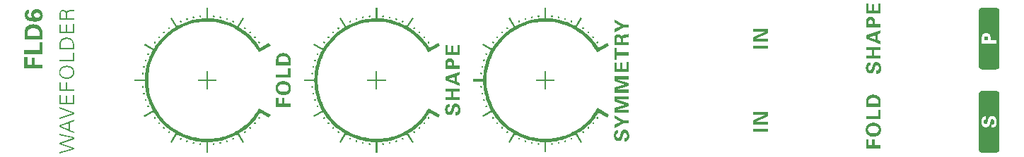
<source format=gto>
%TF.GenerationSoftware,KiCad,Pcbnew,(6.0.10)*%
%TF.CreationDate,2023-01-10T19:55:20-05:00*%
%TF.ProjectId,test,74657374-2e6b-4696-9361-645f70636258,rev?*%
%TF.SameCoordinates,Original*%
%TF.FileFunction,Legend,Top*%
%TF.FilePolarity,Positive*%
%FSLAX46Y46*%
G04 Gerber Fmt 4.6, Leading zero omitted, Abs format (unit mm)*
G04 Created by KiCad (PCBNEW (6.0.10)) date 2023-01-10 19:55:20*
%MOMM*%
%LPD*%
G01*
G04 APERTURE LIST*
%ADD10C,0.000000*%
G04 APERTURE END LIST*
D10*
G36*
X92956521Y-95553956D02*
G01*
X92961922Y-95554250D01*
X92967259Y-95554820D01*
X92972526Y-95555658D01*
X92977716Y-95556761D01*
X92982821Y-95558121D01*
X92987834Y-95559732D01*
X92992749Y-95561590D01*
X92997558Y-95563689D01*
X93002253Y-95566021D01*
X93006828Y-95568583D01*
X93011277Y-95571367D01*
X93015590Y-95574368D01*
X93019763Y-95577581D01*
X93023786Y-95580998D01*
X93027655Y-95584616D01*
X93031360Y-95588427D01*
X93034895Y-95592426D01*
X93038254Y-95596608D01*
X93041428Y-95600965D01*
X93044411Y-95605493D01*
X93047196Y-95610186D01*
X93049776Y-95615038D01*
X93052143Y-95620043D01*
X93054290Y-95625195D01*
X93056211Y-95630488D01*
X93057898Y-95635918D01*
X93059343Y-95641477D01*
X93060512Y-95647087D01*
X93061376Y-95652670D01*
X93061942Y-95658218D01*
X93062216Y-95663724D01*
X93062202Y-95669181D01*
X93061908Y-95674581D01*
X93061339Y-95679919D01*
X93060500Y-95685185D01*
X93059397Y-95690375D01*
X93058037Y-95695480D01*
X93056425Y-95700493D01*
X93054567Y-95705407D01*
X93052469Y-95710215D01*
X93050136Y-95714911D01*
X93047574Y-95719486D01*
X93044790Y-95723933D01*
X93041788Y-95728247D01*
X93038576Y-95732419D01*
X93035157Y-95736443D01*
X93031540Y-95740310D01*
X93027728Y-95744016D01*
X93023729Y-95747551D01*
X93019548Y-95750909D01*
X93015190Y-95754083D01*
X93010661Y-95757066D01*
X93005968Y-95759851D01*
X93001116Y-95762430D01*
X92996111Y-95764797D01*
X92990959Y-95766944D01*
X92985665Y-95768864D01*
X92980236Y-95770551D01*
X92974676Y-95771997D01*
X92969065Y-95773165D01*
X92963482Y-95774030D01*
X92957934Y-95774596D01*
X92952428Y-95774870D01*
X92946970Y-95774856D01*
X92941569Y-95774562D01*
X92936232Y-95773993D01*
X92930965Y-95773154D01*
X92925775Y-95772052D01*
X92920670Y-95770692D01*
X92915656Y-95769080D01*
X92910742Y-95767222D01*
X92905933Y-95765124D01*
X92901238Y-95762791D01*
X92896662Y-95760230D01*
X92892214Y-95757446D01*
X92887900Y-95754444D01*
X92883728Y-95751232D01*
X92879704Y-95747814D01*
X92875836Y-95744197D01*
X92872131Y-95740385D01*
X92868596Y-95736386D01*
X92865237Y-95732205D01*
X92862063Y-95727847D01*
X92859080Y-95723319D01*
X92856295Y-95718626D01*
X92853716Y-95713774D01*
X92851349Y-95708769D01*
X92849202Y-95703617D01*
X92847281Y-95698323D01*
X92845594Y-95692894D01*
X92844149Y-95687335D01*
X92842980Y-95681725D01*
X92842115Y-95676142D01*
X92841549Y-95670594D01*
X92841276Y-95665088D01*
X92841289Y-95659631D01*
X92841583Y-95654231D01*
X92842153Y-95648894D01*
X92842992Y-95643627D01*
X92844094Y-95638437D01*
X92845454Y-95633333D01*
X92847066Y-95628320D01*
X92848924Y-95623405D01*
X92851023Y-95618597D01*
X92853356Y-95613902D01*
X92855917Y-95609327D01*
X92858702Y-95604879D01*
X92861703Y-95600565D01*
X92864916Y-95596394D01*
X92868334Y-95592370D01*
X92871952Y-95588502D01*
X92875763Y-95584797D01*
X92879763Y-95581262D01*
X92883944Y-95577904D01*
X92888302Y-95574730D01*
X92892831Y-95571747D01*
X92897524Y-95568962D01*
X92902376Y-95566383D01*
X92907381Y-95564016D01*
X92912533Y-95561869D01*
X92917827Y-95559948D01*
X92923257Y-95558262D01*
X92928816Y-95556816D01*
X92934427Y-95555647D01*
X92940010Y-95554783D01*
X92945558Y-95554217D01*
X92951064Y-95553943D01*
X92956521Y-95553956D01*
G37*
G36*
X92957934Y-92344142D02*
G01*
X92963482Y-92344708D01*
X92969065Y-92345573D01*
X92974676Y-92346742D01*
X92980236Y-92348187D01*
X92985665Y-92349874D01*
X92990959Y-92351794D01*
X92996112Y-92353941D01*
X93001117Y-92356308D01*
X93005969Y-92358887D01*
X93010662Y-92361672D01*
X93015191Y-92364655D01*
X93019549Y-92367829D01*
X93023730Y-92371187D01*
X93027730Y-92374723D01*
X93031541Y-92378428D01*
X93035159Y-92382295D01*
X93038577Y-92386319D01*
X93041790Y-92390491D01*
X93044791Y-92394805D01*
X93047575Y-92399253D01*
X93050137Y-92403828D01*
X93052470Y-92408523D01*
X93054568Y-92413331D01*
X93056426Y-92418245D01*
X93058038Y-92423258D01*
X93059398Y-92428363D01*
X93060501Y-92433553D01*
X93061339Y-92438819D01*
X93061909Y-92444157D01*
X93062203Y-92449557D01*
X93062216Y-92455014D01*
X93061943Y-92460520D01*
X93061377Y-92466068D01*
X93060512Y-92471650D01*
X93059343Y-92477261D01*
X93057898Y-92482820D01*
X93056211Y-92488249D01*
X93054290Y-92493543D01*
X93052143Y-92498695D01*
X93049776Y-92503700D01*
X93047197Y-92508552D01*
X93044412Y-92513245D01*
X93041429Y-92517773D01*
X93038255Y-92522131D01*
X93034896Y-92526312D01*
X93031361Y-92530312D01*
X93027655Y-92534123D01*
X93023787Y-92537740D01*
X93019763Y-92541158D01*
X93015591Y-92544371D01*
X93011277Y-92547372D01*
X93006829Y-92550156D01*
X93002254Y-92552718D01*
X92997558Y-92555050D01*
X92992749Y-92557149D01*
X92987835Y-92559007D01*
X92982821Y-92560618D01*
X92977716Y-92561978D01*
X92972527Y-92563081D01*
X92967260Y-92563919D01*
X92961922Y-92564489D01*
X92956521Y-92564783D01*
X92951064Y-92564796D01*
X92945558Y-92564523D01*
X92940010Y-92563956D01*
X92934427Y-92563092D01*
X92928816Y-92561923D01*
X92923256Y-92560477D01*
X92917827Y-92558791D01*
X92912533Y-92556871D01*
X92907380Y-92554723D01*
X92902375Y-92552357D01*
X92897523Y-92549777D01*
X92892830Y-92546993D01*
X92888301Y-92544010D01*
X92883943Y-92540836D01*
X92879762Y-92537478D01*
X92875762Y-92533942D01*
X92871951Y-92530237D01*
X92868333Y-92526369D01*
X92864915Y-92522346D01*
X92861703Y-92518174D01*
X92858701Y-92513860D01*
X92855917Y-92509412D01*
X92853355Y-92504837D01*
X92851022Y-92500142D01*
X92848924Y-92495334D01*
X92847066Y-92490419D01*
X92845454Y-92485406D01*
X92844094Y-92480302D01*
X92842991Y-92475112D01*
X92842153Y-92469845D01*
X92841583Y-92464508D01*
X92841289Y-92459107D01*
X92841276Y-92453651D01*
X92841549Y-92448145D01*
X92842115Y-92442597D01*
X92842980Y-92437015D01*
X92844149Y-92431404D01*
X92845594Y-92425845D01*
X92847281Y-92420416D01*
X92849202Y-92415122D01*
X92851349Y-92409970D01*
X92853716Y-92404965D01*
X92856295Y-92400113D01*
X92859080Y-92395420D01*
X92862063Y-92390892D01*
X92865237Y-92386534D01*
X92868596Y-92382353D01*
X92872131Y-92378354D01*
X92875836Y-92374542D01*
X92879704Y-92370925D01*
X92883728Y-92367507D01*
X92887900Y-92364294D01*
X92892214Y-92361293D01*
X92896662Y-92358509D01*
X92901238Y-92355947D01*
X92905933Y-92353615D01*
X92910742Y-92351516D01*
X92915656Y-92349658D01*
X92920670Y-92348046D01*
X92925775Y-92346686D01*
X92930965Y-92345584D01*
X92936232Y-92344745D01*
X92941569Y-92344176D01*
X92946970Y-92343882D01*
X92952428Y-92343869D01*
X92957934Y-92344142D01*
G37*
G36*
X93170153Y-91565935D02*
G01*
X93175532Y-91566332D01*
X93180909Y-91567001D01*
X93186273Y-91567945D01*
X93191615Y-91569170D01*
X93196926Y-91570680D01*
X93202145Y-91572466D01*
X93207214Y-91574511D01*
X93212130Y-91576806D01*
X93216887Y-91579340D01*
X93221482Y-91582104D01*
X93225909Y-91585089D01*
X93230164Y-91588284D01*
X93234243Y-91591680D01*
X93238141Y-91595267D01*
X93241854Y-91599036D01*
X93245377Y-91602976D01*
X93248706Y-91607078D01*
X93251835Y-91611333D01*
X93254761Y-91615731D01*
X93257479Y-91620262D01*
X93259985Y-91624916D01*
X93262273Y-91629684D01*
X93264340Y-91634556D01*
X93266181Y-91639522D01*
X93267791Y-91644572D01*
X93269166Y-91649698D01*
X93270302Y-91654889D01*
X93271193Y-91660135D01*
X93271836Y-91665428D01*
X93272225Y-91670756D01*
X93272357Y-91676111D01*
X93272226Y-91681483D01*
X93271829Y-91686861D01*
X93271160Y-91692238D01*
X93270216Y-91697602D01*
X93268991Y-91702944D01*
X93267481Y-91708254D01*
X93265694Y-91713472D01*
X93263649Y-91718541D01*
X93261354Y-91723457D01*
X93258820Y-91728214D01*
X93256056Y-91732808D01*
X93253071Y-91737235D01*
X93249876Y-91741490D01*
X93246479Y-91745569D01*
X93242892Y-91749467D01*
X93239123Y-91753180D01*
X93235183Y-91756702D01*
X93231080Y-91760031D01*
X93226825Y-91763160D01*
X93222427Y-91766086D01*
X93217896Y-91768804D01*
X93213241Y-91771309D01*
X93208473Y-91773598D01*
X93203601Y-91775665D01*
X93198635Y-91777505D01*
X93193584Y-91779115D01*
X93188458Y-91780491D01*
X93183267Y-91781626D01*
X93178020Y-91782517D01*
X93172727Y-91783160D01*
X93167399Y-91783549D01*
X93162043Y-91783681D01*
X93156671Y-91783550D01*
X93151292Y-91783153D01*
X93145916Y-91782484D01*
X93140551Y-91781540D01*
X93135209Y-91780315D01*
X93129898Y-91778806D01*
X93124680Y-91777020D01*
X93119610Y-91774974D01*
X93114695Y-91772680D01*
X93109937Y-91770146D01*
X93105343Y-91767381D01*
X93100916Y-91764397D01*
X93096660Y-91761202D01*
X93092581Y-91757806D01*
X93088683Y-91754219D01*
X93084970Y-91750450D01*
X93081447Y-91746510D01*
X93078119Y-91742407D01*
X93074989Y-91738152D01*
X93072063Y-91733755D01*
X93069345Y-91729224D01*
X93066839Y-91724570D01*
X93064551Y-91719802D01*
X93062484Y-91714930D01*
X93060643Y-91709964D01*
X93059033Y-91704913D01*
X93057658Y-91699788D01*
X93056522Y-91694597D01*
X93055631Y-91689350D01*
X93054989Y-91684058D01*
X93054599Y-91678730D01*
X93054468Y-91673375D01*
X93054598Y-91668003D01*
X93054996Y-91662624D01*
X93055664Y-91657248D01*
X93056609Y-91651884D01*
X93057834Y-91646542D01*
X93059343Y-91641232D01*
X93061130Y-91636013D01*
X93063175Y-91630944D01*
X93065470Y-91626029D01*
X93068004Y-91621272D01*
X93070768Y-91616677D01*
X93073753Y-91612250D01*
X93076948Y-91607995D01*
X93080344Y-91603916D01*
X93083931Y-91600018D01*
X93087700Y-91596306D01*
X93091641Y-91592783D01*
X93095743Y-91589455D01*
X93099999Y-91586325D01*
X93104397Y-91583400D01*
X93108928Y-91580682D01*
X93113582Y-91578176D01*
X93118350Y-91575888D01*
X93123222Y-91573821D01*
X93128189Y-91571980D01*
X93133240Y-91570370D01*
X93138366Y-91568995D01*
X93143557Y-91567860D01*
X93148804Y-91566968D01*
X93154097Y-91566326D01*
X93159426Y-91565936D01*
X93164781Y-91565805D01*
X93170153Y-91565935D01*
G37*
G36*
X93167399Y-96335189D02*
G01*
X93172727Y-96335578D01*
X93178020Y-96336221D01*
X93183267Y-96337112D01*
X93188458Y-96338248D01*
X93193584Y-96339623D01*
X93198635Y-96341233D01*
X93203601Y-96343074D01*
X93208473Y-96345140D01*
X93213241Y-96347429D01*
X93217896Y-96349934D01*
X93222427Y-96352652D01*
X93226825Y-96355578D01*
X93231080Y-96358707D01*
X93235183Y-96362036D01*
X93239123Y-96365558D01*
X93242892Y-96369271D01*
X93246479Y-96373169D01*
X93249876Y-96377248D01*
X93253071Y-96381503D01*
X93256056Y-96385930D01*
X93258820Y-96390524D01*
X93261354Y-96395281D01*
X93263649Y-96400197D01*
X93265694Y-96405266D01*
X93267481Y-96410484D01*
X93268991Y-96415794D01*
X93270216Y-96421136D01*
X93271160Y-96426500D01*
X93271829Y-96431876D01*
X93272226Y-96437255D01*
X93272357Y-96442627D01*
X93272225Y-96447982D01*
X93271836Y-96453310D01*
X93271193Y-96458603D01*
X93270302Y-96463849D01*
X93269166Y-96469040D01*
X93267791Y-96474166D01*
X93266181Y-96479216D01*
X93264340Y-96484182D01*
X93262273Y-96489054D01*
X93259985Y-96493822D01*
X93257479Y-96498476D01*
X93254761Y-96503007D01*
X93251835Y-96507404D01*
X93248706Y-96511659D01*
X93245377Y-96515762D01*
X93241854Y-96519702D01*
X93238141Y-96523471D01*
X93234243Y-96527058D01*
X93230164Y-96530454D01*
X93225909Y-96533649D01*
X93221482Y-96536634D01*
X93216887Y-96539398D01*
X93212130Y-96541932D01*
X93207214Y-96544226D01*
X93202145Y-96546272D01*
X93196926Y-96548058D01*
X93191615Y-96549568D01*
X93186273Y-96550792D01*
X93180909Y-96551737D01*
X93175532Y-96552405D01*
X93170153Y-96552803D01*
X93164781Y-96552933D01*
X93159426Y-96552801D01*
X93154097Y-96552412D01*
X93148804Y-96551770D01*
X93143557Y-96550878D01*
X93138366Y-96549743D01*
X93133240Y-96548368D01*
X93128189Y-96546758D01*
X93123222Y-96544917D01*
X93118350Y-96542850D01*
X93113582Y-96540562D01*
X93108928Y-96538056D01*
X93104397Y-96535338D01*
X93099999Y-96532412D01*
X93095743Y-96529283D01*
X93091641Y-96525955D01*
X93087700Y-96522432D01*
X93083931Y-96518719D01*
X93080344Y-96514821D01*
X93076948Y-96510743D01*
X93073753Y-96506488D01*
X93070768Y-96502060D01*
X93068004Y-96497466D01*
X93065470Y-96492709D01*
X93063175Y-96487794D01*
X93061130Y-96482725D01*
X93059343Y-96477507D01*
X93057834Y-96472196D01*
X93056609Y-96466854D01*
X93055664Y-96461490D01*
X93054996Y-96456114D01*
X93054598Y-96450735D01*
X93054468Y-96445363D01*
X93054599Y-96440008D01*
X93054989Y-96434680D01*
X93055631Y-96429388D01*
X93056522Y-96424141D01*
X93057658Y-96418950D01*
X93059033Y-96413825D01*
X93060643Y-96408774D01*
X93062484Y-96403808D01*
X93064551Y-96398936D01*
X93066839Y-96394168D01*
X93069345Y-96389514D01*
X93072063Y-96384983D01*
X93074989Y-96380586D01*
X93078119Y-96376331D01*
X93081447Y-96372228D01*
X93084970Y-96368288D01*
X93088683Y-96364519D01*
X93092581Y-96360932D01*
X93096660Y-96357536D01*
X93100916Y-96354341D01*
X93105343Y-96351357D01*
X93109937Y-96348593D01*
X93114695Y-96346059D01*
X93119610Y-96343764D01*
X93124680Y-96341719D01*
X93129898Y-96339932D01*
X93135209Y-96338423D01*
X93140551Y-96337198D01*
X93145916Y-96336254D01*
X93151292Y-96335585D01*
X93156671Y-96335188D01*
X93162043Y-96335057D01*
X93167399Y-96335189D01*
G37*
G36*
X93453342Y-97085322D02*
G01*
X93458647Y-97085610D01*
X93463910Y-97086155D01*
X93469121Y-97086954D01*
X93474273Y-97088004D01*
X93479358Y-97089301D01*
X93484366Y-97090842D01*
X93489289Y-97092624D01*
X93494119Y-97094644D01*
X93498848Y-97096899D01*
X93503467Y-97099384D01*
X93507968Y-97102098D01*
X93512342Y-97105036D01*
X93516582Y-97108196D01*
X93520678Y-97111574D01*
X93524621Y-97115168D01*
X93528405Y-97118973D01*
X93532021Y-97122987D01*
X93535459Y-97127206D01*
X93538712Y-97131627D01*
X93541771Y-97136248D01*
X93544628Y-97141064D01*
X93547274Y-97146072D01*
X93549702Y-97151270D01*
X93551873Y-97156580D01*
X93553757Y-97161924D01*
X93555359Y-97167292D01*
X93556682Y-97172676D01*
X93557727Y-97178068D01*
X93558500Y-97183460D01*
X93559002Y-97188842D01*
X93559238Y-97194207D01*
X93559210Y-97199546D01*
X93558922Y-97204851D01*
X93558376Y-97210113D01*
X93557577Y-97215324D01*
X93556527Y-97220476D01*
X93555230Y-97225560D01*
X93553689Y-97230567D01*
X93551907Y-97235490D01*
X93549887Y-97240320D01*
X93547632Y-97245049D01*
X93545146Y-97249668D01*
X93542433Y-97254168D01*
X93539494Y-97258542D01*
X93536334Y-97262781D01*
X93532956Y-97266877D01*
X93529362Y-97270821D01*
X93525557Y-97274605D01*
X93521543Y-97278220D01*
X93517323Y-97281658D01*
X93512901Y-97284910D01*
X93508281Y-97287969D01*
X93503464Y-97290826D01*
X93498456Y-97293472D01*
X93493258Y-97295899D01*
X93487947Y-97298070D01*
X93482603Y-97299955D01*
X93477234Y-97301557D01*
X93471850Y-97302879D01*
X93466458Y-97303924D01*
X93461066Y-97304697D01*
X93455683Y-97305199D01*
X93450318Y-97305435D01*
X93444979Y-97305407D01*
X93439674Y-97305119D01*
X93434411Y-97304574D01*
X93429200Y-97303775D01*
X93424048Y-97302725D01*
X93418964Y-97301428D01*
X93413956Y-97299886D01*
X93409032Y-97298104D01*
X93404202Y-97296084D01*
X93399473Y-97293830D01*
X93394854Y-97291344D01*
X93390353Y-97288631D01*
X93385979Y-97285692D01*
X93381740Y-97282532D01*
X93377644Y-97279154D01*
X93373700Y-97275561D01*
X93369916Y-97271756D01*
X93366301Y-97267742D01*
X93362862Y-97263523D01*
X93359609Y-97259101D01*
X93356550Y-97254481D01*
X93353693Y-97249665D01*
X93351047Y-97244656D01*
X93348620Y-97239459D01*
X93346449Y-97234148D01*
X93344564Y-97228804D01*
X93342962Y-97223436D01*
X93341640Y-97218052D01*
X93340594Y-97212660D01*
X93339822Y-97207269D01*
X93339319Y-97201887D01*
X93339083Y-97196522D01*
X93339111Y-97191183D01*
X93339400Y-97185878D01*
X93339945Y-97180616D01*
X93340744Y-97175405D01*
X93341794Y-97170253D01*
X93343091Y-97165169D01*
X93344632Y-97160162D01*
X93346415Y-97155239D01*
X93348435Y-97150408D01*
X93350689Y-97145680D01*
X93353175Y-97141061D01*
X93355889Y-97136560D01*
X93358827Y-97132186D01*
X93361987Y-97127947D01*
X93365366Y-97123852D01*
X93368959Y-97119908D01*
X93372765Y-97116124D01*
X93376779Y-97112509D01*
X93380998Y-97109071D01*
X93385420Y-97105818D01*
X93390040Y-97102759D01*
X93394857Y-97099903D01*
X93399866Y-97097256D01*
X93405064Y-97094829D01*
X93410375Y-97092658D01*
X93415718Y-97090774D01*
X93421087Y-97089172D01*
X93426471Y-97087850D01*
X93431864Y-97086804D01*
X93437255Y-97086032D01*
X93442638Y-97085529D01*
X93448003Y-97085294D01*
X93453342Y-97085322D01*
G37*
G36*
X93459212Y-90810012D02*
G01*
X93464595Y-90810515D01*
X93469986Y-90811287D01*
X93475379Y-90812333D01*
X93480763Y-90813655D01*
X93486131Y-90815257D01*
X93491475Y-90817141D01*
X93496786Y-90819312D01*
X93501984Y-90821739D01*
X93506993Y-90824386D01*
X93511809Y-90827242D01*
X93516430Y-90830301D01*
X93520852Y-90833554D01*
X93525071Y-90836992D01*
X93529085Y-90840607D01*
X93532891Y-90844391D01*
X93536484Y-90848335D01*
X93539863Y-90852430D01*
X93543023Y-90856669D01*
X93545961Y-90861043D01*
X93548675Y-90865544D01*
X93551161Y-90870163D01*
X93553415Y-90874891D01*
X93555435Y-90879721D01*
X93557218Y-90884645D01*
X93558759Y-90889652D01*
X93560056Y-90894736D01*
X93561106Y-90899888D01*
X93561905Y-90905099D01*
X93562450Y-90910361D01*
X93562739Y-90915666D01*
X93562766Y-90921005D01*
X93562531Y-90926370D01*
X93562028Y-90931752D01*
X93561256Y-90937143D01*
X93560210Y-90942535D01*
X93558888Y-90947919D01*
X93557286Y-90953288D01*
X93555401Y-90958631D01*
X93553230Y-90963942D01*
X93550803Y-90969139D01*
X93548157Y-90974148D01*
X93545300Y-90978964D01*
X93542241Y-90983584D01*
X93538988Y-90988006D01*
X93535549Y-90992225D01*
X93531934Y-90996239D01*
X93528150Y-91000044D01*
X93524206Y-91003638D01*
X93520110Y-91007016D01*
X93515871Y-91010176D01*
X93511497Y-91013114D01*
X93506996Y-91015828D01*
X93502377Y-91018313D01*
X93497648Y-91020568D01*
X93492817Y-91022587D01*
X93487894Y-91024370D01*
X93482886Y-91025911D01*
X93477802Y-91027208D01*
X93472650Y-91028258D01*
X93467439Y-91029057D01*
X93462176Y-91029602D01*
X93456871Y-91029890D01*
X93451532Y-91029918D01*
X93446167Y-91029683D01*
X93440784Y-91029180D01*
X93435392Y-91028408D01*
X93430000Y-91027362D01*
X93424615Y-91026040D01*
X93419247Y-91024438D01*
X93413903Y-91022554D01*
X93408592Y-91020383D01*
X93403394Y-91017956D01*
X93398385Y-91015309D01*
X93393569Y-91012453D01*
X93388948Y-91009394D01*
X93384527Y-91006141D01*
X93380307Y-91002703D01*
X93376293Y-90999088D01*
X93372488Y-90995304D01*
X93368894Y-90991360D01*
X93365516Y-90987264D01*
X93362356Y-90983025D01*
X93359417Y-90978651D01*
X93356703Y-90974151D01*
X93354218Y-90969532D01*
X93351963Y-90964803D01*
X93349943Y-90959973D01*
X93348161Y-90955050D01*
X93346620Y-90950042D01*
X93345322Y-90944958D01*
X93344273Y-90939807D01*
X93343473Y-90934596D01*
X93342928Y-90929333D01*
X93342640Y-90924029D01*
X93342612Y-90918690D01*
X93342848Y-90913325D01*
X93343350Y-90907942D01*
X93344123Y-90902551D01*
X93345168Y-90897159D01*
X93346491Y-90891775D01*
X93348092Y-90886407D01*
X93349977Y-90881063D01*
X93352148Y-90875752D01*
X93354575Y-90870555D01*
X93357222Y-90865546D01*
X93360079Y-90860730D01*
X93363138Y-90856110D01*
X93366391Y-90851689D01*
X93369829Y-90847469D01*
X93373444Y-90843456D01*
X93377228Y-90839650D01*
X93381172Y-90836057D01*
X93385268Y-90832679D01*
X93389507Y-90829519D01*
X93393882Y-90826581D01*
X93398383Y-90823867D01*
X93403002Y-90821382D01*
X93407731Y-90819127D01*
X93412561Y-90817107D01*
X93417484Y-90815325D01*
X93422492Y-90813784D01*
X93427576Y-90812487D01*
X93432729Y-90811437D01*
X93437940Y-90810638D01*
X93443202Y-90810093D01*
X93448507Y-90809805D01*
X93453847Y-90809777D01*
X93459212Y-90810012D01*
G37*
G36*
X100154781Y-87018739D02*
G01*
X99797226Y-87045999D01*
X99444820Y-87090887D01*
X99098010Y-87152957D01*
X98757240Y-87231765D01*
X98422957Y-87326863D01*
X98095607Y-87437807D01*
X97775635Y-87564152D01*
X97463486Y-87705450D01*
X97159607Y-87861257D01*
X96864443Y-88031126D01*
X96578440Y-88214613D01*
X96302044Y-88411272D01*
X96035700Y-88620656D01*
X95779854Y-88842320D01*
X95534952Y-89075819D01*
X95301439Y-89320706D01*
X95079761Y-89576536D01*
X94870365Y-89842864D01*
X94673695Y-90119244D01*
X94490197Y-90405230D01*
X94320317Y-90700376D01*
X94164501Y-91004237D01*
X94023194Y-91316366D01*
X93896842Y-91636319D01*
X93785891Y-91963650D01*
X93690787Y-92297912D01*
X93611975Y-92638661D01*
X93549901Y-92985451D01*
X93505010Y-93337835D01*
X93477749Y-93695369D01*
X93468563Y-94057606D01*
X93477749Y-94419843D01*
X93505010Y-94777377D01*
X93549901Y-95129761D01*
X93611975Y-95476550D01*
X93690787Y-95817299D01*
X93785891Y-96151562D01*
X93896842Y-96478893D01*
X94023194Y-96798846D01*
X94164501Y-97110975D01*
X94320317Y-97414836D01*
X94490197Y-97709982D01*
X94673695Y-97995968D01*
X94870365Y-98272347D01*
X95079761Y-98538675D01*
X95301439Y-98794506D01*
X95534952Y-99039393D01*
X95779854Y-99272892D01*
X96035700Y-99494556D01*
X96302044Y-99703940D01*
X96578440Y-99900599D01*
X96864443Y-100084085D01*
X97159607Y-100253955D01*
X97463486Y-100409762D01*
X97775635Y-100551060D01*
X98095607Y-100677404D01*
X98422957Y-100788348D01*
X98757240Y-100883447D01*
X99098010Y-100962254D01*
X99444820Y-101024325D01*
X99797226Y-101069212D01*
X100154781Y-101096472D01*
X100517040Y-101105658D01*
X100751984Y-101101716D01*
X100985749Y-101089954D01*
X101218167Y-101070470D01*
X101449073Y-101043360D01*
X101678299Y-101008722D01*
X101905679Y-100966652D01*
X102131047Y-100917246D01*
X102354234Y-100860603D01*
X102575076Y-100796818D01*
X102793405Y-100725989D01*
X103009055Y-100648213D01*
X103221858Y-100563586D01*
X103431649Y-100472205D01*
X103638261Y-100374168D01*
X103841526Y-100269570D01*
X104041279Y-100158510D01*
X104237352Y-100041083D01*
X104429579Y-99917387D01*
X104617794Y-99787519D01*
X104801829Y-99651575D01*
X104981519Y-99509653D01*
X105156696Y-99361849D01*
X105327193Y-99208261D01*
X105492845Y-99048984D01*
X105653484Y-98884116D01*
X105808943Y-98713754D01*
X105959057Y-98537995D01*
X106103658Y-98356936D01*
X106242580Y-98170673D01*
X106375656Y-97979303D01*
X106502720Y-97782924D01*
X106623604Y-97581632D01*
X106722380Y-97408782D01*
X108137016Y-98227174D01*
X107935934Y-98572874D01*
X106863491Y-97955553D01*
X106740980Y-98148386D01*
X106612986Y-98336611D01*
X106479648Y-98520164D01*
X106341107Y-98698984D01*
X106197501Y-98873009D01*
X106048971Y-99042176D01*
X105895655Y-99206424D01*
X105737694Y-99365692D01*
X105575227Y-99519915D01*
X105408393Y-99669033D01*
X105237331Y-99812985D01*
X105062183Y-99951706D01*
X104883086Y-100085137D01*
X104700180Y-100213214D01*
X104513606Y-100335875D01*
X104323502Y-100453060D01*
X104944389Y-101528964D01*
X104771528Y-101627735D01*
X104150641Y-100555359D01*
X103949171Y-100664065D01*
X103744383Y-100766571D01*
X103536433Y-100862793D01*
X103325475Y-100952650D01*
X103111664Y-101036057D01*
X102895156Y-101112933D01*
X102676106Y-101183194D01*
X102454668Y-101246759D01*
X102230997Y-101303545D01*
X102005250Y-101353468D01*
X101777580Y-101396446D01*
X101548142Y-101432397D01*
X101317093Y-101461237D01*
X101084586Y-101482885D01*
X100850776Y-101497257D01*
X100615820Y-101504271D01*
X100615820Y-102742442D01*
X100414738Y-102742442D01*
X100414738Y-101497216D01*
X100175518Y-101490124D01*
X99938158Y-101475541D01*
X99702783Y-101453578D01*
X99469516Y-101424350D01*
X99238482Y-101387970D01*
X99009804Y-101344553D01*
X98783607Y-101294211D01*
X98560014Y-101237059D01*
X98339150Y-101173210D01*
X98121138Y-101102777D01*
X97906102Y-101025876D01*
X97694168Y-100942618D01*
X97485458Y-100853119D01*
X97280096Y-100757491D01*
X97078207Y-100655848D01*
X96879915Y-100548304D01*
X96259028Y-101624208D01*
X96086166Y-101525436D01*
X96710583Y-100446005D01*
X96513530Y-100323993D01*
X96320647Y-100196148D01*
X96132053Y-100062588D01*
X95947868Y-99923431D01*
X95768209Y-99778797D01*
X95593196Y-99628805D01*
X95422947Y-99473572D01*
X95257582Y-99313220D01*
X95097220Y-99147865D01*
X94941978Y-98977626D01*
X94791977Y-98802624D01*
X94647334Y-98622976D01*
X94508169Y-98438802D01*
X94374601Y-98250220D01*
X94246748Y-98057349D01*
X94124729Y-97860308D01*
X93045231Y-98484685D01*
X92946455Y-98311835D01*
X94022423Y-97690986D01*
X93914873Y-97492744D01*
X93813224Y-97290973D01*
X93717590Y-97085782D01*
X93628085Y-96877278D01*
X93544823Y-96665571D01*
X93467916Y-96450768D01*
X93397480Y-96232979D01*
X93333627Y-96012311D01*
X93276471Y-95788874D01*
X93226127Y-95562775D01*
X93182706Y-95334124D01*
X93146325Y-95103029D01*
X93117095Y-94869598D01*
X93095131Y-94633940D01*
X93080546Y-94396164D01*
X93073454Y-94156377D01*
X91831680Y-94156377D01*
X91831680Y-93955307D01*
X93073454Y-93955307D01*
X93080546Y-93716102D01*
X93095131Y-93478756D01*
X93117095Y-93243396D01*
X93146325Y-93010143D01*
X93182706Y-92779123D01*
X93226127Y-92550459D01*
X93276471Y-92324275D01*
X93333627Y-92100696D01*
X93397480Y-91879845D01*
X93467916Y-91661846D01*
X93544823Y-91446824D01*
X93628085Y-91234902D01*
X93717590Y-91026204D01*
X93813224Y-90820855D01*
X93914873Y-90618978D01*
X94022423Y-90420698D01*
X92946455Y-89799850D01*
X93045231Y-89626999D01*
X94124729Y-90251376D01*
X94246748Y-90054335D01*
X94374601Y-89861464D01*
X94508170Y-89672882D01*
X94647335Y-89488708D01*
X94791978Y-89309060D01*
X94941980Y-89134057D01*
X95097221Y-88963819D01*
X95257584Y-88798464D01*
X95422949Y-88638111D01*
X95593197Y-88482879D01*
X95768210Y-88332886D01*
X95947869Y-88188252D01*
X96132054Y-88049096D01*
X96320648Y-87915535D01*
X96513530Y-87787690D01*
X96710583Y-87665678D01*
X96086166Y-86586247D01*
X96259028Y-86487476D01*
X96879915Y-87563379D01*
X97078169Y-87455835D01*
X97279952Y-87354193D01*
X97485156Y-87258564D01*
X97693672Y-87169065D01*
X97905392Y-87085807D01*
X98120208Y-87008906D01*
X98338010Y-86938473D01*
X98558691Y-86874624D01*
X98782142Y-86817472D01*
X99008254Y-86767130D01*
X99236919Y-86723713D01*
X99468028Y-86687333D01*
X99701473Y-86658105D01*
X99937146Y-86636143D01*
X100174937Y-86621559D01*
X100414633Y-86614471D01*
X100414734Y-86614471D01*
X100414738Y-86614468D01*
X100414734Y-86614468D01*
X100414734Y-86614471D01*
X100414633Y-86614471D01*
X100414734Y-86614468D01*
X100414734Y-85372772D01*
X100615818Y-85372772D01*
X100615818Y-86610943D01*
X100850775Y-86617957D01*
X101084584Y-86632329D01*
X101317091Y-86653976D01*
X101548141Y-86682817D01*
X101777579Y-86718767D01*
X102005249Y-86761746D01*
X102230997Y-86811669D01*
X102454668Y-86868454D01*
X102676106Y-86932019D01*
X102895156Y-87002281D01*
X103111664Y-87079157D01*
X103325475Y-87162564D01*
X103536433Y-87252420D01*
X103744383Y-87348643D01*
X103949171Y-87451148D01*
X104150641Y-87559855D01*
X104771528Y-86487478D01*
X104944389Y-86586248D01*
X104323502Y-87662153D01*
X104513024Y-87778756D01*
X104699167Y-87900986D01*
X104881775Y-88028766D01*
X105060694Y-88162019D01*
X105235768Y-88300665D01*
X105406842Y-88444629D01*
X105573761Y-88593833D01*
X105736371Y-88748199D01*
X105894516Y-88907649D01*
X106048040Y-89072107D01*
X106196790Y-89241494D01*
X106340611Y-89415733D01*
X106479346Y-89594747D01*
X106612841Y-89778458D01*
X106740941Y-89966789D01*
X106863491Y-90159661D01*
X107935934Y-89542339D01*
X108137016Y-89888040D01*
X106722380Y-90706431D01*
X106623604Y-90533581D01*
X106375656Y-90135909D01*
X106103658Y-89758277D01*
X105808943Y-89401458D01*
X105492845Y-89066228D01*
X105156696Y-88753363D01*
X104801830Y-88463637D01*
X104429580Y-88197825D01*
X104041279Y-87956702D01*
X103638261Y-87741044D01*
X103221859Y-87551626D01*
X102793406Y-87389222D01*
X102354235Y-87254609D01*
X101905680Y-87148560D01*
X101449074Y-87071851D01*
X100985749Y-87025257D01*
X100517040Y-87009554D01*
X100414734Y-87012148D01*
X100154781Y-87018739D01*
G37*
G36*
X113234124Y-95553956D02*
G01*
X113239525Y-95554250D01*
X113244863Y-95554820D01*
X113250130Y-95555658D01*
X113255320Y-95556761D01*
X113260425Y-95558121D01*
X113265438Y-95559732D01*
X113270353Y-95561590D01*
X113275161Y-95563689D01*
X113279857Y-95566021D01*
X113284432Y-95568583D01*
X113288880Y-95571367D01*
X113293194Y-95574368D01*
X113297367Y-95577581D01*
X113301390Y-95580998D01*
X113305259Y-95584616D01*
X113308964Y-95588427D01*
X113312499Y-95592426D01*
X113315858Y-95596608D01*
X113319032Y-95600965D01*
X113322015Y-95605493D01*
X113324800Y-95610186D01*
X113327380Y-95615038D01*
X113329746Y-95620043D01*
X113331894Y-95625195D01*
X113333814Y-95630488D01*
X113335501Y-95635918D01*
X113336947Y-95641477D01*
X113338115Y-95647087D01*
X113338980Y-95652670D01*
X113339546Y-95658218D01*
X113339820Y-95663724D01*
X113339806Y-95669181D01*
X113339512Y-95674581D01*
X113338942Y-95679919D01*
X113338104Y-95685185D01*
X113337001Y-95690375D01*
X113335641Y-95695480D01*
X113334029Y-95700493D01*
X113332171Y-95705407D01*
X113330072Y-95710215D01*
X113327739Y-95714911D01*
X113325178Y-95719486D01*
X113322393Y-95723933D01*
X113319392Y-95728247D01*
X113316179Y-95732419D01*
X113312761Y-95736443D01*
X113309144Y-95740310D01*
X113305332Y-95744016D01*
X113301333Y-95747551D01*
X113297151Y-95750909D01*
X113292793Y-95754083D01*
X113288265Y-95757066D01*
X113283572Y-95759851D01*
X113278719Y-95762430D01*
X113273714Y-95764797D01*
X113268562Y-95766944D01*
X113263268Y-95768864D01*
X113257839Y-95770551D01*
X113252279Y-95771997D01*
X113246668Y-95773165D01*
X113241085Y-95774030D01*
X113235537Y-95774596D01*
X113230030Y-95774870D01*
X113224573Y-95774856D01*
X113219172Y-95774562D01*
X113213834Y-95773993D01*
X113208567Y-95773154D01*
X113203377Y-95772052D01*
X113198272Y-95770692D01*
X113193259Y-95769080D01*
X113188344Y-95767222D01*
X113183536Y-95765124D01*
X113178840Y-95762791D01*
X113174265Y-95760230D01*
X113169817Y-95757446D01*
X113165503Y-95754444D01*
X113161330Y-95751232D01*
X113157307Y-95747814D01*
X113153439Y-95744197D01*
X113149734Y-95740385D01*
X113146198Y-95736386D01*
X113142840Y-95732205D01*
X113139666Y-95727847D01*
X113136683Y-95723319D01*
X113133898Y-95718626D01*
X113131319Y-95713774D01*
X113128952Y-95708769D01*
X113126805Y-95703617D01*
X113124884Y-95698323D01*
X113123198Y-95692894D01*
X113121752Y-95687335D01*
X113120583Y-95681725D01*
X113119718Y-95676142D01*
X113119152Y-95670594D01*
X113118879Y-95665088D01*
X113118892Y-95659631D01*
X113119186Y-95654231D01*
X113119756Y-95648894D01*
X113120594Y-95643627D01*
X113121697Y-95638437D01*
X113123057Y-95633333D01*
X113124668Y-95628320D01*
X113126527Y-95623405D01*
X113128625Y-95618597D01*
X113130958Y-95613902D01*
X113133519Y-95609327D01*
X113136303Y-95604879D01*
X113139305Y-95600565D01*
X113142518Y-95596394D01*
X113145936Y-95592370D01*
X113149553Y-95588502D01*
X113153365Y-95584797D01*
X113157364Y-95581262D01*
X113161546Y-95577904D01*
X113165904Y-95574730D01*
X113170432Y-95571747D01*
X113175125Y-95568962D01*
X113179978Y-95566383D01*
X113184983Y-95564016D01*
X113190136Y-95561869D01*
X113195430Y-95559948D01*
X113200859Y-95558262D01*
X113206419Y-95556816D01*
X113212030Y-95555647D01*
X113217613Y-95554783D01*
X113223161Y-95554217D01*
X113228667Y-95553943D01*
X113234124Y-95553956D01*
G37*
G36*
X113235537Y-92344142D02*
G01*
X113241086Y-92344708D01*
X113246669Y-92345573D01*
X113252279Y-92346742D01*
X113257839Y-92348187D01*
X113263268Y-92349874D01*
X113268562Y-92351794D01*
X113273714Y-92353941D01*
X113278719Y-92356308D01*
X113283572Y-92358887D01*
X113288265Y-92361672D01*
X113292793Y-92364655D01*
X113297151Y-92367829D01*
X113301333Y-92371187D01*
X113305332Y-92374723D01*
X113309144Y-92378428D01*
X113312761Y-92382295D01*
X113316179Y-92386319D01*
X113319392Y-92390491D01*
X113322393Y-92394805D01*
X113325178Y-92399253D01*
X113327739Y-92403828D01*
X113330072Y-92408523D01*
X113332171Y-92413331D01*
X113334029Y-92418245D01*
X113335641Y-92423258D01*
X113337001Y-92428363D01*
X113338104Y-92433553D01*
X113338942Y-92438819D01*
X113339512Y-92444157D01*
X113339806Y-92449557D01*
X113339820Y-92455014D01*
X113339546Y-92460520D01*
X113338980Y-92466068D01*
X113338115Y-92471650D01*
X113336947Y-92477261D01*
X113335501Y-92482820D01*
X113333814Y-92488249D01*
X113331894Y-92493543D01*
X113329746Y-92498695D01*
X113327380Y-92503700D01*
X113324800Y-92508552D01*
X113322015Y-92513245D01*
X113319032Y-92517773D01*
X113315858Y-92522131D01*
X113312499Y-92526312D01*
X113308964Y-92530312D01*
X113305259Y-92534123D01*
X113301390Y-92537740D01*
X113297367Y-92541158D01*
X113293194Y-92544371D01*
X113288880Y-92547372D01*
X113284432Y-92550156D01*
X113279857Y-92552718D01*
X113275161Y-92555050D01*
X113270353Y-92557149D01*
X113265438Y-92559007D01*
X113260425Y-92560618D01*
X113255320Y-92561978D01*
X113250130Y-92563081D01*
X113244863Y-92563919D01*
X113239525Y-92564489D01*
X113234124Y-92564783D01*
X113228667Y-92564796D01*
X113223161Y-92564523D01*
X113217613Y-92563956D01*
X113212030Y-92563092D01*
X113206419Y-92561923D01*
X113200859Y-92560477D01*
X113195430Y-92558791D01*
X113190136Y-92556871D01*
X113184983Y-92554723D01*
X113179978Y-92552357D01*
X113175125Y-92549777D01*
X113170432Y-92546993D01*
X113165904Y-92544010D01*
X113161546Y-92540836D01*
X113157364Y-92537478D01*
X113153365Y-92533942D01*
X113149553Y-92530237D01*
X113145936Y-92526369D01*
X113142518Y-92522346D01*
X113139305Y-92518174D01*
X113136303Y-92513860D01*
X113133519Y-92509412D01*
X113130958Y-92504837D01*
X113128625Y-92500142D01*
X113126527Y-92495334D01*
X113124668Y-92490419D01*
X113123057Y-92485406D01*
X113121697Y-92480302D01*
X113120594Y-92475112D01*
X113119756Y-92469845D01*
X113119186Y-92464508D01*
X113118892Y-92459107D01*
X113118879Y-92453651D01*
X113119152Y-92448145D01*
X113119718Y-92442597D01*
X113120583Y-92437015D01*
X113121752Y-92431404D01*
X113123198Y-92425845D01*
X113124884Y-92420416D01*
X113126805Y-92415122D01*
X113128952Y-92409970D01*
X113131319Y-92404965D01*
X113133898Y-92400113D01*
X113136683Y-92395420D01*
X113139666Y-92390892D01*
X113142841Y-92386534D01*
X113146199Y-92382353D01*
X113149735Y-92378354D01*
X113153440Y-92374542D01*
X113157308Y-92370925D01*
X113161332Y-92367507D01*
X113165504Y-92364294D01*
X113169818Y-92361293D01*
X113174266Y-92358509D01*
X113178842Y-92355947D01*
X113183537Y-92353615D01*
X113188346Y-92351516D01*
X113193260Y-92349658D01*
X113198274Y-92348046D01*
X113203379Y-92346686D01*
X113208568Y-92345584D01*
X113213836Y-92344745D01*
X113219173Y-92344176D01*
X113224574Y-92343882D01*
X113230031Y-92343869D01*
X113235537Y-92344142D01*
G37*
G36*
X113444229Y-91565935D02*
G01*
X113449608Y-91566332D01*
X113454985Y-91567001D01*
X113460349Y-91567945D01*
X113465692Y-91569170D01*
X113471003Y-91570680D01*
X113476221Y-91572466D01*
X113481290Y-91574511D01*
X113486206Y-91576806D01*
X113490963Y-91579340D01*
X113495557Y-91582104D01*
X113499985Y-91585089D01*
X113504240Y-91588284D01*
X113508319Y-91591680D01*
X113512217Y-91595267D01*
X113515930Y-91599036D01*
X113519453Y-91602976D01*
X113522782Y-91607078D01*
X113525911Y-91611333D01*
X113528837Y-91615731D01*
X113531555Y-91620262D01*
X113534061Y-91624916D01*
X113536350Y-91629684D01*
X113538416Y-91634556D01*
X113540257Y-91639522D01*
X113541868Y-91644572D01*
X113543243Y-91649698D01*
X113544378Y-91654889D01*
X113545269Y-91660135D01*
X113545912Y-91665428D01*
X113546301Y-91670756D01*
X113546433Y-91676111D01*
X113546302Y-91681483D01*
X113545904Y-91686861D01*
X113545235Y-91692238D01*
X113544291Y-91697602D01*
X113543065Y-91702944D01*
X113541555Y-91708254D01*
X113539769Y-91713472D01*
X113537724Y-91718541D01*
X113535429Y-91723457D01*
X113532895Y-91728214D01*
X113530130Y-91732808D01*
X113527146Y-91737235D01*
X113523951Y-91741490D01*
X113520555Y-91745569D01*
X113516967Y-91749467D01*
X113513199Y-91753180D01*
X113509258Y-91756702D01*
X113505156Y-91760031D01*
X113500901Y-91763160D01*
X113496503Y-91766086D01*
X113491972Y-91768804D01*
X113487318Y-91771309D01*
X113482550Y-91773598D01*
X113477678Y-91775665D01*
X113472711Y-91777505D01*
X113467660Y-91779115D01*
X113462535Y-91780491D01*
X113457344Y-91781626D01*
X113452097Y-91782517D01*
X113446804Y-91783160D01*
X113441476Y-91783549D01*
X113436120Y-91783681D01*
X113430748Y-91783550D01*
X113425369Y-91783153D01*
X113419992Y-91782484D01*
X113414628Y-91781540D01*
X113409285Y-91780315D01*
X113403975Y-91778806D01*
X113398756Y-91777020D01*
X113393687Y-91774974D01*
X113388772Y-91772680D01*
X113384014Y-91770146D01*
X113379420Y-91767381D01*
X113374993Y-91764397D01*
X113370737Y-91761202D01*
X113366658Y-91757806D01*
X113362760Y-91754219D01*
X113359047Y-91750450D01*
X113355524Y-91746510D01*
X113352196Y-91742407D01*
X113349066Y-91738152D01*
X113346140Y-91733755D01*
X113343422Y-91729224D01*
X113340916Y-91724570D01*
X113338628Y-91719802D01*
X113336561Y-91714930D01*
X113334720Y-91709964D01*
X113333110Y-91704913D01*
X113331734Y-91699788D01*
X113330599Y-91694597D01*
X113329708Y-91689350D01*
X113329065Y-91684058D01*
X113328676Y-91678730D01*
X113328544Y-91673375D01*
X113328675Y-91668003D01*
X113329073Y-91662624D01*
X113329742Y-91657248D01*
X113330687Y-91651884D01*
X113331912Y-91646542D01*
X113333422Y-91641232D01*
X113335208Y-91636013D01*
X113337254Y-91630944D01*
X113339548Y-91626029D01*
X113342083Y-91621272D01*
X113344847Y-91616677D01*
X113347831Y-91612250D01*
X113351027Y-91607995D01*
X113354423Y-91603916D01*
X113358010Y-91600018D01*
X113361778Y-91596306D01*
X113365719Y-91592783D01*
X113369822Y-91589455D01*
X113374077Y-91586325D01*
X113378474Y-91583400D01*
X113383005Y-91580682D01*
X113387660Y-91578176D01*
X113392428Y-91575888D01*
X113397300Y-91573821D01*
X113402266Y-91571980D01*
X113407317Y-91570370D01*
X113412443Y-91568995D01*
X113417634Y-91567860D01*
X113422880Y-91566968D01*
X113428173Y-91566326D01*
X113433502Y-91565936D01*
X113438857Y-91565805D01*
X113444229Y-91565935D01*
G37*
G36*
X113441474Y-96335189D02*
G01*
X113446803Y-96335578D01*
X113452095Y-96336221D01*
X113457342Y-96337112D01*
X113462533Y-96338248D01*
X113467659Y-96339623D01*
X113472710Y-96341233D01*
X113477676Y-96343074D01*
X113482548Y-96345140D01*
X113487316Y-96347429D01*
X113491971Y-96349934D01*
X113496502Y-96352652D01*
X113500900Y-96355578D01*
X113505155Y-96358707D01*
X113509257Y-96362036D01*
X113513198Y-96365558D01*
X113516967Y-96369271D01*
X113520554Y-96373169D01*
X113523950Y-96377248D01*
X113527145Y-96381503D01*
X113530130Y-96385930D01*
X113532894Y-96390524D01*
X113535429Y-96395281D01*
X113537724Y-96400197D01*
X113539769Y-96405266D01*
X113541555Y-96410484D01*
X113543065Y-96415794D01*
X113544291Y-96421136D01*
X113545236Y-96426500D01*
X113545905Y-96431876D01*
X113546302Y-96437255D01*
X113546433Y-96442627D01*
X113546302Y-96447982D01*
X113545912Y-96453310D01*
X113545270Y-96458603D01*
X113544379Y-96463849D01*
X113543244Y-96469040D01*
X113541869Y-96474166D01*
X113540259Y-96479216D01*
X113538418Y-96484182D01*
X113536351Y-96489054D01*
X113534062Y-96493822D01*
X113531557Y-96498476D01*
X113528839Y-96503007D01*
X113525913Y-96507404D01*
X113522783Y-96511659D01*
X113519455Y-96515762D01*
X113515932Y-96519702D01*
X113512219Y-96523471D01*
X113508321Y-96527058D01*
X113504242Y-96530454D01*
X113499986Y-96533649D01*
X113495559Y-96536634D01*
X113490964Y-96539398D01*
X113486207Y-96541932D01*
X113481291Y-96544226D01*
X113476221Y-96546272D01*
X113471003Y-96548058D01*
X113465692Y-96549568D01*
X113460350Y-96550792D01*
X113454986Y-96551737D01*
X113449609Y-96552405D01*
X113444230Y-96552803D01*
X113438858Y-96552933D01*
X113433503Y-96552801D01*
X113428175Y-96552412D01*
X113422882Y-96551770D01*
X113417635Y-96550878D01*
X113412444Y-96549743D01*
X113407318Y-96548368D01*
X113402267Y-96546758D01*
X113397301Y-96544917D01*
X113392429Y-96542850D01*
X113387661Y-96540562D01*
X113383007Y-96538056D01*
X113378476Y-96535338D01*
X113374078Y-96532412D01*
X113369823Y-96529283D01*
X113365720Y-96525955D01*
X113361779Y-96522432D01*
X113358010Y-96518719D01*
X113354423Y-96514821D01*
X113351027Y-96510743D01*
X113347832Y-96506488D01*
X113344847Y-96502060D01*
X113342083Y-96497466D01*
X113339548Y-96492709D01*
X113337254Y-96487794D01*
X113335208Y-96482725D01*
X113333422Y-96477507D01*
X113331912Y-96472196D01*
X113330687Y-96466854D01*
X113329742Y-96461490D01*
X113329073Y-96456114D01*
X113328675Y-96450735D01*
X113328544Y-96445363D01*
X113328676Y-96440008D01*
X113329065Y-96434680D01*
X113329707Y-96429388D01*
X113330598Y-96424141D01*
X113331734Y-96418950D01*
X113333109Y-96413825D01*
X113334719Y-96408774D01*
X113336560Y-96403808D01*
X113338626Y-96398936D01*
X113340915Y-96394168D01*
X113343420Y-96389514D01*
X113346138Y-96384983D01*
X113349064Y-96380586D01*
X113352194Y-96376331D01*
X113355522Y-96372228D01*
X113359045Y-96368288D01*
X113362758Y-96364519D01*
X113366656Y-96360932D01*
X113370736Y-96357536D01*
X113374991Y-96354341D01*
X113379419Y-96351357D01*
X113384013Y-96348593D01*
X113388771Y-96346059D01*
X113393686Y-96343764D01*
X113398756Y-96341719D01*
X113403975Y-96339932D01*
X113409285Y-96338423D01*
X113414627Y-96337198D01*
X113419991Y-96336254D01*
X113425368Y-96335585D01*
X113430747Y-96335188D01*
X113436119Y-96335057D01*
X113441474Y-96335189D01*
G37*
G36*
X113730945Y-97085322D02*
G01*
X113736250Y-97085610D01*
X113741513Y-97086155D01*
X113746724Y-97086954D01*
X113751876Y-97088004D01*
X113756961Y-97089301D01*
X113761969Y-97090842D01*
X113766892Y-97092624D01*
X113771722Y-97094644D01*
X113776451Y-97096899D01*
X113781071Y-97099384D01*
X113785572Y-97102098D01*
X113789946Y-97105036D01*
X113794185Y-97108196D01*
X113798281Y-97111574D01*
X113802225Y-97115168D01*
X113806009Y-97118973D01*
X113809625Y-97122987D01*
X113813063Y-97127206D01*
X113816316Y-97131627D01*
X113819376Y-97136248D01*
X113822233Y-97141064D01*
X113824879Y-97146072D01*
X113827307Y-97151270D01*
X113829478Y-97156580D01*
X113831362Y-97161924D01*
X113832964Y-97167292D01*
X113834286Y-97172676D01*
X113835332Y-97178068D01*
X113836104Y-97183460D01*
X113836606Y-97188842D01*
X113836842Y-97194207D01*
X113836814Y-97199546D01*
X113836526Y-97204851D01*
X113835981Y-97210113D01*
X113835181Y-97215324D01*
X113834132Y-97220476D01*
X113832834Y-97225560D01*
X113831293Y-97230567D01*
X113829511Y-97235490D01*
X113827491Y-97240320D01*
X113825236Y-97245049D01*
X113822751Y-97249668D01*
X113820037Y-97254168D01*
X113817098Y-97258542D01*
X113813938Y-97262781D01*
X113810560Y-97266877D01*
X113806966Y-97270821D01*
X113803161Y-97274605D01*
X113799146Y-97278220D01*
X113794927Y-97281658D01*
X113790505Y-97284910D01*
X113785884Y-97287969D01*
X113781068Y-97290826D01*
X113776059Y-97293472D01*
X113770861Y-97295899D01*
X113765550Y-97298070D01*
X113760206Y-97299955D01*
X113754837Y-97301557D01*
X113749452Y-97302879D01*
X113744060Y-97303924D01*
X113738668Y-97304697D01*
X113733285Y-97305199D01*
X113727920Y-97305435D01*
X113722581Y-97305407D01*
X113717276Y-97305119D01*
X113712013Y-97304574D01*
X113706801Y-97303775D01*
X113701649Y-97302725D01*
X113696565Y-97301428D01*
X113691557Y-97299886D01*
X113686634Y-97298104D01*
X113681803Y-97296084D01*
X113677074Y-97293830D01*
X113672455Y-97291344D01*
X113667954Y-97288631D01*
X113663580Y-97285692D01*
X113659340Y-97282532D01*
X113655244Y-97279154D01*
X113651300Y-97275561D01*
X113647516Y-97271756D01*
X113643901Y-97267742D01*
X113640462Y-97263523D01*
X113637209Y-97259101D01*
X113634150Y-97254481D01*
X113631293Y-97249665D01*
X113628646Y-97244656D01*
X113626219Y-97239459D01*
X113624048Y-97234148D01*
X113622163Y-97228804D01*
X113620562Y-97223436D01*
X113619240Y-97218052D01*
X113618194Y-97212660D01*
X113617422Y-97207269D01*
X113616919Y-97201887D01*
X113616684Y-97196522D01*
X113616712Y-97191183D01*
X113617000Y-97185878D01*
X113617545Y-97180616D01*
X113618344Y-97175405D01*
X113619394Y-97170253D01*
X113620691Y-97165169D01*
X113622233Y-97160162D01*
X113624015Y-97155239D01*
X113626035Y-97150408D01*
X113628289Y-97145680D01*
X113630775Y-97141061D01*
X113633489Y-97136560D01*
X113636428Y-97132186D01*
X113639588Y-97127947D01*
X113642966Y-97123852D01*
X113646560Y-97119908D01*
X113650365Y-97116124D01*
X113654379Y-97112509D01*
X113658599Y-97109071D01*
X113663020Y-97105818D01*
X113667641Y-97102759D01*
X113672458Y-97099903D01*
X113677467Y-97097256D01*
X113682665Y-97094829D01*
X113687976Y-97092658D01*
X113693320Y-97090774D01*
X113698689Y-97089172D01*
X113704073Y-97087850D01*
X113709466Y-97086804D01*
X113714857Y-97086032D01*
X113720240Y-97085529D01*
X113725606Y-97085294D01*
X113730945Y-97085322D01*
G37*
G36*
X113733287Y-90810012D02*
G01*
X113738670Y-90810515D01*
X113744062Y-90811287D01*
X113749454Y-90812333D01*
X113754838Y-90813655D01*
X113760206Y-90815257D01*
X113765550Y-90817141D01*
X113770861Y-90819312D01*
X113776059Y-90821739D01*
X113781068Y-90824386D01*
X113785884Y-90827242D01*
X113790505Y-90830301D01*
X113794927Y-90833554D01*
X113799147Y-90836992D01*
X113803161Y-90840607D01*
X113806967Y-90844391D01*
X113810560Y-90848335D01*
X113813939Y-90852430D01*
X113817099Y-90856669D01*
X113820038Y-90861043D01*
X113822752Y-90865544D01*
X113825238Y-90870163D01*
X113827492Y-90874891D01*
X113829512Y-90879721D01*
X113831295Y-90884645D01*
X113832836Y-90889652D01*
X113834133Y-90894736D01*
X113835183Y-90899888D01*
X113835982Y-90905099D01*
X113836527Y-90910361D01*
X113836816Y-90915666D01*
X113836844Y-90921005D01*
X113836608Y-90926370D01*
X113836105Y-90931752D01*
X113835333Y-90937143D01*
X113834287Y-90942535D01*
X113832965Y-90947919D01*
X113831363Y-90953288D01*
X113829478Y-90958631D01*
X113827307Y-90963942D01*
X113824879Y-90969139D01*
X113822233Y-90974148D01*
X113819376Y-90978964D01*
X113816316Y-90983584D01*
X113813064Y-90988006D01*
X113809625Y-90992225D01*
X113806010Y-90996239D01*
X113802226Y-91000044D01*
X113798282Y-91003638D01*
X113794186Y-91007016D01*
X113789947Y-91010176D01*
X113785573Y-91013114D01*
X113781072Y-91015828D01*
X113776453Y-91018313D01*
X113771724Y-91020568D01*
X113766894Y-91022587D01*
X113761971Y-91024370D01*
X113756963Y-91025911D01*
X113751879Y-91027208D01*
X113746727Y-91028258D01*
X113741515Y-91029057D01*
X113736253Y-91029602D01*
X113730948Y-91029890D01*
X113725609Y-91029918D01*
X113720244Y-91029683D01*
X113714861Y-91029180D01*
X113709469Y-91028408D01*
X113704077Y-91027362D01*
X113698692Y-91026040D01*
X113693324Y-91024438D01*
X113687980Y-91022554D01*
X113682669Y-91020383D01*
X113677470Y-91017956D01*
X113672462Y-91015309D01*
X113667645Y-91012453D01*
X113663024Y-91009394D01*
X113658602Y-91006141D01*
X113654383Y-91002703D01*
X113650369Y-90999088D01*
X113646563Y-90995304D01*
X113642969Y-90991360D01*
X113639591Y-90987264D01*
X113636430Y-90983025D01*
X113633492Y-90978651D01*
X113630778Y-90974151D01*
X113628292Y-90969532D01*
X113626037Y-90964803D01*
X113624017Y-90959973D01*
X113622235Y-90955050D01*
X113620694Y-90950042D01*
X113619396Y-90944958D01*
X113618346Y-90939807D01*
X113617547Y-90934596D01*
X113617002Y-90929333D01*
X113616714Y-90924029D01*
X113616686Y-90918690D01*
X113616922Y-90913325D01*
X113617424Y-90907942D01*
X113618197Y-90902551D01*
X113619242Y-90897159D01*
X113620565Y-90891775D01*
X113622167Y-90886407D01*
X113624052Y-90881063D01*
X113626223Y-90875752D01*
X113628650Y-90870555D01*
X113631297Y-90865546D01*
X113634154Y-90860730D01*
X113637213Y-90856110D01*
X113640466Y-90851689D01*
X113643905Y-90847469D01*
X113647520Y-90843456D01*
X113651304Y-90839650D01*
X113655248Y-90836057D01*
X113659344Y-90832679D01*
X113663583Y-90829519D01*
X113667958Y-90826581D01*
X113672459Y-90823867D01*
X113677078Y-90821382D01*
X113681807Y-90819127D01*
X113686637Y-90817107D01*
X113691560Y-90815325D01*
X113696568Y-90813784D01*
X113701652Y-90812487D01*
X113706804Y-90811437D01*
X113712016Y-90810638D01*
X113717278Y-90810093D01*
X113722583Y-90809805D01*
X113727922Y-90809777D01*
X113733287Y-90810012D01*
G37*
G36*
X120432390Y-87018739D02*
G01*
X120074835Y-87045999D01*
X119722429Y-87090887D01*
X119375619Y-87152957D01*
X119034849Y-87231765D01*
X118700566Y-87326863D01*
X118373216Y-87437807D01*
X118053243Y-87564152D01*
X117741095Y-87705450D01*
X117437216Y-87861257D01*
X117142052Y-88031126D01*
X116856049Y-88214613D01*
X116579653Y-88411272D01*
X116313309Y-88620656D01*
X116057463Y-88842320D01*
X115812561Y-89075819D01*
X115579048Y-89320706D01*
X115357370Y-89576536D01*
X115147974Y-89842864D01*
X114951303Y-90119244D01*
X114767806Y-90405230D01*
X114597926Y-90700376D01*
X114442110Y-91004237D01*
X114300803Y-91316366D01*
X114174451Y-91636319D01*
X114063500Y-91963650D01*
X113968396Y-92297912D01*
X113889584Y-92638661D01*
X113827510Y-92985451D01*
X113782619Y-93337835D01*
X113755358Y-93695369D01*
X113746172Y-94057606D01*
X113755358Y-94419843D01*
X113782619Y-94777377D01*
X113827510Y-95129761D01*
X113889584Y-95476550D01*
X113968396Y-95817299D01*
X114063500Y-96151562D01*
X114174451Y-96478893D01*
X114300802Y-96798846D01*
X114442109Y-97110975D01*
X114597925Y-97414836D01*
X114767805Y-97709982D01*
X114951302Y-97995968D01*
X115147973Y-98272347D01*
X115357369Y-98538675D01*
X115579047Y-98794506D01*
X115812559Y-99039393D01*
X116057461Y-99272892D01*
X116313307Y-99494556D01*
X116579651Y-99703940D01*
X116856047Y-99900599D01*
X117142050Y-100084085D01*
X117437214Y-100253955D01*
X117741093Y-100409762D01*
X118053242Y-100551060D01*
X118373214Y-100677404D01*
X118700565Y-100788348D01*
X119034848Y-100883447D01*
X119375617Y-100962254D01*
X119722428Y-101024325D01*
X120074834Y-101069212D01*
X120432390Y-101096472D01*
X120794649Y-101105658D01*
X121029593Y-101101716D01*
X121263357Y-101089954D01*
X121495775Y-101070470D01*
X121726681Y-101043360D01*
X121955907Y-101008722D01*
X122183287Y-100966652D01*
X122408654Y-100917246D01*
X122631841Y-100860603D01*
X122852683Y-100796818D01*
X123071012Y-100725989D01*
X123286661Y-100648213D01*
X123499465Y-100563586D01*
X123709255Y-100472205D01*
X123915867Y-100374168D01*
X124119132Y-100269570D01*
X124318885Y-100158510D01*
X124514958Y-100041083D01*
X124707186Y-99917387D01*
X124895400Y-99787519D01*
X125079436Y-99651575D01*
X125259125Y-99509653D01*
X125434302Y-99361849D01*
X125604799Y-99208261D01*
X125770451Y-99048984D01*
X125931089Y-98884116D01*
X126086549Y-98713754D01*
X126236663Y-98537995D01*
X126381264Y-98356936D01*
X126520186Y-98170673D01*
X126653262Y-97979303D01*
X126780325Y-97782924D01*
X126901209Y-97581632D01*
X126999987Y-97408782D01*
X128414621Y-98227174D01*
X128213533Y-98572874D01*
X127141096Y-97955553D01*
X127018585Y-98148386D01*
X126890591Y-98336611D01*
X126757253Y-98520164D01*
X126618712Y-98698984D01*
X126475106Y-98873009D01*
X126326576Y-99042176D01*
X126173260Y-99206424D01*
X126015298Y-99365692D01*
X125852831Y-99519915D01*
X125685996Y-99669033D01*
X125514935Y-99812985D01*
X125339786Y-99951706D01*
X125160689Y-100085137D01*
X124977784Y-100213214D01*
X124791210Y-100335875D01*
X124601107Y-100453060D01*
X125221991Y-101528964D01*
X125049128Y-101627735D01*
X124428244Y-100555359D01*
X124226774Y-100664065D01*
X124021986Y-100766571D01*
X123814036Y-100862793D01*
X123603078Y-100952650D01*
X123389268Y-101036057D01*
X123172760Y-101112933D01*
X122953710Y-101183194D01*
X122732272Y-101246759D01*
X122508601Y-101303545D01*
X122282854Y-101353468D01*
X122055184Y-101396446D01*
X121825746Y-101432397D01*
X121594696Y-101461237D01*
X121362189Y-101482885D01*
X121128380Y-101497257D01*
X120893423Y-101504271D01*
X120893423Y-102742442D01*
X120692339Y-102742442D01*
X120692339Y-101497216D01*
X120453119Y-101490124D01*
X120215759Y-101475541D01*
X119980384Y-101453578D01*
X119747117Y-101424350D01*
X119516082Y-101387970D01*
X119287404Y-101344553D01*
X119061207Y-101294211D01*
X118837614Y-101237059D01*
X118616750Y-101173210D01*
X118398738Y-101102777D01*
X118183703Y-101025876D01*
X117971768Y-100942618D01*
X117763058Y-100853119D01*
X117557696Y-100757491D01*
X117355807Y-100655848D01*
X117157515Y-100548304D01*
X116536627Y-101624208D01*
X116363768Y-101525436D01*
X116988180Y-100446005D01*
X116791127Y-100323993D01*
X116598244Y-100196148D01*
X116409651Y-100062588D01*
X116225465Y-99923431D01*
X116045807Y-99778797D01*
X115870794Y-99628805D01*
X115700546Y-99473572D01*
X115535181Y-99313220D01*
X115374818Y-99147865D01*
X115219576Y-98977626D01*
X115069575Y-98802624D01*
X114924932Y-98622976D01*
X114785767Y-98438802D01*
X114652199Y-98250220D01*
X114524346Y-98057349D01*
X114402327Y-97860308D01*
X113322832Y-98484685D01*
X113224054Y-98311835D01*
X114300024Y-97690986D01*
X114192474Y-97492744D01*
X114090825Y-97290973D01*
X113995191Y-97085782D01*
X113905686Y-96877278D01*
X113822423Y-96665571D01*
X113745517Y-96450768D01*
X113675081Y-96232979D01*
X113611228Y-96012311D01*
X113554072Y-95788874D01*
X113503728Y-95562775D01*
X113460308Y-95334124D01*
X113423926Y-95103029D01*
X113394695Y-94869598D01*
X113372731Y-94633940D01*
X113358146Y-94396164D01*
X113351053Y-94156377D01*
X112109282Y-94156377D01*
X112109282Y-93955307D01*
X113351053Y-93955307D01*
X113358146Y-93716102D01*
X113372731Y-93478756D01*
X113394696Y-93243396D01*
X113423926Y-93010143D01*
X113460308Y-92779123D01*
X113503729Y-92550459D01*
X113554074Y-92324275D01*
X113611229Y-92100696D01*
X113675082Y-91879845D01*
X113745519Y-91661846D01*
X113822425Y-91446824D01*
X113905687Y-91234902D01*
X113995192Y-91026204D01*
X114090826Y-90820855D01*
X114192474Y-90618978D01*
X114300024Y-90420698D01*
X113224054Y-89799850D01*
X113322832Y-89626999D01*
X114402327Y-90251376D01*
X114524346Y-90054335D01*
X114652199Y-89861464D01*
X114785767Y-89672882D01*
X114924932Y-89488708D01*
X115069575Y-89309060D01*
X115219576Y-89134057D01*
X115374818Y-88963819D01*
X115535181Y-88798464D01*
X115700546Y-88638111D01*
X115870794Y-88482879D01*
X116045807Y-88332886D01*
X116225465Y-88188252D01*
X116409651Y-88049096D01*
X116598244Y-87915535D01*
X116791127Y-87787690D01*
X116988180Y-87665678D01*
X116363768Y-86586247D01*
X116536627Y-86487476D01*
X117157515Y-87563379D01*
X117355768Y-87455835D01*
X117557552Y-87354193D01*
X117762756Y-87258564D01*
X117971272Y-87169065D01*
X118182993Y-87085807D01*
X118397809Y-87008906D01*
X118615611Y-86938473D01*
X118836292Y-86874624D01*
X119059743Y-86817472D01*
X119285855Y-86767130D01*
X119514520Y-86723713D01*
X119745630Y-86687333D01*
X119979075Y-86658105D01*
X120214747Y-86636143D01*
X120452538Y-86621559D01*
X120692234Y-86614471D01*
X120692335Y-86614471D01*
X120692339Y-86614468D01*
X120692335Y-86614468D01*
X120692335Y-86614471D01*
X120692234Y-86614471D01*
X120692335Y-86614468D01*
X120692335Y-85372772D01*
X120893419Y-85372772D01*
X120893419Y-86610943D01*
X121128375Y-86617957D01*
X121362184Y-86632329D01*
X121594691Y-86653976D01*
X121825741Y-86682817D01*
X122055178Y-86718767D01*
X122282848Y-86761746D01*
X122508596Y-86811669D01*
X122732267Y-86868454D01*
X122953705Y-86932019D01*
X123172756Y-87002281D01*
X123389264Y-87079157D01*
X123603075Y-87162564D01*
X123814034Y-87252420D01*
X124021985Y-87348643D01*
X124226773Y-87451148D01*
X124428244Y-87559855D01*
X125049128Y-86487478D01*
X125221991Y-86586248D01*
X124601107Y-87662153D01*
X124790629Y-87778756D01*
X124976772Y-87900986D01*
X125159381Y-88028766D01*
X125338299Y-88162019D01*
X125513373Y-88300665D01*
X125684447Y-88444629D01*
X125851367Y-88593833D01*
X126013977Y-88748199D01*
X126172121Y-88907649D01*
X126325646Y-89072107D01*
X126474396Y-89241494D01*
X126618216Y-89415733D01*
X126756951Y-89594747D01*
X126890446Y-89778458D01*
X127018546Y-89966789D01*
X127141096Y-90159661D01*
X128213533Y-89542339D01*
X128414621Y-89888040D01*
X126999987Y-90706431D01*
X126901209Y-90533581D01*
X126653262Y-90135909D01*
X126381264Y-89758277D01*
X126086549Y-89401458D01*
X125770451Y-89066228D01*
X125434302Y-88753363D01*
X125079436Y-88463637D01*
X124707186Y-88197825D01*
X124318885Y-87956702D01*
X123915867Y-87741044D01*
X123499465Y-87551626D01*
X123071012Y-87389222D01*
X122631841Y-87254609D01*
X122183287Y-87148560D01*
X121726681Y-87071851D01*
X121263357Y-87025257D01*
X120794649Y-87009554D01*
X120692335Y-87012148D01*
X120432390Y-87018739D01*
G37*
G36*
X78644888Y-88445269D02*
G01*
X78645563Y-88389407D01*
X78648967Y-88314529D01*
X78652338Y-88271251D01*
X78657166Y-88224769D01*
X78663710Y-88175600D01*
X78672228Y-88124261D01*
X78682978Y-88071269D01*
X78696220Y-88017139D01*
X78712210Y-87962390D01*
X78731208Y-87907537D01*
X78753472Y-87853098D01*
X78779260Y-87799589D01*
X78793556Y-87773344D01*
X78808831Y-87747526D01*
X78825115Y-87722199D01*
X78842443Y-87697428D01*
X78861702Y-87672478D01*
X78881756Y-87648546D01*
X78902573Y-87625618D01*
X78924119Y-87603679D01*
X78946363Y-87582714D01*
X78969272Y-87562708D01*
X78992814Y-87543647D01*
X79016957Y-87525515D01*
X79066916Y-87491980D01*
X79118890Y-87461984D01*
X79172621Y-87435410D01*
X79227851Y-87412137D01*
X79284321Y-87392047D01*
X79341773Y-87375022D01*
X79399949Y-87360942D01*
X79458589Y-87349689D01*
X79517437Y-87341143D01*
X79576232Y-87335186D01*
X79634718Y-87331698D01*
X79692635Y-87330563D01*
X79754203Y-87331597D01*
X79813901Y-87334665D01*
X79871737Y-87339710D01*
X79927720Y-87346678D01*
X79981862Y-87355514D01*
X80034171Y-87366163D01*
X80084657Y-87378570D01*
X80133330Y-87392680D01*
X80180199Y-87408439D01*
X80225275Y-87425792D01*
X80268566Y-87444682D01*
X80310084Y-87465057D01*
X80349836Y-87486860D01*
X80387833Y-87510038D01*
X80424085Y-87534534D01*
X80458601Y-87560294D01*
X80522465Y-87615387D01*
X80579503Y-87674877D01*
X80629792Y-87738326D01*
X80673409Y-87805293D01*
X80710433Y-87875341D01*
X80740940Y-87948029D01*
X80765008Y-88022918D01*
X80782715Y-88099569D01*
X80787827Y-88130566D01*
X80792526Y-88163671D01*
X80796729Y-88200331D01*
X80800353Y-88241994D01*
X80803316Y-88290105D01*
X80805535Y-88346112D01*
X80806927Y-88411461D01*
X80807409Y-88487599D01*
X80807409Y-89161362D01*
X78644888Y-89161362D01*
X78644888Y-88516425D01*
X78995680Y-88516425D01*
X78996139Y-88555880D01*
X78997196Y-88598213D01*
X78998874Y-88643596D01*
X79001193Y-88692197D01*
X80451104Y-88692197D01*
X80458160Y-88508763D01*
X80457292Y-88436014D01*
X80455974Y-88400645D01*
X80453861Y-88365952D01*
X80450796Y-88331942D01*
X80446626Y-88298619D01*
X80441195Y-88265988D01*
X80434348Y-88234055D01*
X80425930Y-88202825D01*
X80415786Y-88172302D01*
X80403761Y-88142493D01*
X80389699Y-88113402D01*
X80373447Y-88085034D01*
X80354849Y-88057395D01*
X80333749Y-88030490D01*
X80309994Y-88004324D01*
X80292394Y-87987629D01*
X80274033Y-87971916D01*
X80254979Y-87957157D01*
X80235297Y-87943322D01*
X80194319Y-87918303D01*
X80151630Y-87896623D01*
X80107763Y-87878043D01*
X80063250Y-87862326D01*
X80018623Y-87849234D01*
X79974415Y-87838529D01*
X79931158Y-87829973D01*
X79889383Y-87823330D01*
X79849625Y-87818361D01*
X79812413Y-87814828D01*
X79747763Y-87811121D01*
X79699690Y-87810308D01*
X79642476Y-87811568D01*
X79586099Y-87815421D01*
X79530817Y-87821981D01*
X79476890Y-87831363D01*
X79424574Y-87843681D01*
X79374130Y-87859046D01*
X79325814Y-87877574D01*
X79279886Y-87899379D01*
X79236604Y-87924573D01*
X79196226Y-87953270D01*
X79177206Y-87968968D01*
X79159010Y-87985585D01*
X79141669Y-88003134D01*
X79125216Y-88021630D01*
X79109682Y-88041087D01*
X79095100Y-88061520D01*
X79081503Y-88082942D01*
X79068923Y-88105368D01*
X79057392Y-88128812D01*
X79046942Y-88153288D01*
X79037605Y-88178811D01*
X79029415Y-88205394D01*
X79024292Y-88223611D01*
X79019520Y-88242661D01*
X79015121Y-88262712D01*
X79011114Y-88283937D01*
X79007521Y-88306505D01*
X79004362Y-88330588D01*
X79001658Y-88356354D01*
X78999429Y-88383976D01*
X78997696Y-88413624D01*
X78996480Y-88445467D01*
X78995801Y-88479678D01*
X78995680Y-88516425D01*
X78644888Y-88516425D01*
X78644888Y-88445269D01*
G37*
G36*
X80807409Y-90900444D02*
G01*
X78641360Y-90900444D01*
X78641360Y-90424225D01*
X80436994Y-90424225D01*
X80436994Y-89496478D01*
X80807409Y-89496478D01*
X80807409Y-90900444D01*
G37*
G36*
X78990609Y-92180946D02*
G01*
X79523302Y-92180946D01*
X79523302Y-91313169D01*
X79883134Y-91313169D01*
X79883134Y-92180946D01*
X80807409Y-92180946D01*
X80807409Y-92646584D01*
X78641360Y-92646584D01*
X78641360Y-91249673D01*
X78990609Y-91249673D01*
X78990609Y-92180946D01*
G37*
G36*
X80076520Y-86994203D02*
G01*
X80008921Y-86997558D01*
X79897245Y-86998970D01*
X79739619Y-86996138D01*
X79661175Y-86992203D01*
X79583439Y-86986238D01*
X79506758Y-86977978D01*
X79431477Y-86967160D01*
X79357942Y-86953521D01*
X79286500Y-86936797D01*
X79217498Y-86916724D01*
X79151281Y-86893040D01*
X79088195Y-86865480D01*
X79028588Y-86833781D01*
X78972804Y-86797679D01*
X78921191Y-86756912D01*
X78897056Y-86734696D01*
X78874094Y-86711214D01*
X78852347Y-86686435D01*
X78831860Y-86660324D01*
X78807523Y-86625559D01*
X78785992Y-86590221D01*
X78767096Y-86554563D01*
X78750666Y-86518837D01*
X78736530Y-86483297D01*
X78724518Y-86448196D01*
X78714459Y-86413788D01*
X78706183Y-86380326D01*
X78699519Y-86348062D01*
X78694297Y-86317250D01*
X78690347Y-86288143D01*
X78687497Y-86260995D01*
X78684417Y-86213586D01*
X78683693Y-86177050D01*
X78685610Y-86118416D01*
X78691417Y-86060517D01*
X78701204Y-86003754D01*
X78715057Y-85948531D01*
X78733066Y-85895251D01*
X78743655Y-85869465D01*
X78755317Y-85844316D01*
X78768061Y-85819855D01*
X78781898Y-85796131D01*
X78796840Y-85773195D01*
X78812898Y-85751098D01*
X78830082Y-85729889D01*
X78848404Y-85709620D01*
X78867874Y-85690340D01*
X78888504Y-85672100D01*
X78910304Y-85654950D01*
X78933285Y-85638941D01*
X78957460Y-85624123D01*
X78982837Y-85610547D01*
X79009429Y-85598262D01*
X79037246Y-85587320D01*
X79066300Y-85577770D01*
X79096601Y-85569663D01*
X79128160Y-85563050D01*
X79160988Y-85557980D01*
X79195097Y-85554504D01*
X79230497Y-85552673D01*
X79230497Y-85997147D01*
X79216554Y-85998395D01*
X79203161Y-86000145D01*
X79190313Y-86002384D01*
X79178001Y-86005097D01*
X79166219Y-86008270D01*
X79154959Y-86011889D01*
X79144215Y-86015939D01*
X79133980Y-86020406D01*
X79124245Y-86025277D01*
X79115005Y-86030536D01*
X79106252Y-86036170D01*
X79097979Y-86042164D01*
X79090178Y-86048504D01*
X79082844Y-86055177D01*
X79075967Y-86062167D01*
X79069543Y-86069461D01*
X79063563Y-86077044D01*
X79058020Y-86084903D01*
X79052907Y-86093022D01*
X79048218Y-86101388D01*
X79043944Y-86109987D01*
X79040080Y-86118804D01*
X79036617Y-86127825D01*
X79033549Y-86137036D01*
X79028568Y-86155971D01*
X79025081Y-86175494D01*
X79023030Y-86195494D01*
X79022359Y-86215855D01*
X79023428Y-86243126D01*
X79026572Y-86268754D01*
X79031696Y-86292791D01*
X79038702Y-86315287D01*
X79047497Y-86336296D01*
X79057985Y-86355868D01*
X79070069Y-86374055D01*
X79083654Y-86390909D01*
X79098645Y-86406482D01*
X79114946Y-86420824D01*
X79132461Y-86433989D01*
X79151095Y-86446027D01*
X79170752Y-86456990D01*
X79191337Y-86466931D01*
X79212754Y-86475899D01*
X79234907Y-86483948D01*
X79257701Y-86491129D01*
X79281040Y-86497494D01*
X79304829Y-86503093D01*
X79328971Y-86507980D01*
X79377936Y-86515820D01*
X79427170Y-86521429D01*
X79475908Y-86525218D01*
X79523384Y-86527602D01*
X79611496Y-86529806D01*
X79597967Y-86515406D01*
X79583963Y-86499925D01*
X79569669Y-86483277D01*
X79555272Y-86465373D01*
X79540958Y-86446125D01*
X79526912Y-86425446D01*
X79513321Y-86403248D01*
X79500371Y-86379443D01*
X79494195Y-86366911D01*
X79488248Y-86353944D01*
X79482555Y-86340531D01*
X79477138Y-86326661D01*
X79472020Y-86312324D01*
X79467226Y-86297508D01*
X79462778Y-86282202D01*
X79458699Y-86266396D01*
X79455014Y-86250079D01*
X79451744Y-86233239D01*
X79451211Y-86229965D01*
X79777301Y-86229965D01*
X79777895Y-86245580D01*
X79779906Y-86264269D01*
X79783673Y-86285470D01*
X79789538Y-86308618D01*
X79797842Y-86333152D01*
X79803016Y-86345762D01*
X79808927Y-86358507D01*
X79815618Y-86371317D01*
X79823133Y-86384120D01*
X79831513Y-86396848D01*
X79840801Y-86409429D01*
X79851040Y-86421793D01*
X79862272Y-86433870D01*
X79874541Y-86445588D01*
X79887888Y-86456879D01*
X79902357Y-86467671D01*
X79917990Y-86477894D01*
X79934829Y-86487477D01*
X79952918Y-86496350D01*
X79972298Y-86504444D01*
X79993013Y-86511686D01*
X80015106Y-86518008D01*
X80038618Y-86523338D01*
X80063592Y-86527606D01*
X80090072Y-86530742D01*
X80118099Y-86532675D01*
X80147717Y-86533335D01*
X80171427Y-86532936D01*
X80194276Y-86531754D01*
X80216271Y-86529812D01*
X80237420Y-86527134D01*
X80257728Y-86523743D01*
X80277204Y-86519662D01*
X80295855Y-86514915D01*
X80313687Y-86509524D01*
X80330708Y-86503513D01*
X80346924Y-86496905D01*
X80362344Y-86489724D01*
X80376973Y-86481992D01*
X80390820Y-86473733D01*
X80403891Y-86464971D01*
X80416193Y-86455728D01*
X80427733Y-86446028D01*
X80438519Y-86435893D01*
X80448558Y-86425348D01*
X80457856Y-86414415D01*
X80466421Y-86403118D01*
X80474261Y-86391480D01*
X80481381Y-86379524D01*
X80487789Y-86367274D01*
X80493493Y-86354752D01*
X80502814Y-86328988D01*
X80509402Y-86302417D01*
X80513313Y-86275227D01*
X80514604Y-86247603D01*
X80513544Y-86222845D01*
X80510257Y-86197700D01*
X80507728Y-86185068D01*
X80504582Y-86172441D01*
X80500799Y-86159855D01*
X80496359Y-86147343D01*
X80491243Y-86134939D01*
X80485429Y-86122678D01*
X80478898Y-86110594D01*
X80471630Y-86098722D01*
X80463606Y-86087095D01*
X80454804Y-86075747D01*
X80445205Y-86064714D01*
X80434789Y-86054028D01*
X80423535Y-86043725D01*
X80411425Y-86033839D01*
X80398437Y-86024403D01*
X80384552Y-86015452D01*
X80369750Y-86007021D01*
X80354011Y-85999144D01*
X80337314Y-85991854D01*
X80319640Y-85985186D01*
X80300969Y-85979174D01*
X80281280Y-85973853D01*
X80260554Y-85969257D01*
X80238770Y-85965419D01*
X80215909Y-85962375D01*
X80191951Y-85960158D01*
X80166875Y-85958803D01*
X80140661Y-85958344D01*
X80137133Y-85961870D01*
X80095304Y-85963253D01*
X80055836Y-85967313D01*
X80018777Y-85973915D01*
X80001164Y-85978128D01*
X79984172Y-85982925D01*
X79967804Y-85988292D01*
X79952068Y-85994209D01*
X79936968Y-86000662D01*
X79922512Y-86007632D01*
X79908703Y-86015104D01*
X79895549Y-86023060D01*
X79883056Y-86031484D01*
X79871228Y-86040359D01*
X79860072Y-86049668D01*
X79849594Y-86059394D01*
X79839799Y-86069520D01*
X79830693Y-86080030D01*
X79822282Y-86090907D01*
X79814573Y-86102134D01*
X79807570Y-86113695D01*
X79801279Y-86125572D01*
X79795707Y-86137748D01*
X79790858Y-86150208D01*
X79786740Y-86162933D01*
X79783358Y-86175908D01*
X79780717Y-86189116D01*
X79778823Y-86202539D01*
X79777683Y-86216161D01*
X79777301Y-86229965D01*
X79451211Y-86229965D01*
X79448913Y-86215865D01*
X79446545Y-86197947D01*
X79444663Y-86179473D01*
X79443290Y-86160433D01*
X79442449Y-86140815D01*
X79442163Y-86120609D01*
X79442774Y-86093439D01*
X79444612Y-86066206D01*
X79447683Y-86038970D01*
X79451995Y-86011793D01*
X79457556Y-85984734D01*
X79464371Y-85957855D01*
X79472449Y-85931216D01*
X79481795Y-85904878D01*
X79492419Y-85878901D01*
X79504325Y-85853347D01*
X79517523Y-85828277D01*
X79532018Y-85803750D01*
X79547818Y-85779828D01*
X79564930Y-85756571D01*
X79583360Y-85734040D01*
X79603117Y-85712295D01*
X79624208Y-85691399D01*
X79646638Y-85671410D01*
X79670416Y-85652390D01*
X79695549Y-85634400D01*
X79722043Y-85617500D01*
X79749906Y-85601751D01*
X79779145Y-85587214D01*
X79809767Y-85573949D01*
X79841779Y-85562018D01*
X79875189Y-85551480D01*
X79910002Y-85542397D01*
X79946227Y-85534829D01*
X79983871Y-85528837D01*
X80022940Y-85524482D01*
X80063442Y-85521825D01*
X80105383Y-85520926D01*
X80147684Y-85521677D01*
X80188637Y-85523964D01*
X80228298Y-85527832D01*
X80266723Y-85533327D01*
X80303971Y-85540497D01*
X80340097Y-85549387D01*
X80375158Y-85560045D01*
X80409212Y-85572516D01*
X80442315Y-85586848D01*
X80474524Y-85603086D01*
X80505896Y-85621277D01*
X80536487Y-85641469D01*
X80566355Y-85663706D01*
X80595557Y-85688037D01*
X80624148Y-85714507D01*
X80652187Y-85743162D01*
X80675876Y-85769258D01*
X80698000Y-85795999D01*
X80718563Y-85823454D01*
X80737570Y-85851689D01*
X80755027Y-85880771D01*
X80770939Y-85910768D01*
X80785311Y-85941747D01*
X80798148Y-85973775D01*
X80809456Y-86006919D01*
X80819239Y-86041246D01*
X80827503Y-86076824D01*
X80834253Y-86113720D01*
X80839494Y-86152000D01*
X80843231Y-86191732D01*
X80845469Y-86232984D01*
X80846214Y-86275822D01*
X80844193Y-86341520D01*
X80838270Y-86403114D01*
X80828657Y-86460736D01*
X80815567Y-86514517D01*
X80799211Y-86564591D01*
X80779800Y-86611090D01*
X80757547Y-86654146D01*
X80732664Y-86693892D01*
X80705363Y-86730460D01*
X80675855Y-86763982D01*
X80644352Y-86794592D01*
X80611067Y-86822420D01*
X80576210Y-86847601D01*
X80539995Y-86870265D01*
X80502632Y-86890546D01*
X80464334Y-86908576D01*
X80425312Y-86924488D01*
X80385779Y-86938413D01*
X80345946Y-86950485D01*
X80306025Y-86960835D01*
X80226767Y-86976901D01*
X80149701Y-86987671D01*
X80147717Y-86987848D01*
X80076520Y-86994203D01*
G37*
G36*
X82832346Y-89828069D02*
G01*
X82835875Y-89828069D01*
X82839343Y-89723793D01*
X82843674Y-89673832D01*
X82849731Y-89625345D01*
X82857511Y-89578346D01*
X82867012Y-89532850D01*
X82878230Y-89488874D01*
X82891161Y-89446432D01*
X82905803Y-89405541D01*
X82922153Y-89366215D01*
X82940206Y-89328470D01*
X82959960Y-89292322D01*
X82981411Y-89257786D01*
X83004557Y-89224878D01*
X83029394Y-89193614D01*
X83055919Y-89164007D01*
X83084129Y-89136076D01*
X83114020Y-89109833D01*
X83145589Y-89085296D01*
X83178833Y-89062480D01*
X83213749Y-89041400D01*
X83250333Y-89022072D01*
X83288583Y-89004510D01*
X83328494Y-88988732D01*
X83370065Y-88974752D01*
X83413291Y-88962585D01*
X83458169Y-88952248D01*
X83504697Y-88943756D01*
X83552870Y-88937123D01*
X83602686Y-88932367D01*
X83654141Y-88929502D01*
X83707233Y-88928543D01*
X83760325Y-88929492D01*
X83811780Y-88932328D01*
X83861596Y-88937039D01*
X83909769Y-88943611D01*
X83956297Y-88952030D01*
X84001175Y-88962283D01*
X84044401Y-88974356D01*
X84085972Y-88988236D01*
X84125883Y-89003909D01*
X84164133Y-89021361D01*
X84200717Y-89040579D01*
X84235633Y-89061550D01*
X84268877Y-89084259D01*
X84300446Y-89108694D01*
X84330337Y-89134840D01*
X84358546Y-89162684D01*
X84385071Y-89192213D01*
X84409908Y-89223413D01*
X84433054Y-89256270D01*
X84454506Y-89290772D01*
X84474260Y-89326903D01*
X84492313Y-89364651D01*
X84508662Y-89404003D01*
X84523304Y-89444943D01*
X84536236Y-89487460D01*
X84547453Y-89531540D01*
X84556954Y-89577168D01*
X84564735Y-89624332D01*
X84570792Y-89673017D01*
X84575123Y-89723211D01*
X84577723Y-89774899D01*
X84578591Y-89828069D01*
X84578591Y-90300761D01*
X82832346Y-90300761D01*
X82832346Y-90142021D01*
X82984042Y-90142021D01*
X84437481Y-90142021D01*
X84437481Y-89789266D01*
X84436638Y-89744142D01*
X84434126Y-89700697D01*
X84429970Y-89658915D01*
X84424197Y-89618779D01*
X84416832Y-89580273D01*
X84407902Y-89543382D01*
X84397431Y-89508088D01*
X84385447Y-89474377D01*
X84371974Y-89442231D01*
X84357039Y-89411634D01*
X84340667Y-89382571D01*
X84322884Y-89355026D01*
X84303717Y-89328981D01*
X84283190Y-89304421D01*
X84261330Y-89281330D01*
X84238163Y-89259692D01*
X84213714Y-89239491D01*
X84188009Y-89220709D01*
X84161075Y-89203332D01*
X84132936Y-89187343D01*
X84103619Y-89172726D01*
X84073150Y-89159465D01*
X84041554Y-89147543D01*
X84008858Y-89136945D01*
X83975086Y-89127654D01*
X83940266Y-89119654D01*
X83904423Y-89112929D01*
X83867582Y-89107463D01*
X83791011Y-89100244D01*
X83710762Y-89097866D01*
X83663321Y-89098751D01*
X83617567Y-89101394D01*
X83573489Y-89105772D01*
X83531080Y-89111866D01*
X83490329Y-89119655D01*
X83451228Y-89129118D01*
X83413767Y-89140235D01*
X83377939Y-89152984D01*
X83343733Y-89167346D01*
X83311140Y-89183299D01*
X83280152Y-89200823D01*
X83250760Y-89219897D01*
X83222954Y-89240501D01*
X83196725Y-89262614D01*
X83172065Y-89286215D01*
X83148964Y-89311283D01*
X83127414Y-89337798D01*
X83107405Y-89365739D01*
X83088928Y-89395086D01*
X83071974Y-89425818D01*
X83056534Y-89457914D01*
X83042599Y-89491353D01*
X83030161Y-89526115D01*
X83019209Y-89562180D01*
X83009735Y-89599526D01*
X83001730Y-89638132D01*
X82995185Y-89677979D01*
X82990091Y-89719045D01*
X82986439Y-89761311D01*
X82984219Y-89804754D01*
X82984042Y-89895092D01*
X82984042Y-90142021D01*
X82832346Y-90142021D01*
X82832346Y-89828069D01*
G37*
G36*
X82835875Y-86187634D02*
G01*
X82835966Y-86179387D01*
X82983635Y-86179387D01*
X82984042Y-86247603D01*
X82984042Y-86600357D01*
X83608457Y-86600357D01*
X83608457Y-86265240D01*
X83604928Y-86265240D01*
X83603743Y-86180062D01*
X83601672Y-86136814D01*
X83598093Y-86093767D01*
X83592612Y-86051403D01*
X83584836Y-86010201D01*
X83574373Y-85970643D01*
X83560831Y-85933208D01*
X83552782Y-85915438D01*
X83543816Y-85898378D01*
X83533883Y-85882090D01*
X83522935Y-85866633D01*
X83510922Y-85852067D01*
X83497796Y-85838453D01*
X83483507Y-85825850D01*
X83468007Y-85814319D01*
X83451245Y-85803920D01*
X83433174Y-85794712D01*
X83413743Y-85786756D01*
X83392904Y-85780112D01*
X83370608Y-85774839D01*
X83346806Y-85770999D01*
X83321448Y-85768651D01*
X83294485Y-85767855D01*
X83264108Y-85768760D01*
X83235770Y-85771421D01*
X83209398Y-85775752D01*
X83184924Y-85781669D01*
X83162277Y-85789086D01*
X83141386Y-85797921D01*
X83122181Y-85808087D01*
X83104592Y-85819500D01*
X83088548Y-85832076D01*
X83073978Y-85845730D01*
X83060813Y-85860378D01*
X83048981Y-85875934D01*
X83038413Y-85892315D01*
X83029039Y-85909435D01*
X83020786Y-85927210D01*
X83013587Y-85945555D01*
X83007369Y-85964386D01*
X83002062Y-85983618D01*
X82997596Y-86003167D01*
X82993901Y-86022948D01*
X82988542Y-86062866D01*
X82985420Y-86102697D01*
X82983972Y-86141762D01*
X82983635Y-86179387D01*
X82835966Y-86179387D01*
X82836488Y-86131847D01*
X82838796Y-86078004D01*
X82840806Y-86051695D01*
X82843502Y-86025732D01*
X82846974Y-86000068D01*
X82851309Y-85974658D01*
X82856594Y-85949454D01*
X82862919Y-85924411D01*
X82870370Y-85899482D01*
X82879035Y-85874619D01*
X82889002Y-85849778D01*
X82900360Y-85824910D01*
X82913195Y-85799970D01*
X82927597Y-85774912D01*
X82934686Y-85763843D01*
X82942064Y-85753126D01*
X82949729Y-85742761D01*
X82957679Y-85732746D01*
X82965913Y-85723083D01*
X82974431Y-85713772D01*
X82983230Y-85704812D01*
X82992309Y-85696203D01*
X83001667Y-85687946D01*
X83011304Y-85680040D01*
X83021216Y-85672485D01*
X83031404Y-85665282D01*
X83041866Y-85658430D01*
X83052600Y-85651930D01*
X83063605Y-85645780D01*
X83074881Y-85639983D01*
X83086425Y-85634536D01*
X83098237Y-85629441D01*
X83110315Y-85624698D01*
X83122657Y-85620306D01*
X83135264Y-85616265D01*
X83148132Y-85612576D01*
X83161262Y-85609238D01*
X83174651Y-85606251D01*
X83202203Y-85601332D01*
X83230778Y-85597818D01*
X83260366Y-85595710D01*
X83290957Y-85595007D01*
X83308340Y-85595398D01*
X83325426Y-85596561D01*
X83342209Y-85598486D01*
X83358681Y-85601159D01*
X83374835Y-85604569D01*
X83390664Y-85608703D01*
X83406161Y-85613548D01*
X83421319Y-85619093D01*
X83436131Y-85625326D01*
X83450590Y-85632233D01*
X83464688Y-85639803D01*
X83478418Y-85648024D01*
X83491774Y-85656882D01*
X83504748Y-85666367D01*
X83517333Y-85676465D01*
X83529522Y-85687164D01*
X83541309Y-85698453D01*
X83552685Y-85710318D01*
X83563643Y-85722748D01*
X83574178Y-85735730D01*
X83584280Y-85749252D01*
X83593945Y-85763302D01*
X83611929Y-85792935D01*
X83628073Y-85824533D01*
X83642321Y-85857995D01*
X83654616Y-85893225D01*
X83664900Y-85930124D01*
X83669178Y-85909792D01*
X83674066Y-85890445D01*
X83679556Y-85872059D01*
X83685640Y-85854605D01*
X83692307Y-85838059D01*
X83699549Y-85822393D01*
X83707357Y-85807581D01*
X83715722Y-85793597D01*
X83724635Y-85780413D01*
X83734086Y-85768004D01*
X83744067Y-85756342D01*
X83754569Y-85745403D01*
X83765582Y-85735158D01*
X83777098Y-85725582D01*
X83789107Y-85716648D01*
X83801601Y-85708329D01*
X83814571Y-85700599D01*
X83828006Y-85693432D01*
X83841899Y-85686802D01*
X83856240Y-85680680D01*
X83871021Y-85675042D01*
X83886232Y-85669861D01*
X83917907Y-85660762D01*
X83951196Y-85653172D01*
X83986024Y-85646879D01*
X84022319Y-85641671D01*
X84060011Y-85637337D01*
X84385447Y-85606030D01*
X84414871Y-85601969D01*
X84442415Y-85597273D01*
X84468263Y-85591760D01*
X84492603Y-85585250D01*
X84515619Y-85577562D01*
X84537499Y-85568515D01*
X84558428Y-85557928D01*
X84578592Y-85545620D01*
X84578592Y-85725525D01*
X84556683Y-85733058D01*
X84534619Y-85739821D01*
X84512410Y-85745872D01*
X84490067Y-85751266D01*
X84467600Y-85756060D01*
X84445019Y-85760312D01*
X84399558Y-85767416D01*
X84353765Y-85773031D01*
X84307725Y-85777612D01*
X84215231Y-85785494D01*
X84080618Y-85798818D01*
X84023903Y-85806220D01*
X83973745Y-85814706D01*
X83929768Y-85824722D01*
X83909979Y-85830442D01*
X83891593Y-85836711D01*
X83874565Y-85843585D01*
X83858845Y-85851119D01*
X83844388Y-85859369D01*
X83831146Y-85868390D01*
X83819072Y-85878238D01*
X83808118Y-85888968D01*
X83798238Y-85900636D01*
X83789385Y-85913298D01*
X83781510Y-85927008D01*
X83774568Y-85941823D01*
X83768511Y-85957798D01*
X83763292Y-85974988D01*
X83758863Y-85993450D01*
X83755177Y-86013239D01*
X83749849Y-86057018D01*
X83746928Y-86106771D01*
X83746038Y-86162941D01*
X83746038Y-86596830D01*
X84578592Y-86596830D01*
X84582119Y-86600357D01*
X84582119Y-86759098D01*
X82835875Y-86759098D01*
X82835875Y-86187634D01*
G37*
G36*
X82835875Y-99500620D02*
G01*
X84582119Y-98805692D01*
X84582119Y-98978542D01*
X84109399Y-99165503D01*
X84109399Y-100033281D01*
X84582119Y-100216713D01*
X84582119Y-100375454D01*
X83964760Y-100131019D01*
X82835875Y-99684053D01*
X82835875Y-99595864D01*
X82980513Y-99595864D01*
X83964760Y-99980368D01*
X83964760Y-99218416D01*
X82980513Y-99595864D01*
X82835875Y-99595864D01*
X82835875Y-99500620D01*
G37*
G36*
X84582119Y-100932807D02*
G01*
X84582119Y-101147987D01*
X82998152Y-101663010D01*
X82998152Y-101666538D01*
X84582119Y-102167450D01*
X84582119Y-102386159D01*
X82835875Y-102841213D01*
X82835875Y-102675418D01*
X84423370Y-102269750D01*
X84423370Y-102266222D01*
X82835875Y-101754727D01*
X82835875Y-101564239D01*
X84423370Y-101031578D01*
X84423370Y-101028051D01*
X82835875Y-100625910D01*
X82835875Y-100474225D01*
X84582119Y-100932807D01*
G37*
G36*
X84582119Y-97941442D02*
G01*
X84582119Y-98121347D01*
X82835875Y-98759834D01*
X82835875Y-98586984D01*
X84423370Y-98026103D01*
X84423370Y-98022575D01*
X82835875Y-97468749D01*
X82835875Y-97310010D01*
X84582119Y-97941442D01*
G37*
G36*
X82980513Y-95137037D02*
G01*
X83597872Y-95137037D01*
X83597872Y-94336283D01*
X83742511Y-94336283D01*
X83742511Y-95137037D01*
X84582119Y-95137037D01*
X84582119Y-95295776D01*
X82835875Y-95295776D01*
X82835875Y-94308063D01*
X82980513Y-94308063D01*
X82980513Y-95137037D01*
G37*
G36*
X84582119Y-91768224D02*
G01*
X82835875Y-91768224D01*
X82835875Y-91609484D01*
X84437481Y-91609484D01*
X84437481Y-90731122D01*
X84582119Y-90731122D01*
X84582119Y-91768224D01*
G37*
G36*
X84578592Y-88378245D02*
G01*
X84582119Y-88381771D01*
X82835875Y-88381771D01*
X82835875Y-87344671D01*
X82980513Y-87344671D01*
X82980513Y-88223033D01*
X83604928Y-88223033D01*
X83604928Y-87376419D01*
X83749567Y-87376419D01*
X83749567Y-88223033D01*
X84433953Y-88223033D01*
X84433953Y-87305870D01*
X84578592Y-87305870D01*
X84578592Y-88378245D01*
G37*
G36*
X84578592Y-96897285D02*
G01*
X84582119Y-96900813D01*
X82835875Y-96900813D01*
X82835875Y-95863712D01*
X82980513Y-95863712D01*
X82980513Y-96742073D01*
X83604928Y-96742073D01*
X83604928Y-95895460D01*
X83749567Y-95895460D01*
X83749567Y-96742073D01*
X84433953Y-96742073D01*
X84433953Y-95824909D01*
X84578592Y-95824909D01*
X84578592Y-96897285D01*
G37*
G36*
X83511132Y-93861220D02*
G01*
X83420190Y-93845154D01*
X83376611Y-93834759D01*
X83334337Y-93822803D01*
X83293402Y-93809297D01*
X83253838Y-93794252D01*
X83215679Y-93777677D01*
X83178957Y-93759583D01*
X83143705Y-93739980D01*
X83109956Y-93718878D01*
X83077743Y-93696288D01*
X83047100Y-93672221D01*
X83018058Y-93646686D01*
X82990651Y-93619693D01*
X82964912Y-93591254D01*
X82940874Y-93561378D01*
X82918569Y-93530077D01*
X82898032Y-93497359D01*
X82879294Y-93463236D01*
X82862388Y-93427717D01*
X82847348Y-93390814D01*
X82834206Y-93352536D01*
X82822996Y-93312895D01*
X82813750Y-93271899D01*
X82806502Y-93229560D01*
X82801283Y-93185887D01*
X82798128Y-93140892D01*
X82797069Y-93094584D01*
X82797069Y-93094583D01*
X82941708Y-93094583D01*
X82942812Y-93134818D01*
X82946080Y-93173520D01*
X82951443Y-93210706D01*
X82958830Y-93246391D01*
X82968173Y-93280594D01*
X82979403Y-93313330D01*
X82992451Y-93344617D01*
X83007247Y-93374472D01*
X83023723Y-93402910D01*
X83041809Y-93429950D01*
X83061436Y-93455607D01*
X83082536Y-93479899D01*
X83105038Y-93502842D01*
X83128875Y-93524453D01*
X83153976Y-93544749D01*
X83180273Y-93563747D01*
X83207696Y-93581463D01*
X83236177Y-93597915D01*
X83265646Y-93613119D01*
X83296035Y-93627091D01*
X83327273Y-93639850D01*
X83359292Y-93651411D01*
X83392024Y-93661791D01*
X83425397Y-93671007D01*
X83493797Y-93686014D01*
X83563938Y-93696568D01*
X83635268Y-93702801D01*
X83707233Y-93704849D01*
X83779198Y-93702801D01*
X83850528Y-93696568D01*
X83920669Y-93686014D01*
X83989069Y-93671007D01*
X84055174Y-93651411D01*
X84118432Y-93627092D01*
X84178289Y-93597915D01*
X84206770Y-93581464D01*
X84234193Y-93563747D01*
X84260490Y-93544750D01*
X84285591Y-93524453D01*
X84309428Y-93502842D01*
X84331930Y-93479899D01*
X84353030Y-93455607D01*
X84372657Y-93429950D01*
X84390743Y-93402911D01*
X84407219Y-93374472D01*
X84422015Y-93344618D01*
X84435063Y-93313331D01*
X84446293Y-93280594D01*
X84455636Y-93246392D01*
X84463024Y-93210706D01*
X84468386Y-93173520D01*
X84471654Y-93134818D01*
X84472758Y-93094583D01*
X84471654Y-93054658D01*
X84468386Y-93016227D01*
X84463024Y-92979275D01*
X84455636Y-92943787D01*
X84446293Y-92909749D01*
X84435063Y-92877145D01*
X84422015Y-92845961D01*
X84407219Y-92816182D01*
X84390743Y-92787793D01*
X84372657Y-92760779D01*
X84353030Y-92735125D01*
X84331930Y-92710817D01*
X84309428Y-92687839D01*
X84285591Y-92666177D01*
X84260490Y-92645816D01*
X84234193Y-92626741D01*
X84206770Y-92608937D01*
X84178289Y-92592390D01*
X84148820Y-92577084D01*
X84118432Y-92563004D01*
X84087193Y-92550136D01*
X84055174Y-92538465D01*
X84022443Y-92527976D01*
X83989069Y-92518654D01*
X83920669Y-92503453D01*
X83850528Y-92492742D01*
X83779198Y-92486403D01*
X83707233Y-92484316D01*
X83635268Y-92486364D01*
X83563938Y-92492597D01*
X83493797Y-92503151D01*
X83425397Y-92518159D01*
X83359292Y-92537755D01*
X83296035Y-92562074D01*
X83236177Y-92591250D01*
X83207696Y-92607702D01*
X83180273Y-92625419D01*
X83153976Y-92644416D01*
X83128875Y-92664713D01*
X83105038Y-92686324D01*
X83082536Y-92709267D01*
X83061436Y-92733559D01*
X83041809Y-92759216D01*
X83023723Y-92786255D01*
X83007247Y-92814694D01*
X82992451Y-92844548D01*
X82979403Y-92875835D01*
X82968173Y-92908572D01*
X82958830Y-92942774D01*
X82951443Y-92978460D01*
X82946080Y-93015645D01*
X82942812Y-93054347D01*
X82941708Y-93094583D01*
X82797069Y-93094583D01*
X82798128Y-93048277D01*
X82801283Y-93003282D01*
X82806502Y-92959609D01*
X82813750Y-92917270D01*
X82822996Y-92876274D01*
X82834206Y-92836632D01*
X82847348Y-92798355D01*
X82862388Y-92761452D01*
X82879294Y-92725933D01*
X82898032Y-92691810D01*
X82918569Y-92659092D01*
X82940874Y-92627790D01*
X82964912Y-92597915D01*
X82990651Y-92569475D01*
X83018058Y-92542483D01*
X83047100Y-92516948D01*
X83077743Y-92492880D01*
X83109956Y-92470290D01*
X83143705Y-92449189D01*
X83178957Y-92429586D01*
X83215679Y-92411491D01*
X83253838Y-92394916D01*
X83293402Y-92379871D01*
X83334337Y-92366365D01*
X83376611Y-92354410D01*
X83420190Y-92344015D01*
X83465041Y-92335190D01*
X83511132Y-92327948D01*
X83558430Y-92322296D01*
X83606901Y-92318247D01*
X83656513Y-92315810D01*
X83707233Y-92314995D01*
X83807565Y-92318247D01*
X83903334Y-92327948D01*
X83994277Y-92344015D01*
X84037855Y-92354410D01*
X84080129Y-92366365D01*
X84121064Y-92379871D01*
X84160627Y-92394916D01*
X84198787Y-92411491D01*
X84235509Y-92429586D01*
X84270761Y-92449189D01*
X84304510Y-92470290D01*
X84336723Y-92492880D01*
X84367366Y-92516948D01*
X84396408Y-92542483D01*
X84423815Y-92569475D01*
X84449554Y-92597915D01*
X84473592Y-92627790D01*
X84495896Y-92659092D01*
X84516434Y-92691810D01*
X84535172Y-92725933D01*
X84552078Y-92761452D01*
X84567118Y-92798355D01*
X84580260Y-92836632D01*
X84591470Y-92876274D01*
X84600716Y-92917270D01*
X84607964Y-92959609D01*
X84613183Y-93003282D01*
X84616338Y-93048277D01*
X84617397Y-93094584D01*
X84616338Y-93140891D01*
X84613183Y-93185887D01*
X84607964Y-93229559D01*
X84600716Y-93271898D01*
X84591470Y-93312894D01*
X84580260Y-93352536D01*
X84567118Y-93390814D01*
X84552078Y-93427717D01*
X84535172Y-93463235D01*
X84516434Y-93497359D01*
X84495896Y-93530076D01*
X84473592Y-93561378D01*
X84449554Y-93591254D01*
X84423815Y-93619693D01*
X84396408Y-93646685D01*
X84367366Y-93672221D01*
X84336723Y-93696288D01*
X84304510Y-93718878D01*
X84270761Y-93739980D01*
X84235509Y-93759583D01*
X84198787Y-93777677D01*
X84160627Y-93794252D01*
X84121064Y-93809297D01*
X84080129Y-93822803D01*
X84037855Y-93834759D01*
X83994277Y-93845154D01*
X83949425Y-93853978D01*
X83903334Y-93861220D01*
X83856036Y-93866872D01*
X83807565Y-93870921D01*
X83757953Y-93873358D01*
X83707233Y-93874173D01*
X83606901Y-93870921D01*
X83511132Y-93861220D01*
G37*
G36*
X92831495Y-93143462D02*
G01*
X92837095Y-93143970D01*
X92842675Y-93144764D01*
X92848165Y-93145820D01*
X92853558Y-93147131D01*
X92858847Y-93148689D01*
X92864025Y-93150487D01*
X92869085Y-93152519D01*
X92874019Y-93154776D01*
X92878821Y-93157253D01*
X92883484Y-93159941D01*
X92888000Y-93162834D01*
X92892362Y-93165925D01*
X92896563Y-93169207D01*
X92900597Y-93172671D01*
X92904455Y-93176313D01*
X92908131Y-93180123D01*
X92911618Y-93184095D01*
X92914909Y-93188223D01*
X92917996Y-93192498D01*
X92920872Y-93196914D01*
X92923531Y-93201464D01*
X92925965Y-93206141D01*
X92928167Y-93210937D01*
X92930130Y-93215845D01*
X92931847Y-93220859D01*
X92933311Y-93225970D01*
X92934515Y-93231173D01*
X92935451Y-93236460D01*
X92936112Y-93241824D01*
X92936492Y-93247258D01*
X92936583Y-93252754D01*
X92936379Y-93258305D01*
X92935871Y-93263905D01*
X92935077Y-93269485D01*
X92934020Y-93274975D01*
X92932710Y-93280368D01*
X92931151Y-93285657D01*
X92929353Y-93290834D01*
X92927321Y-93295894D01*
X92925064Y-93300828D01*
X92922587Y-93305630D01*
X92919898Y-93310293D01*
X92917005Y-93314808D01*
X92913914Y-93319170D01*
X92910632Y-93323372D01*
X92907167Y-93327405D01*
X92903526Y-93331263D01*
X92899715Y-93334939D01*
X92895743Y-93338426D01*
X92891615Y-93341716D01*
X92887339Y-93344803D01*
X92882923Y-93347679D01*
X92878373Y-93350338D01*
X92873696Y-93352772D01*
X92868899Y-93354974D01*
X92863991Y-93356937D01*
X92858977Y-93358654D01*
X92853865Y-93360118D01*
X92848661Y-93361321D01*
X92843374Y-93362257D01*
X92838010Y-93362919D01*
X92832576Y-93363299D01*
X92827080Y-93363390D01*
X92821528Y-93363185D01*
X92815928Y-93362678D01*
X92810348Y-93361883D01*
X92804858Y-93360827D01*
X92799465Y-93359516D01*
X92794176Y-93357958D01*
X92788998Y-93356160D01*
X92783938Y-93354128D01*
X92779003Y-93351871D01*
X92774201Y-93349394D01*
X92769539Y-93346706D01*
X92765023Y-93343813D01*
X92760660Y-93340722D01*
X92756459Y-93337440D01*
X92752426Y-93333976D01*
X92748567Y-93330335D01*
X92744891Y-93326524D01*
X92741404Y-93322552D01*
X92738113Y-93318424D01*
X92735026Y-93314149D01*
X92732149Y-93309733D01*
X92729491Y-93305183D01*
X92727056Y-93300506D01*
X92724854Y-93295710D01*
X92722891Y-93290802D01*
X92721174Y-93285788D01*
X92719710Y-93280676D01*
X92718507Y-93275473D01*
X92717570Y-93270186D01*
X92716909Y-93264822D01*
X92716529Y-93259389D01*
X92716438Y-93253893D01*
X92716642Y-93248341D01*
X92717150Y-93242741D01*
X92717944Y-93237161D01*
X92719001Y-93231672D01*
X92720311Y-93226279D01*
X92721870Y-93220990D01*
X92723668Y-93215812D01*
X92725700Y-93210753D01*
X92727957Y-93205818D01*
X92730434Y-93201017D01*
X92733123Y-93196354D01*
X92736016Y-93191839D01*
X92739107Y-93187477D01*
X92742389Y-93183275D01*
X92745854Y-93179242D01*
X92749495Y-93175384D01*
X92753306Y-93171708D01*
X92757279Y-93168221D01*
X92761406Y-93164931D01*
X92765682Y-93161844D01*
X92770099Y-93158968D01*
X92774649Y-93156309D01*
X92779326Y-93153875D01*
X92784122Y-93151673D01*
X92789031Y-93149710D01*
X92794045Y-93147993D01*
X92799157Y-93146529D01*
X92804361Y-93145326D01*
X92809648Y-93144390D01*
X92815012Y-93143728D01*
X92820446Y-93143348D01*
X92825943Y-93143257D01*
X92831495Y-93143462D01*
G37*
G36*
X92832577Y-94755440D02*
G01*
X92838011Y-94755820D01*
X92843375Y-94756481D01*
X92848662Y-94757417D01*
X92853865Y-94758621D01*
X92858978Y-94760085D01*
X92863992Y-94761802D01*
X92868900Y-94763765D01*
X92873697Y-94765967D01*
X92878373Y-94768401D01*
X92882924Y-94771059D01*
X92887340Y-94773936D01*
X92891616Y-94777023D01*
X92895743Y-94780313D01*
X92899716Y-94783800D01*
X92903527Y-94787476D01*
X92907168Y-94791334D01*
X92910633Y-94795367D01*
X92913914Y-94799569D01*
X92917005Y-94803931D01*
X92919899Y-94808446D01*
X92922587Y-94813108D01*
X92925064Y-94817910D01*
X92927322Y-94822845D01*
X92929353Y-94827904D01*
X92931152Y-94833082D01*
X92932710Y-94838371D01*
X92934020Y-94843763D01*
X92935077Y-94849253D01*
X92935871Y-94854833D01*
X92936379Y-94860433D01*
X92936583Y-94865985D01*
X92936492Y-94871481D01*
X92936112Y-94876914D01*
X92935451Y-94882278D01*
X92934515Y-94887565D01*
X92933311Y-94892768D01*
X92931848Y-94897880D01*
X92930131Y-94902893D01*
X92928167Y-94907802D01*
X92925965Y-94912598D01*
X92923532Y-94917275D01*
X92920873Y-94921824D01*
X92917996Y-94926241D01*
X92914909Y-94930516D01*
X92911619Y-94934644D01*
X92908132Y-94938616D01*
X92904456Y-94942427D01*
X92900597Y-94946068D01*
X92896564Y-94949533D01*
X92892363Y-94952814D01*
X92888001Y-94955905D01*
X92883485Y-94958798D01*
X92878822Y-94961486D01*
X92874020Y-94963963D01*
X92869086Y-94966221D01*
X92864026Y-94968252D01*
X92858848Y-94970050D01*
X92853559Y-94971608D01*
X92848165Y-94972919D01*
X92842675Y-94973975D01*
X92837095Y-94974770D01*
X92831495Y-94975277D01*
X92825943Y-94975482D01*
X92820446Y-94975390D01*
X92815012Y-94975011D01*
X92809648Y-94974349D01*
X92804361Y-94973413D01*
X92799157Y-94972209D01*
X92794045Y-94970746D01*
X92789031Y-94969029D01*
X92784122Y-94967066D01*
X92779326Y-94964864D01*
X92774649Y-94962430D01*
X92770099Y-94959771D01*
X92765682Y-94956895D01*
X92761406Y-94953808D01*
X92757279Y-94950517D01*
X92753306Y-94947031D01*
X92749495Y-94943355D01*
X92745854Y-94939496D01*
X92742389Y-94935463D01*
X92739107Y-94931262D01*
X92736016Y-94926900D01*
X92733123Y-94922384D01*
X92730434Y-94917722D01*
X92727957Y-94912920D01*
X92725700Y-94907986D01*
X92723668Y-94902926D01*
X92721870Y-94897749D01*
X92720311Y-94892460D01*
X92719001Y-94887067D01*
X92717944Y-94881577D01*
X92717150Y-94875998D01*
X92716642Y-94870397D01*
X92716438Y-94864846D01*
X92716529Y-94859350D01*
X92716909Y-94853916D01*
X92717570Y-94848552D01*
X92718507Y-94843265D01*
X92719710Y-94838062D01*
X92721174Y-94832951D01*
X92722891Y-94827937D01*
X92724854Y-94823028D01*
X92727056Y-94818232D01*
X92729491Y-94813556D01*
X92732149Y-94809006D01*
X92735026Y-94804590D01*
X92738113Y-94800314D01*
X92741404Y-94796187D01*
X92744891Y-94792214D01*
X92748567Y-94788404D01*
X92752426Y-94784763D01*
X92756459Y-94781298D01*
X92760660Y-94778017D01*
X92765023Y-94774926D01*
X92769539Y-94772033D01*
X92774201Y-94769344D01*
X92779003Y-94766868D01*
X92783938Y-94764610D01*
X92788998Y-94762579D01*
X92794176Y-94760780D01*
X92799465Y-94759222D01*
X92804858Y-94757911D01*
X92810348Y-94756855D01*
X92815928Y-94756061D01*
X92821528Y-94755553D01*
X92827080Y-94755348D01*
X92832577Y-94755440D01*
G37*
G36*
X94264007Y-98485293D02*
G01*
X94269349Y-98485746D01*
X94274659Y-98486449D01*
X94279929Y-98487399D01*
X94285146Y-98488596D01*
X94290302Y-98490039D01*
X94295385Y-98491726D01*
X94300385Y-98493656D01*
X94305293Y-98495827D01*
X94310097Y-98498239D01*
X94314787Y-98500889D01*
X94319354Y-98503778D01*
X94323786Y-98506902D01*
X94328073Y-98510262D01*
X94332205Y-98513856D01*
X94336172Y-98517682D01*
X94339963Y-98521739D01*
X94343568Y-98526027D01*
X94346977Y-98530543D01*
X94350150Y-98535233D01*
X94353056Y-98540037D01*
X94355696Y-98544944D01*
X94358071Y-98549944D01*
X94360182Y-98555027D01*
X94362031Y-98560182D01*
X94363619Y-98565400D01*
X94364947Y-98570669D01*
X94366017Y-98575979D01*
X94366830Y-98581320D01*
X94367387Y-98586682D01*
X94367690Y-98592054D01*
X94367739Y-98597427D01*
X94367536Y-98602789D01*
X94367083Y-98608130D01*
X94366381Y-98613440D01*
X94365430Y-98618709D01*
X94364233Y-98623926D01*
X94362790Y-98629082D01*
X94361103Y-98634165D01*
X94359173Y-98639165D01*
X94357001Y-98644072D01*
X94354590Y-98648876D01*
X94351939Y-98653566D01*
X94349051Y-98658132D01*
X94345926Y-98662564D01*
X94342566Y-98666851D01*
X94338972Y-98670983D01*
X94335146Y-98674950D01*
X94331088Y-98678741D01*
X94326801Y-98682347D01*
X94322285Y-98685755D01*
X94317594Y-98688928D01*
X94312790Y-98691834D01*
X94307882Y-98694473D01*
X94302882Y-98696848D01*
X94297799Y-98698959D01*
X94292643Y-98700808D01*
X94287425Y-98702396D01*
X94282156Y-98703724D01*
X94276846Y-98704794D01*
X94271504Y-98705606D01*
X94266141Y-98706163D01*
X94260769Y-98706466D01*
X94255396Y-98706515D01*
X94250034Y-98706313D01*
X94244692Y-98705859D01*
X94239382Y-98705157D01*
X94234112Y-98704206D01*
X94228895Y-98703009D01*
X94223739Y-98701566D01*
X94218656Y-98699879D01*
X94213655Y-98697949D01*
X94208748Y-98695778D01*
X94203944Y-98693367D01*
X94199253Y-98690716D01*
X94194687Y-98687828D01*
X94190255Y-98684703D01*
X94185967Y-98681343D01*
X94181835Y-98677749D01*
X94177868Y-98673923D01*
X94174077Y-98669866D01*
X94170472Y-98665578D01*
X94167063Y-98661062D01*
X94163890Y-98656372D01*
X94160984Y-98651568D01*
X94158345Y-98646661D01*
X94155970Y-98641661D01*
X94153859Y-98636578D01*
X94152010Y-98631423D01*
X94150422Y-98626205D01*
X94149094Y-98620936D01*
X94148024Y-98615626D01*
X94147211Y-98610285D01*
X94146654Y-98604923D01*
X94146351Y-98599551D01*
X94146302Y-98594179D01*
X94146505Y-98588817D01*
X94146958Y-98583475D01*
X94147661Y-98578165D01*
X94148611Y-98572896D01*
X94149808Y-98567679D01*
X94151251Y-98562524D01*
X94152938Y-98557441D01*
X94154868Y-98552440D01*
X94157040Y-98547533D01*
X94159451Y-98542729D01*
X94162102Y-98538039D01*
X94164990Y-98533473D01*
X94168115Y-98529041D01*
X94171475Y-98524754D01*
X94175069Y-98520622D01*
X94178896Y-98516655D01*
X94182953Y-98512864D01*
X94187241Y-98509259D01*
X94191757Y-98505850D01*
X94196448Y-98502677D01*
X94201252Y-98499772D01*
X94206159Y-98497132D01*
X94211160Y-98494758D01*
X94216243Y-98492647D01*
X94221399Y-98490798D01*
X94226616Y-98489210D01*
X94231886Y-98487882D01*
X94237196Y-98486812D01*
X94242538Y-98485999D01*
X94247900Y-98485442D01*
X94253273Y-98485139D01*
X94258645Y-98485090D01*
X94264007Y-98485293D01*
G37*
G36*
X94261699Y-89407196D02*
G01*
X94266962Y-89407482D01*
X94272215Y-89408043D01*
X94277447Y-89408881D01*
X94282652Y-89410000D01*
X94287821Y-89411404D01*
X94292945Y-89413095D01*
X94298017Y-89415076D01*
X94303027Y-89417352D01*
X94307967Y-89419924D01*
X94312829Y-89422797D01*
X94317604Y-89425973D01*
X94322285Y-89429457D01*
X94326801Y-89433176D01*
X94331088Y-89437052D01*
X94335146Y-89441076D01*
X94338972Y-89445241D01*
X94342566Y-89449537D01*
X94345926Y-89453957D01*
X94349051Y-89458492D01*
X94351939Y-89463133D01*
X94354590Y-89467873D01*
X94357001Y-89472702D01*
X94359173Y-89477613D01*
X94361103Y-89482597D01*
X94362790Y-89487645D01*
X94364233Y-89492750D01*
X94365430Y-89497902D01*
X94366381Y-89503094D01*
X94367083Y-89508317D01*
X94367536Y-89513562D01*
X94367739Y-89518822D01*
X94367690Y-89524087D01*
X94367387Y-89529350D01*
X94366830Y-89534602D01*
X94366017Y-89539834D01*
X94364947Y-89545039D01*
X94363619Y-89550207D01*
X94362031Y-89555331D01*
X94360182Y-89560402D01*
X94358071Y-89565411D01*
X94355696Y-89570351D01*
X94353056Y-89575213D01*
X94350150Y-89579988D01*
X94346977Y-89584668D01*
X94343258Y-89589194D01*
X94339382Y-89593510D01*
X94335357Y-89597613D01*
X94331193Y-89601500D01*
X94326896Y-89605167D01*
X94322476Y-89608611D01*
X94317941Y-89611829D01*
X94313299Y-89614818D01*
X94308560Y-89617574D01*
X94303730Y-89620094D01*
X94298819Y-89622376D01*
X94293835Y-89624415D01*
X94288786Y-89626209D01*
X94283682Y-89627754D01*
X94278529Y-89629047D01*
X94273337Y-89630085D01*
X94268114Y-89630865D01*
X94262868Y-89631383D01*
X94257608Y-89631636D01*
X94252343Y-89631621D01*
X94247080Y-89631335D01*
X94241827Y-89630775D01*
X94236595Y-89629936D01*
X94231390Y-89628817D01*
X94226221Y-89627414D01*
X94221097Y-89625723D01*
X94216025Y-89623741D01*
X94211015Y-89621466D01*
X94206075Y-89618893D01*
X94201213Y-89616020D01*
X94196438Y-89612844D01*
X94191757Y-89609361D01*
X94187241Y-89605642D01*
X94182953Y-89601766D01*
X94178896Y-89597742D01*
X94175069Y-89593577D01*
X94171475Y-89589280D01*
X94168115Y-89584861D01*
X94164990Y-89580326D01*
X94162102Y-89575685D01*
X94159451Y-89570945D01*
X94157040Y-89566116D01*
X94154868Y-89561205D01*
X94152938Y-89556221D01*
X94151251Y-89551173D01*
X94149808Y-89546068D01*
X94148611Y-89540916D01*
X94147661Y-89535724D01*
X94146958Y-89530502D01*
X94146505Y-89525256D01*
X94146302Y-89519997D01*
X94146351Y-89514731D01*
X94146654Y-89509468D01*
X94147211Y-89504217D01*
X94148024Y-89498984D01*
X94149094Y-89493779D01*
X94150422Y-89488611D01*
X94152010Y-89483487D01*
X94153859Y-89478416D01*
X94155970Y-89473406D01*
X94158345Y-89468466D01*
X94160984Y-89463605D01*
X94163890Y-89458829D01*
X94167063Y-89454149D01*
X94170782Y-89449623D01*
X94174658Y-89445307D01*
X94178683Y-89441204D01*
X94182848Y-89437318D01*
X94187145Y-89433651D01*
X94191565Y-89430207D01*
X94196100Y-89426989D01*
X94200742Y-89424000D01*
X94205482Y-89421244D01*
X94210311Y-89418724D01*
X94215222Y-89416442D01*
X94220207Y-89414403D01*
X94225255Y-89412609D01*
X94230360Y-89411064D01*
X94235513Y-89409771D01*
X94240705Y-89408733D01*
X94245928Y-89407953D01*
X94251174Y-89407435D01*
X94256434Y-89407182D01*
X94261699Y-89407196D01*
G37*
G36*
X94771219Y-88783751D02*
G01*
X94776529Y-88784049D01*
X94781830Y-88784602D01*
X94787109Y-88785414D01*
X94792358Y-88786486D01*
X94797565Y-88787822D01*
X94802721Y-88789425D01*
X94807814Y-88791296D01*
X94812835Y-88793438D01*
X94817774Y-88795854D01*
X94822619Y-88798547D01*
X94827361Y-88801518D01*
X94831990Y-88804771D01*
X94836494Y-88808309D01*
X94840864Y-88812133D01*
X94844729Y-88815862D01*
X94848385Y-88819767D01*
X94851829Y-88823837D01*
X94855058Y-88828062D01*
X94858070Y-88832431D01*
X94860863Y-88836936D01*
X94863434Y-88841564D01*
X94865779Y-88846306D01*
X94867898Y-88851151D01*
X94869786Y-88856089D01*
X94871442Y-88861110D01*
X94872862Y-88866203D01*
X94874045Y-88871358D01*
X94874988Y-88876565D01*
X94875688Y-88881814D01*
X94876142Y-88887093D01*
X94876348Y-88892393D01*
X94876304Y-88897703D01*
X94876006Y-88903014D01*
X94875453Y-88908314D01*
X94874641Y-88913593D01*
X94873569Y-88918841D01*
X94872232Y-88924048D01*
X94870630Y-88929203D01*
X94868759Y-88934297D01*
X94866616Y-88939318D01*
X94864200Y-88944256D01*
X94861507Y-88949101D01*
X94858535Y-88953843D01*
X94855282Y-88958471D01*
X94851744Y-88962975D01*
X94847919Y-88967345D01*
X94844190Y-88971210D01*
X94840286Y-88974865D01*
X94836215Y-88978309D01*
X94831990Y-88981538D01*
X94827620Y-88984550D01*
X94823116Y-88987342D01*
X94818488Y-88989913D01*
X94813745Y-88992258D01*
X94808900Y-88994376D01*
X94803962Y-88996265D01*
X94798940Y-88997920D01*
X94793847Y-88999341D01*
X94788691Y-89000524D01*
X94783484Y-89001466D01*
X94778236Y-89002166D01*
X94772956Y-89002620D01*
X94767656Y-89002826D01*
X94762345Y-89002782D01*
X94757034Y-89002485D01*
X94751734Y-89001931D01*
X94746455Y-89001120D01*
X94741206Y-89000047D01*
X94735999Y-88998711D01*
X94730843Y-88997109D01*
X94725750Y-88995238D01*
X94720728Y-88993096D01*
X94715790Y-88990679D01*
X94710945Y-88987987D01*
X94706202Y-88985015D01*
X94701574Y-88981762D01*
X94697069Y-88978225D01*
X94692699Y-88974401D01*
X94688834Y-88970672D01*
X94685179Y-88966767D01*
X94681735Y-88962697D01*
X94678506Y-88958472D01*
X94675493Y-88954102D01*
X94672701Y-88949598D01*
X94670130Y-88944970D01*
X94667784Y-88940228D01*
X94665666Y-88935383D01*
X94663778Y-88930445D01*
X94662122Y-88925424D01*
X94660701Y-88920330D01*
X94659518Y-88915175D01*
X94658576Y-88909968D01*
X94657876Y-88904720D01*
X94657422Y-88899441D01*
X94657215Y-88894141D01*
X94657260Y-88888831D01*
X94657557Y-88883520D01*
X94658111Y-88878220D01*
X94658922Y-88872941D01*
X94659995Y-88867693D01*
X94661332Y-88862486D01*
X94662934Y-88857330D01*
X94664805Y-88852237D01*
X94666947Y-88847216D01*
X94669364Y-88842278D01*
X94672057Y-88837433D01*
X94675029Y-88832691D01*
X94678282Y-88828062D01*
X94681820Y-88823558D01*
X94685644Y-88819188D01*
X94689373Y-88815323D01*
X94693278Y-88811668D01*
X94697348Y-88808225D01*
X94701574Y-88804995D01*
X94705943Y-88801984D01*
X94710448Y-88799191D01*
X94715076Y-88796621D01*
X94719818Y-88794275D01*
X94724664Y-88792157D01*
X94729602Y-88790269D01*
X94734623Y-88788613D01*
X94739717Y-88787193D01*
X94744872Y-88786010D01*
X94750080Y-88785067D01*
X94755328Y-88784367D01*
X94760608Y-88783913D01*
X94765908Y-88783707D01*
X94771219Y-88783751D01*
G37*
G36*
X94771633Y-99111266D02*
G01*
X94776835Y-99111643D01*
X94782019Y-99112278D01*
X94787175Y-99113170D01*
X94792296Y-99114318D01*
X94797373Y-99115723D01*
X94802398Y-99117382D01*
X94807362Y-99119296D01*
X94812257Y-99121463D01*
X94817074Y-99123884D01*
X94821806Y-99126557D01*
X94826443Y-99129483D01*
X94830977Y-99132659D01*
X94835400Y-99136086D01*
X94839704Y-99139763D01*
X94843880Y-99143690D01*
X94847919Y-99147865D01*
X94851754Y-99152225D01*
X94855320Y-99156700D01*
X94858620Y-99161283D01*
X94861652Y-99165964D01*
X94864418Y-99170736D01*
X94866919Y-99175590D01*
X94869154Y-99180518D01*
X94871126Y-99185510D01*
X94872834Y-99190560D01*
X94874279Y-99195658D01*
X94875462Y-99200796D01*
X94876383Y-99205966D01*
X94877044Y-99211159D01*
X94877444Y-99216367D01*
X94877584Y-99221581D01*
X94877465Y-99226794D01*
X94877088Y-99231996D01*
X94876453Y-99237179D01*
X94875561Y-99242335D01*
X94874413Y-99247456D01*
X94873009Y-99252533D01*
X94871349Y-99257557D01*
X94869436Y-99262521D01*
X94867268Y-99267416D01*
X94864847Y-99272233D01*
X94862173Y-99276964D01*
X94859248Y-99281601D01*
X94856071Y-99286135D01*
X94852644Y-99290558D01*
X94848966Y-99294862D01*
X94845040Y-99299037D01*
X94840864Y-99303077D01*
X94836504Y-99306911D01*
X94832029Y-99310477D01*
X94827446Y-99313776D01*
X94822764Y-99316808D01*
X94817992Y-99319574D01*
X94813138Y-99322074D01*
X94808210Y-99324310D01*
X94803217Y-99326282D01*
X94798167Y-99327989D01*
X94793068Y-99329434D01*
X94787930Y-99330617D01*
X94782760Y-99331538D01*
X94777567Y-99332199D01*
X94772358Y-99332599D01*
X94767144Y-99332739D01*
X94761931Y-99332620D01*
X94756729Y-99332243D01*
X94751545Y-99331608D01*
X94746388Y-99330716D01*
X94741268Y-99329568D01*
X94736190Y-99328164D01*
X94731166Y-99326505D01*
X94726202Y-99324591D01*
X94721307Y-99322423D01*
X94716490Y-99320003D01*
X94711758Y-99317329D01*
X94707121Y-99314404D01*
X94702587Y-99311228D01*
X94698163Y-99307800D01*
X94693860Y-99304123D01*
X94689684Y-99300197D01*
X94685644Y-99296022D01*
X94681810Y-99291662D01*
X94678243Y-99287187D01*
X94674944Y-99282604D01*
X94671912Y-99277923D01*
X94669146Y-99273151D01*
X94666645Y-99268297D01*
X94664409Y-99263369D01*
X94662438Y-99258376D01*
X94660730Y-99253327D01*
X94659284Y-99248229D01*
X94658102Y-99243091D01*
X94657180Y-99237921D01*
X94656520Y-99232728D01*
X94656120Y-99227520D01*
X94655980Y-99222305D01*
X94656098Y-99217093D01*
X94656476Y-99211891D01*
X94657110Y-99206708D01*
X94658002Y-99201551D01*
X94659151Y-99196431D01*
X94660555Y-99191354D01*
X94662214Y-99186329D01*
X94664128Y-99181366D01*
X94666296Y-99176471D01*
X94668717Y-99171654D01*
X94671390Y-99166923D01*
X94674316Y-99162286D01*
X94677492Y-99157751D01*
X94680920Y-99153328D01*
X94684597Y-99149025D01*
X94688524Y-99144849D01*
X94692699Y-99140810D01*
X94697059Y-99136975D01*
X94701535Y-99133409D01*
X94706118Y-99130110D01*
X94710800Y-99127078D01*
X94715572Y-99124312D01*
X94720426Y-99121812D01*
X94725354Y-99119576D01*
X94730347Y-99117605D01*
X94735397Y-99115897D01*
X94740495Y-99114452D01*
X94745634Y-99113269D01*
X94750804Y-99112348D01*
X94755997Y-99111688D01*
X94761205Y-99111288D01*
X94766420Y-99111148D01*
X94771633Y-99111266D01*
G37*
G36*
X95342717Y-99683891D02*
G01*
X95348028Y-99684189D01*
X95353328Y-99684742D01*
X95358608Y-99685554D01*
X95363857Y-99686626D01*
X95369064Y-99687963D01*
X95374219Y-99689565D01*
X95379313Y-99691436D01*
X95384334Y-99693578D01*
X95389273Y-99695994D01*
X95394118Y-99698687D01*
X95398860Y-99701659D01*
X95403489Y-99704912D01*
X95407993Y-99708449D01*
X95412363Y-99712274D01*
X95416228Y-99716003D01*
X95419884Y-99719907D01*
X95423328Y-99723977D01*
X95426557Y-99728203D01*
X95429569Y-99732572D01*
X95432362Y-99737077D01*
X95434932Y-99741705D01*
X95437278Y-99746447D01*
X95439397Y-99751292D01*
X95441285Y-99756230D01*
X95442941Y-99761251D01*
X95444361Y-99766344D01*
X95445544Y-99771499D01*
X95446487Y-99776706D01*
X95447187Y-99781955D01*
X95447641Y-99787234D01*
X95447847Y-99792534D01*
X95447803Y-99797844D01*
X95447506Y-99803154D01*
X95446952Y-99808454D01*
X95446141Y-99813733D01*
X95445068Y-99818982D01*
X95443732Y-99824189D01*
X95442129Y-99829344D01*
X95440258Y-99834437D01*
X95438116Y-99839458D01*
X95435700Y-99844396D01*
X95433007Y-99849242D01*
X95430035Y-99853983D01*
X95426782Y-99858612D01*
X95423245Y-99863116D01*
X95419420Y-99867486D01*
X95415691Y-99871350D01*
X95411786Y-99875006D01*
X95407716Y-99878449D01*
X95403490Y-99881679D01*
X95399120Y-99884691D01*
X95394616Y-99887483D01*
X95389988Y-99890054D01*
X95385245Y-99892399D01*
X95380400Y-99894517D01*
X95375461Y-99896406D01*
X95370440Y-99898061D01*
X95365347Y-99899482D01*
X95360191Y-99900665D01*
X95354984Y-99901607D01*
X95349735Y-99902307D01*
X95344456Y-99902761D01*
X95339155Y-99902968D01*
X95333845Y-99902923D01*
X95328534Y-99902626D01*
X95323234Y-99902072D01*
X95317954Y-99901261D01*
X95312706Y-99900188D01*
X95307499Y-99898852D01*
X95302343Y-99897250D01*
X95297249Y-99895379D01*
X95292228Y-99893236D01*
X95287290Y-99890820D01*
X95282444Y-99888127D01*
X95277702Y-99885156D01*
X95273073Y-99881902D01*
X95268569Y-99878365D01*
X95264198Y-99874541D01*
X95260333Y-99870812D01*
X95256678Y-99866907D01*
X95253234Y-99862837D01*
X95250004Y-99858612D01*
X95246992Y-99854242D01*
X95244200Y-99849738D01*
X95241629Y-99845110D01*
X95239283Y-99840368D01*
X95237165Y-99835523D01*
X95235277Y-99830584D01*
X95233621Y-99825564D01*
X95232200Y-99820470D01*
X95231017Y-99815315D01*
X95230075Y-99810108D01*
X95229375Y-99804860D01*
X95228920Y-99799581D01*
X95228714Y-99794281D01*
X95228759Y-99788970D01*
X95229056Y-99783660D01*
X95229610Y-99778360D01*
X95230421Y-99773081D01*
X95231494Y-99767833D01*
X95232830Y-99762626D01*
X95234433Y-99757470D01*
X95236304Y-99752377D01*
X95238446Y-99747356D01*
X95240863Y-99742418D01*
X95243556Y-99737573D01*
X95246527Y-99732831D01*
X95249781Y-99728203D01*
X95253319Y-99723699D01*
X95257143Y-99719329D01*
X95260872Y-99715464D01*
X95264777Y-99711809D01*
X95268847Y-99708365D01*
X95273072Y-99705136D01*
X95277442Y-99702124D01*
X95281947Y-99699331D01*
X95286575Y-99696761D01*
X95291317Y-99694415D01*
X95296163Y-99692297D01*
X95301101Y-99690409D01*
X95306122Y-99688753D01*
X95311216Y-99687333D01*
X95316371Y-99686150D01*
X95321579Y-99685207D01*
X95326827Y-99684507D01*
X95332107Y-99684053D01*
X95337407Y-99683847D01*
X95342717Y-99683891D01*
G37*
G36*
X95343130Y-88211127D02*
G01*
X95348332Y-88211504D01*
X95353516Y-88212139D01*
X95358673Y-88213031D01*
X95363794Y-88214179D01*
X95368871Y-88215583D01*
X95373896Y-88217243D01*
X95378860Y-88219156D01*
X95383755Y-88221324D01*
X95388572Y-88223745D01*
X95393304Y-88226418D01*
X95397941Y-88229343D01*
X95402475Y-88232520D01*
X95406899Y-88235947D01*
X95411203Y-88239624D01*
X95415379Y-88243550D01*
X95419418Y-88247726D01*
X95423253Y-88252085D01*
X95426819Y-88256561D01*
X95430118Y-88261143D01*
X95433151Y-88265825D01*
X95435917Y-88270596D01*
X95438417Y-88275450D01*
X95440653Y-88280378D01*
X95442625Y-88285371D01*
X95444333Y-88290420D01*
X95445778Y-88295519D01*
X95446961Y-88300657D01*
X95447882Y-88305826D01*
X95448542Y-88311019D01*
X95448942Y-88316227D01*
X95449082Y-88321442D01*
X95448963Y-88326654D01*
X95448586Y-88331856D01*
X95447951Y-88337039D01*
X95447060Y-88342196D01*
X95445911Y-88347316D01*
X95444507Y-88352393D01*
X95442847Y-88357418D01*
X95440934Y-88362381D01*
X95438766Y-88367276D01*
X95436345Y-88372093D01*
X95433672Y-88376824D01*
X95430746Y-88381461D01*
X95427570Y-88385995D01*
X95424142Y-88390418D01*
X95420465Y-88394722D01*
X95416538Y-88398898D01*
X95412363Y-88402937D01*
X95408003Y-88406771D01*
X95403527Y-88410337D01*
X95398945Y-88413636D01*
X95394263Y-88416668D01*
X95389491Y-88419434D01*
X95384637Y-88421935D01*
X95379709Y-88424170D01*
X95374716Y-88426142D01*
X95369666Y-88427850D01*
X95364567Y-88429295D01*
X95359429Y-88430477D01*
X95354259Y-88431399D01*
X95349065Y-88432059D01*
X95343857Y-88432459D01*
X95338642Y-88432599D01*
X95333430Y-88432480D01*
X95328227Y-88432103D01*
X95323043Y-88431468D01*
X95317887Y-88430576D01*
X95312766Y-88429428D01*
X95307689Y-88428024D01*
X95302664Y-88426365D01*
X95297700Y-88424451D01*
X95292805Y-88422283D01*
X95287988Y-88419863D01*
X95283256Y-88417189D01*
X95278619Y-88414264D01*
X95274084Y-88411087D01*
X95269661Y-88407660D01*
X95265357Y-88403983D01*
X95261181Y-88400057D01*
X95257141Y-88395882D01*
X95253307Y-88391522D01*
X95249740Y-88387047D01*
X95246441Y-88382464D01*
X95243409Y-88377783D01*
X95240643Y-88373011D01*
X95238142Y-88368157D01*
X95235907Y-88363229D01*
X95233935Y-88358236D01*
X95232227Y-88353187D01*
X95230782Y-88348089D01*
X95229599Y-88342951D01*
X95228678Y-88337781D01*
X95228018Y-88332588D01*
X95227618Y-88327380D01*
X95227477Y-88322166D01*
X95227596Y-88316953D01*
X95227973Y-88311751D01*
X95228608Y-88306568D01*
X95229500Y-88301411D01*
X95230648Y-88296291D01*
X95232053Y-88291214D01*
X95233712Y-88286190D01*
X95235626Y-88281226D01*
X95237794Y-88276331D01*
X95240215Y-88271514D01*
X95242888Y-88266783D01*
X95245813Y-88262146D01*
X95248990Y-88257612D01*
X95252417Y-88253189D01*
X95256095Y-88248885D01*
X95260021Y-88244710D01*
X95264196Y-88240670D01*
X95268557Y-88236836D01*
X95273032Y-88233270D01*
X95277615Y-88229971D01*
X95282297Y-88226939D01*
X95287069Y-88224173D01*
X95291923Y-88221673D01*
X95296851Y-88219437D01*
X95301844Y-88217466D01*
X95306894Y-88215758D01*
X95311992Y-88214313D01*
X95317131Y-88213130D01*
X95322301Y-88212209D01*
X95327494Y-88211548D01*
X95332702Y-88211148D01*
X95337917Y-88211008D01*
X95343130Y-88211127D01*
G37*
G36*
X95969138Y-100192475D02*
G01*
X95974401Y-100192778D01*
X95979653Y-100193335D01*
X95984886Y-100194148D01*
X95990091Y-100195217D01*
X95995259Y-100196546D01*
X96000384Y-100198134D01*
X96005455Y-100199982D01*
X96010465Y-100202093D01*
X96015405Y-100204468D01*
X96020267Y-100207108D01*
X96025042Y-100210013D01*
X96029722Y-100213186D01*
X96034239Y-100216905D01*
X96038526Y-100220781D01*
X96042584Y-100224806D01*
X96046410Y-100228970D01*
X96050004Y-100233267D01*
X96053364Y-100237687D01*
X96056489Y-100242222D01*
X96059378Y-100246863D01*
X96062028Y-100251603D01*
X96064440Y-100256432D01*
X96066612Y-100261343D01*
X96068542Y-100266327D01*
X96070229Y-100271375D01*
X96071672Y-100276480D01*
X96072869Y-100281632D01*
X96073820Y-100286824D01*
X96074522Y-100292046D01*
X96074975Y-100297292D01*
X96075178Y-100302551D01*
X96075129Y-100307817D01*
X96074826Y-100313079D01*
X96074269Y-100318331D01*
X96073456Y-100323564D01*
X96072387Y-100328768D01*
X96071058Y-100333937D01*
X96069470Y-100339061D01*
X96067621Y-100344132D01*
X96065510Y-100349141D01*
X96063135Y-100354081D01*
X96060496Y-100358943D01*
X96057590Y-100363718D01*
X96054417Y-100368398D01*
X96050698Y-100372924D01*
X96046821Y-100377240D01*
X96042797Y-100381343D01*
X96038632Y-100385230D01*
X96034335Y-100388897D01*
X96029915Y-100392341D01*
X96025380Y-100395559D01*
X96020739Y-100398548D01*
X96015999Y-100401304D01*
X96011169Y-100403824D01*
X96006258Y-100406106D01*
X96001274Y-100408145D01*
X95996225Y-100409939D01*
X95991120Y-100411484D01*
X95985968Y-100412777D01*
X95980776Y-100413815D01*
X95975553Y-100414595D01*
X95970307Y-100415113D01*
X95965047Y-100415366D01*
X95959781Y-100415352D01*
X95954518Y-100415066D01*
X95949266Y-100414505D01*
X95944033Y-100413667D01*
X95938828Y-100412548D01*
X95933659Y-100411144D01*
X95928535Y-100409453D01*
X95923464Y-100407472D01*
X95918454Y-100405196D01*
X95913514Y-100402624D01*
X95908652Y-100399751D01*
X95903877Y-100396574D01*
X95899197Y-100393091D01*
X95894670Y-100389372D01*
X95890354Y-100385496D01*
X95886251Y-100381471D01*
X95882364Y-100377307D01*
X95878697Y-100373010D01*
X95875252Y-100368590D01*
X95872034Y-100364055D01*
X95869045Y-100359414D01*
X95866289Y-100354674D01*
X95863768Y-100349845D01*
X95861487Y-100344934D01*
X95859447Y-100339950D01*
X95857653Y-100334902D01*
X95856108Y-100329797D01*
X95854815Y-100324645D01*
X95853777Y-100319453D01*
X95852997Y-100314231D01*
X95852479Y-100308985D01*
X95852225Y-100303726D01*
X95852240Y-100298460D01*
X95852526Y-100293197D01*
X95853087Y-100287946D01*
X95853925Y-100282713D01*
X95855045Y-100277509D01*
X95856448Y-100272340D01*
X95858139Y-100267216D01*
X95860121Y-100262145D01*
X95862396Y-100257136D01*
X95864969Y-100252196D01*
X95867842Y-100247334D01*
X95871019Y-100242559D01*
X95874502Y-100237879D01*
X95878221Y-100233363D01*
X95882097Y-100229075D01*
X95886122Y-100225018D01*
X95890287Y-100221192D01*
X95894584Y-100217598D01*
X95899004Y-100214238D01*
X95903539Y-100211114D01*
X95908180Y-100208225D01*
X95912920Y-100205575D01*
X95917750Y-100203163D01*
X95922661Y-100200992D01*
X95927645Y-100199062D01*
X95932694Y-100197375D01*
X95937799Y-100195932D01*
X95942951Y-100194735D01*
X95948143Y-100193785D01*
X95953366Y-100193082D01*
X95958612Y-100192629D01*
X95963872Y-100192426D01*
X95969138Y-100192475D01*
G37*
G36*
X95971446Y-87705090D02*
G01*
X95976788Y-87705543D01*
X95982098Y-87706246D01*
X95987367Y-87707196D01*
X95992585Y-87708394D01*
X95997741Y-87709836D01*
X96002824Y-87711523D01*
X96007824Y-87713453D01*
X96012732Y-87715624D01*
X96017536Y-87718036D01*
X96022226Y-87720687D01*
X96026793Y-87723575D01*
X96031225Y-87726699D01*
X96035512Y-87730059D01*
X96039645Y-87733653D01*
X96043612Y-87737479D01*
X96047403Y-87741536D01*
X96051008Y-87745824D01*
X96054417Y-87750339D01*
X96057590Y-87755030D01*
X96060496Y-87759834D01*
X96063135Y-87764741D01*
X96065510Y-87769741D01*
X96067621Y-87774824D01*
X96069470Y-87779980D01*
X96071058Y-87785197D01*
X96072387Y-87790466D01*
X96073456Y-87795777D01*
X96074269Y-87801118D01*
X96074826Y-87806480D01*
X96075129Y-87811852D01*
X96075178Y-87817224D01*
X96074975Y-87822586D01*
X96074522Y-87827928D01*
X96073820Y-87833238D01*
X96072869Y-87838507D01*
X96071672Y-87843724D01*
X96070229Y-87848879D01*
X96068542Y-87853962D01*
X96066612Y-87858962D01*
X96064440Y-87863870D01*
X96062028Y-87868673D01*
X96059378Y-87873364D01*
X96056489Y-87877930D01*
X96053364Y-87882362D01*
X96050004Y-87886649D01*
X96046410Y-87890781D01*
X96042584Y-87894747D01*
X96038526Y-87898538D01*
X96034239Y-87902143D01*
X96029722Y-87905552D01*
X96025032Y-87908725D01*
X96020228Y-87911630D01*
X96015320Y-87914270D01*
X96010320Y-87916644D01*
X96005237Y-87918755D01*
X96000081Y-87920604D01*
X95994864Y-87922192D01*
X95989595Y-87923520D01*
X95984284Y-87924590D01*
X95978943Y-87925403D01*
X95973580Y-87925960D01*
X95968208Y-87926262D01*
X95962835Y-87926311D01*
X95957473Y-87926109D01*
X95952131Y-87925656D01*
X95946821Y-87924953D01*
X95941552Y-87924002D01*
X95936334Y-87922805D01*
X95931178Y-87921362D01*
X95926095Y-87919676D01*
X95921095Y-87917746D01*
X95916187Y-87915575D01*
X95911383Y-87913163D01*
X95906693Y-87910512D01*
X95902126Y-87907624D01*
X95897694Y-87904500D01*
X95893407Y-87901140D01*
X95889274Y-87897546D01*
X95885307Y-87893720D01*
X95881516Y-87889663D01*
X95877911Y-87885375D01*
X95874502Y-87880859D01*
X95871329Y-87876169D01*
X95868423Y-87871365D01*
X95865784Y-87866458D01*
X95863409Y-87861458D01*
X95861298Y-87856375D01*
X95859449Y-87851220D01*
X95857861Y-87846003D01*
X95856532Y-87840734D01*
X95855462Y-87835424D01*
X95854650Y-87830082D01*
X95854093Y-87824720D01*
X95853790Y-87819348D01*
X95853741Y-87813976D01*
X95853943Y-87808614D01*
X95854397Y-87803273D01*
X95855099Y-87797962D01*
X95856050Y-87792694D01*
X95857247Y-87787476D01*
X95858690Y-87782321D01*
X95860377Y-87777238D01*
X95862307Y-87772238D01*
X95864479Y-87767331D01*
X95866890Y-87762527D01*
X95869541Y-87757836D01*
X95872430Y-87753270D01*
X95875555Y-87748838D01*
X95878915Y-87744551D01*
X95882509Y-87740419D01*
X95886335Y-87736452D01*
X95890393Y-87732661D01*
X95894680Y-87729056D01*
X95899197Y-87725647D01*
X95903887Y-87722474D01*
X95908691Y-87719569D01*
X95913598Y-87716929D01*
X95918599Y-87714555D01*
X95923682Y-87712444D01*
X95928837Y-87710595D01*
X95934055Y-87709007D01*
X95939324Y-87707679D01*
X95944635Y-87706609D01*
X95949976Y-87705796D01*
X95955339Y-87705239D01*
X95960711Y-87704937D01*
X95966084Y-87704888D01*
X95971446Y-87705090D01*
G37*
G36*
X97365637Y-86897748D02*
G01*
X97370942Y-86898036D01*
X97376204Y-86898581D01*
X97381416Y-86899380D01*
X97386568Y-86900430D01*
X97391652Y-86901727D01*
X97396660Y-86903268D01*
X97401583Y-86905051D01*
X97406414Y-86907070D01*
X97411142Y-86909325D01*
X97415762Y-86911810D01*
X97420262Y-86914524D01*
X97424637Y-86917462D01*
X97428876Y-86920622D01*
X97432972Y-86924000D01*
X97436916Y-86927594D01*
X97440700Y-86931399D01*
X97444315Y-86935413D01*
X97447753Y-86939632D01*
X97451006Y-86944053D01*
X97454065Y-86948673D01*
X97456922Y-86953489D01*
X97459569Y-86958498D01*
X97461996Y-86963696D01*
X97464167Y-86969006D01*
X97466052Y-86974350D01*
X97467654Y-86979718D01*
X97468976Y-86985102D01*
X97470022Y-86990495D01*
X97470794Y-86995886D01*
X97471296Y-87001268D01*
X97471532Y-87006633D01*
X97471504Y-87011972D01*
X97471216Y-87017277D01*
X97470671Y-87022539D01*
X97469872Y-87027751D01*
X97468822Y-87032902D01*
X97467525Y-87037986D01*
X97465983Y-87042994D01*
X97464201Y-87047917D01*
X97462181Y-87052747D01*
X97459927Y-87057476D01*
X97457441Y-87062094D01*
X97454727Y-87066595D01*
X97451789Y-87070969D01*
X97448628Y-87075208D01*
X97445250Y-87079304D01*
X97441656Y-87083247D01*
X97437851Y-87087031D01*
X97433837Y-87090646D01*
X97429617Y-87094084D01*
X97425196Y-87097337D01*
X97420575Y-87100396D01*
X97415759Y-87103253D01*
X97410750Y-87105899D01*
X97405552Y-87108326D01*
X97400241Y-87110497D01*
X97394897Y-87112381D01*
X97389529Y-87113983D01*
X97384144Y-87115305D01*
X97378752Y-87116351D01*
X97373360Y-87117123D01*
X97367978Y-87117626D01*
X97362612Y-87117861D01*
X97357273Y-87117833D01*
X97351968Y-87117545D01*
X97346705Y-87117000D01*
X97341494Y-87116201D01*
X97336342Y-87115151D01*
X97331257Y-87113854D01*
X97326249Y-87112313D01*
X97321326Y-87110531D01*
X97316495Y-87108511D01*
X97311766Y-87106256D01*
X97307147Y-87103771D01*
X97302646Y-87101057D01*
X97298272Y-87098119D01*
X97294033Y-87094959D01*
X97289937Y-87091581D01*
X97285992Y-87087988D01*
X97282209Y-87084182D01*
X97278593Y-87080169D01*
X97275155Y-87075949D01*
X97271902Y-87071528D01*
X97268843Y-87066908D01*
X97265986Y-87062092D01*
X97263339Y-87057083D01*
X97260912Y-87051886D01*
X97258741Y-87046575D01*
X97256857Y-87041231D01*
X97255255Y-87035863D01*
X97253933Y-87030479D01*
X97252887Y-87025087D01*
X97252115Y-87019695D01*
X97251612Y-87014313D01*
X97251377Y-87008948D01*
X97251405Y-87003609D01*
X97251693Y-86998304D01*
X97252238Y-86993042D01*
X97253037Y-86987831D01*
X97254087Y-86982679D01*
X97255384Y-86977595D01*
X97256926Y-86972587D01*
X97258708Y-86967664D01*
X97260728Y-86962834D01*
X97262983Y-86958106D01*
X97265468Y-86953487D01*
X97268182Y-86948986D01*
X97271121Y-86944612D01*
X97274281Y-86940373D01*
X97277659Y-86936277D01*
X97281253Y-86932334D01*
X97285058Y-86928550D01*
X97289072Y-86924935D01*
X97293292Y-86921497D01*
X97297714Y-86918244D01*
X97302334Y-86915185D01*
X97307151Y-86912329D01*
X97312160Y-86909682D01*
X97317358Y-86907255D01*
X97322669Y-86905084D01*
X97328013Y-86903200D01*
X97333381Y-86901598D01*
X97338766Y-86900276D01*
X97344158Y-86899230D01*
X97349550Y-86898458D01*
X97354932Y-86897956D01*
X97360297Y-86897720D01*
X97365637Y-86897748D01*
G37*
G36*
X97371506Y-101001113D02*
G01*
X97376889Y-101001616D01*
X97382280Y-101002388D01*
X97387673Y-101003434D01*
X97393057Y-101004756D01*
X97398426Y-101006358D01*
X97403770Y-101008242D01*
X97409081Y-101010413D01*
X97414279Y-101012840D01*
X97419288Y-101015487D01*
X97424104Y-101018343D01*
X97428724Y-101021402D01*
X97433146Y-101024655D01*
X97437366Y-101028093D01*
X97441380Y-101031708D01*
X97445185Y-101035492D01*
X97448779Y-101039436D01*
X97452157Y-101043531D01*
X97455317Y-101047770D01*
X97458256Y-101052144D01*
X97460969Y-101056645D01*
X97463455Y-101061264D01*
X97465710Y-101065992D01*
X97467730Y-101070823D01*
X97469512Y-101075746D01*
X97471053Y-101080753D01*
X97472350Y-101085837D01*
X97473400Y-101090989D01*
X97474199Y-101096200D01*
X97474745Y-101101462D01*
X97475033Y-101106767D01*
X97475061Y-101112106D01*
X97474825Y-101117471D01*
X97474323Y-101122853D01*
X97473550Y-101128244D01*
X97472504Y-101133636D01*
X97471182Y-101139021D01*
X97469580Y-101144389D01*
X97467696Y-101149732D01*
X97465525Y-101155043D01*
X97463097Y-101160241D01*
X97460451Y-101165249D01*
X97457594Y-101170065D01*
X97454535Y-101174686D01*
X97451282Y-101179107D01*
X97447843Y-101183326D01*
X97444228Y-101187340D01*
X97440444Y-101191145D01*
X97436500Y-101194738D01*
X97432404Y-101198117D01*
X97428165Y-101201277D01*
X97423790Y-101204215D01*
X97419289Y-101206929D01*
X97414670Y-101209414D01*
X97409941Y-101211669D01*
X97405111Y-101213688D01*
X97400187Y-101215471D01*
X97395179Y-101217012D01*
X97390095Y-101218309D01*
X97384943Y-101219359D01*
X97379732Y-101220158D01*
X97374469Y-101220703D01*
X97369164Y-101220991D01*
X97363824Y-101221019D01*
X97358459Y-101220784D01*
X97353077Y-101220281D01*
X97347685Y-101219509D01*
X97342292Y-101218463D01*
X97336908Y-101217141D01*
X97331540Y-101215539D01*
X97326196Y-101213655D01*
X97320885Y-101211484D01*
X97315687Y-101209057D01*
X97310678Y-101206410D01*
X97305862Y-101203554D01*
X97301241Y-101200495D01*
X97296819Y-101197242D01*
X97292600Y-101193804D01*
X97288586Y-101190189D01*
X97284781Y-101186405D01*
X97281187Y-101182461D01*
X97277809Y-101178366D01*
X97274649Y-101174127D01*
X97271710Y-101169753D01*
X97268997Y-101165252D01*
X97266511Y-101160633D01*
X97264256Y-101155904D01*
X97262236Y-101151074D01*
X97260454Y-101146151D01*
X97258913Y-101141144D01*
X97257616Y-101136060D01*
X97256566Y-101130908D01*
X97255767Y-101125697D01*
X97255222Y-101120435D01*
X97254933Y-101115130D01*
X97254905Y-101109791D01*
X97255141Y-101104426D01*
X97255643Y-101099044D01*
X97256416Y-101093653D01*
X97257461Y-101088261D01*
X97258783Y-101082876D01*
X97260385Y-101077508D01*
X97262270Y-101072165D01*
X97264441Y-101066854D01*
X97266868Y-101061656D01*
X97269514Y-101056648D01*
X97272371Y-101051832D01*
X97275430Y-101047211D01*
X97278683Y-101042790D01*
X97282122Y-101038571D01*
X97285737Y-101034557D01*
X97289521Y-101030752D01*
X97293465Y-101027158D01*
X97297561Y-101023780D01*
X97301801Y-101020620D01*
X97306175Y-101017682D01*
X97310676Y-101014968D01*
X97315295Y-101012483D01*
X97320024Y-101010228D01*
X97324854Y-101008209D01*
X97329778Y-101006426D01*
X97334786Y-101004885D01*
X97339870Y-101003588D01*
X97345022Y-101002538D01*
X97350234Y-101001739D01*
X97355496Y-101001194D01*
X97360801Y-101000906D01*
X97366141Y-101000878D01*
X97371506Y-101001113D01*
G37*
G36*
X98123137Y-101291400D02*
G01*
X98128516Y-101291798D01*
X98133893Y-101292466D01*
X98139257Y-101293411D01*
X98144599Y-101294635D01*
X98149910Y-101296145D01*
X98155129Y-101297931D01*
X98160198Y-101299977D01*
X98165114Y-101302271D01*
X98169871Y-101304805D01*
X98174465Y-101307570D01*
X98178893Y-101310554D01*
X98183148Y-101313749D01*
X98187227Y-101317145D01*
X98191125Y-101320732D01*
X98194838Y-101324501D01*
X98198361Y-101328441D01*
X98201690Y-101332544D01*
X98204819Y-101336798D01*
X98207745Y-101341196D01*
X98210463Y-101345727D01*
X98212969Y-101350381D01*
X98215257Y-101355149D01*
X98217324Y-101360021D01*
X98219165Y-101364987D01*
X98220776Y-101370038D01*
X98222151Y-101375163D01*
X98223286Y-101380354D01*
X98224178Y-101385601D01*
X98224820Y-101390893D01*
X98225210Y-101396221D01*
X98225342Y-101401576D01*
X98225211Y-101406948D01*
X98224814Y-101412327D01*
X98224145Y-101417703D01*
X98223201Y-101423067D01*
X98221976Y-101428409D01*
X98220467Y-101433720D01*
X98218680Y-101438938D01*
X98216635Y-101444007D01*
X98214340Y-101448922D01*
X98211806Y-101453679D01*
X98209041Y-101458273D01*
X98206057Y-101462700D01*
X98202861Y-101466956D01*
X98199465Y-101471034D01*
X98195878Y-101474932D01*
X98192109Y-101478645D01*
X98188169Y-101482168D01*
X98184066Y-101485496D01*
X98179811Y-101488625D01*
X98175413Y-101491551D01*
X98170882Y-101494269D01*
X98166227Y-101496774D01*
X98161459Y-101499063D01*
X98156587Y-101501130D01*
X98151621Y-101502970D01*
X98146570Y-101504581D01*
X98141444Y-101505956D01*
X98136252Y-101507091D01*
X98131006Y-101507982D01*
X98125713Y-101508625D01*
X98120384Y-101509014D01*
X98115029Y-101509146D01*
X98109657Y-101509015D01*
X98104278Y-101508618D01*
X98098901Y-101507949D01*
X98093537Y-101507005D01*
X98088195Y-101505780D01*
X98082884Y-101504271D01*
X98077665Y-101502484D01*
X98072596Y-101500439D01*
X98067680Y-101498144D01*
X98062923Y-101495610D01*
X98058329Y-101492846D01*
X98053901Y-101489862D01*
X98049646Y-101486667D01*
X98045567Y-101483271D01*
X98041669Y-101479683D01*
X98037956Y-101475915D01*
X98034433Y-101471974D01*
X98031104Y-101467872D01*
X98027975Y-101463617D01*
X98025049Y-101459219D01*
X98022331Y-101454689D01*
X98019825Y-101450034D01*
X98017537Y-101445267D01*
X98015470Y-101440395D01*
X98013629Y-101435429D01*
X98012018Y-101430378D01*
X98010643Y-101425252D01*
X98009508Y-101420061D01*
X98008616Y-101414815D01*
X98007973Y-101409523D01*
X98007584Y-101404194D01*
X98007452Y-101398839D01*
X98007583Y-101393468D01*
X98007980Y-101388089D01*
X98008649Y-101382713D01*
X98009593Y-101377349D01*
X98010818Y-101372007D01*
X98012327Y-101366696D01*
X98014114Y-101361478D01*
X98016159Y-101356409D01*
X98018454Y-101351494D01*
X98020988Y-101346737D01*
X98023753Y-101342142D01*
X98026737Y-101337715D01*
X98029932Y-101333460D01*
X98033329Y-101329381D01*
X98036916Y-101325483D01*
X98040685Y-101321771D01*
X98044625Y-101318248D01*
X98048728Y-101314920D01*
X98052983Y-101311790D01*
X98057381Y-101308864D01*
X98061912Y-101306146D01*
X98066567Y-101303641D01*
X98071335Y-101301353D01*
X98076207Y-101299286D01*
X98081173Y-101297445D01*
X98086224Y-101295835D01*
X98091350Y-101294460D01*
X98096541Y-101293324D01*
X98101788Y-101292433D01*
X98107081Y-101291791D01*
X98112410Y-101291401D01*
X98117765Y-101291270D01*
X98123137Y-101291400D01*
G37*
G36*
X98120384Y-86609724D02*
G01*
X98125713Y-86610114D01*
X98131006Y-86610756D01*
X98136252Y-86611647D01*
X98141444Y-86612783D01*
X98146570Y-86614158D01*
X98151621Y-86615768D01*
X98156587Y-86617609D01*
X98161459Y-86619676D01*
X98166227Y-86621964D01*
X98170882Y-86624469D01*
X98175413Y-86627187D01*
X98179811Y-86630113D01*
X98184066Y-86633243D01*
X98188169Y-86636571D01*
X98192109Y-86640093D01*
X98195878Y-86643806D01*
X98199465Y-86647704D01*
X98202861Y-86651783D01*
X98206057Y-86656038D01*
X98209041Y-86660465D01*
X98211806Y-86665059D01*
X98214340Y-86669816D01*
X98216635Y-86674731D01*
X98218680Y-86679800D01*
X98220467Y-86685019D01*
X98221976Y-86690329D01*
X98223201Y-86695671D01*
X98224145Y-86701035D01*
X98224814Y-86706412D01*
X98225211Y-86711791D01*
X98225342Y-86717162D01*
X98225210Y-86722518D01*
X98224820Y-86727846D01*
X98224178Y-86733138D01*
X98223286Y-86738385D01*
X98222151Y-86743576D01*
X98220776Y-86748702D01*
X98219165Y-86753752D01*
X98217324Y-86758718D01*
X98215257Y-86763590D01*
X98212969Y-86768358D01*
X98210463Y-86773012D01*
X98207745Y-86777543D01*
X98204819Y-86781941D01*
X98201690Y-86786196D01*
X98198361Y-86790298D01*
X98194838Y-86794238D01*
X98191125Y-86798007D01*
X98187227Y-86801594D01*
X98183148Y-86804990D01*
X98178893Y-86808185D01*
X98174465Y-86811169D01*
X98169871Y-86813933D01*
X98165114Y-86816468D01*
X98160198Y-86818762D01*
X98155129Y-86820807D01*
X98149910Y-86822594D01*
X98144599Y-86824103D01*
X98139257Y-86825328D01*
X98133893Y-86826272D01*
X98128516Y-86826941D01*
X98123137Y-86827338D01*
X98117765Y-86827469D01*
X98112410Y-86827337D01*
X98107081Y-86826948D01*
X98101788Y-86826305D01*
X98096541Y-86825414D01*
X98091350Y-86824279D01*
X98086224Y-86822903D01*
X98081173Y-86821293D01*
X98076207Y-86819453D01*
X98071335Y-86817386D01*
X98066567Y-86815097D01*
X98061912Y-86812592D01*
X98057381Y-86809874D01*
X98052983Y-86806948D01*
X98048728Y-86803819D01*
X98044625Y-86800491D01*
X98040685Y-86796968D01*
X98036916Y-86793255D01*
X98033329Y-86789357D01*
X98029932Y-86785279D01*
X98026737Y-86781023D01*
X98023753Y-86776596D01*
X98020988Y-86772002D01*
X98018454Y-86767245D01*
X98016159Y-86762330D01*
X98014114Y-86757261D01*
X98012327Y-86752043D01*
X98010818Y-86746732D01*
X98009593Y-86741390D01*
X98008649Y-86736026D01*
X98007980Y-86730650D01*
X98007583Y-86725271D01*
X98007452Y-86719899D01*
X98007584Y-86714544D01*
X98007973Y-86709215D01*
X98008616Y-86703923D01*
X98009508Y-86698676D01*
X98010643Y-86693486D01*
X98012018Y-86688360D01*
X98013629Y-86683309D01*
X98015470Y-86678343D01*
X98017537Y-86673471D01*
X98019825Y-86668703D01*
X98022331Y-86664049D01*
X98025049Y-86659518D01*
X98027975Y-86655121D01*
X98031104Y-86650866D01*
X98034433Y-86646763D01*
X98037956Y-86642823D01*
X98041669Y-86639054D01*
X98045567Y-86635467D01*
X98049646Y-86632071D01*
X98053901Y-86628876D01*
X98058329Y-86625892D01*
X98062923Y-86623128D01*
X98067680Y-86620594D01*
X98072596Y-86618299D01*
X98077665Y-86616254D01*
X98082884Y-86614468D01*
X98088195Y-86612958D01*
X98093537Y-86611733D01*
X98098901Y-86610789D01*
X98104278Y-86610120D01*
X98109657Y-86609723D01*
X98115029Y-86609593D01*
X98120384Y-86609724D01*
G37*
G36*
X98900809Y-86396427D02*
G01*
X98906210Y-86396721D01*
X98911548Y-86397291D01*
X98916815Y-86398130D01*
X98922004Y-86399232D01*
X98927109Y-86400592D01*
X98932123Y-86402204D01*
X98937037Y-86404062D01*
X98941846Y-86406160D01*
X98946541Y-86408493D01*
X98951116Y-86411054D01*
X98955565Y-86413839D01*
X98959878Y-86416840D01*
X98964051Y-86420052D01*
X98968074Y-86423470D01*
X98971942Y-86427088D01*
X98975648Y-86430899D01*
X98979183Y-86434898D01*
X98982541Y-86439079D01*
X98985716Y-86443437D01*
X98988699Y-86447965D01*
X98991484Y-86452658D01*
X98994063Y-86457509D01*
X98996430Y-86462514D01*
X98998577Y-86467666D01*
X99000497Y-86472960D01*
X99002184Y-86478389D01*
X99003630Y-86483948D01*
X99004799Y-86489558D01*
X99005663Y-86495141D01*
X99006229Y-86500689D01*
X99006503Y-86506195D01*
X99006489Y-86511652D01*
X99006195Y-86517052D01*
X99005626Y-86522390D01*
X99004787Y-86527657D01*
X99003685Y-86532846D01*
X99002325Y-86537951D01*
X99000713Y-86542964D01*
X98998855Y-86547878D01*
X98996756Y-86552686D01*
X98994423Y-86557382D01*
X98991862Y-86561957D01*
X98989078Y-86566405D01*
X98986076Y-86570718D01*
X98982864Y-86574890D01*
X98979446Y-86578914D01*
X98975828Y-86582781D01*
X98972017Y-86586487D01*
X98968017Y-86590022D01*
X98963836Y-86593380D01*
X98959478Y-86596554D01*
X98954949Y-86599537D01*
X98950256Y-86602322D01*
X98945404Y-86604901D01*
X98940399Y-86607268D01*
X98935247Y-86609415D01*
X98929953Y-86611335D01*
X98924524Y-86613022D01*
X98918964Y-86614468D01*
X98913353Y-86615636D01*
X98907770Y-86616501D01*
X98902222Y-86617067D01*
X98896716Y-86617340D01*
X98891259Y-86617327D01*
X98885858Y-86617033D01*
X98880520Y-86616463D01*
X98875253Y-86615624D01*
X98870063Y-86614522D01*
X98864958Y-86613162D01*
X98859945Y-86611550D01*
X98855030Y-86609692D01*
X98850221Y-86607594D01*
X98845526Y-86605261D01*
X98840951Y-86602699D01*
X98836502Y-86599915D01*
X98832189Y-86596914D01*
X98828016Y-86593702D01*
X98823993Y-86590284D01*
X98820124Y-86586666D01*
X98816419Y-86582855D01*
X98812884Y-86578856D01*
X98809525Y-86574675D01*
X98806351Y-86570317D01*
X98803368Y-86565789D01*
X98800583Y-86561096D01*
X98798004Y-86556244D01*
X98795637Y-86551240D01*
X98793490Y-86546088D01*
X98791569Y-86540794D01*
X98789883Y-86535365D01*
X98788437Y-86529806D01*
X98787268Y-86524196D01*
X98786404Y-86518613D01*
X98785837Y-86513065D01*
X98785564Y-86507559D01*
X98785577Y-86502102D01*
X98785871Y-86496701D01*
X98786441Y-86491364D01*
X98787280Y-86486097D01*
X98788382Y-86480908D01*
X98789742Y-86475803D01*
X98791354Y-86470790D01*
X98793212Y-86465876D01*
X98795310Y-86461068D01*
X98797643Y-86456372D01*
X98800205Y-86451797D01*
X98802989Y-86447349D01*
X98805991Y-86443036D01*
X98809203Y-86438864D01*
X98812622Y-86434840D01*
X98816239Y-86430972D01*
X98820051Y-86427267D01*
X98824050Y-86423732D01*
X98828232Y-86420374D01*
X98832590Y-86417200D01*
X98837118Y-86414217D01*
X98841811Y-86411432D01*
X98846663Y-86408853D01*
X98851669Y-86406486D01*
X98856821Y-86404339D01*
X98862115Y-86402419D01*
X98867545Y-86400732D01*
X98873104Y-86399286D01*
X98878715Y-86398118D01*
X98884298Y-86397253D01*
X98889846Y-86396687D01*
X98895352Y-86396414D01*
X98900809Y-86396427D01*
G37*
G36*
X98902222Y-101498144D02*
G01*
X98907770Y-101498710D01*
X98913353Y-101499574D01*
X98918964Y-101500743D01*
X98924524Y-101502189D01*
X98929954Y-101503875D01*
X98935247Y-101505796D01*
X98940400Y-101507943D01*
X98945405Y-101510310D01*
X98950257Y-101512889D01*
X98954951Y-101515673D01*
X98959479Y-101518656D01*
X98963837Y-101521831D01*
X98968018Y-101525189D01*
X98972018Y-101528724D01*
X98975829Y-101532429D01*
X98979447Y-101536297D01*
X98982865Y-101540320D01*
X98986078Y-101544492D01*
X98989079Y-101548806D01*
X98991863Y-101553254D01*
X98994425Y-101557829D01*
X98996758Y-101562524D01*
X98998856Y-101567333D01*
X99000714Y-101572247D01*
X99002326Y-101577260D01*
X99003686Y-101582365D01*
X99004788Y-101587554D01*
X99005627Y-101592821D01*
X99006196Y-101598158D01*
X99006490Y-101603559D01*
X99006503Y-101609016D01*
X99006230Y-101614521D01*
X99005664Y-101620069D01*
X99004799Y-101625652D01*
X99003630Y-101631263D01*
X99002184Y-101636822D01*
X99000498Y-101642251D01*
X98998577Y-101647544D01*
X98996430Y-101652697D01*
X98994063Y-101657701D01*
X98991484Y-101662553D01*
X98988699Y-101667246D01*
X98985716Y-101671774D01*
X98982542Y-101676132D01*
X98979184Y-101680313D01*
X98975648Y-101684312D01*
X98971943Y-101688124D01*
X98968075Y-101691741D01*
X98964051Y-101695159D01*
X98959879Y-101698371D01*
X98955565Y-101701373D01*
X98951117Y-101704157D01*
X98946542Y-101706718D01*
X98941846Y-101709051D01*
X98937038Y-101711149D01*
X98932123Y-101713007D01*
X98927110Y-101714619D01*
X98922005Y-101715979D01*
X98916815Y-101717081D01*
X98911548Y-101717920D01*
X98906210Y-101718489D01*
X98900809Y-101718784D01*
X98895352Y-101718797D01*
X98889846Y-101718523D01*
X98884298Y-101717957D01*
X98878715Y-101717093D01*
X98873104Y-101715924D01*
X98867545Y-101714478D01*
X98862115Y-101712791D01*
X98856821Y-101710871D01*
X98851669Y-101708724D01*
X98846663Y-101706357D01*
X98841811Y-101703778D01*
X98837118Y-101700993D01*
X98832589Y-101698010D01*
X98828231Y-101694836D01*
X98824050Y-101691478D01*
X98820050Y-101687943D01*
X98816239Y-101684238D01*
X98812621Y-101680370D01*
X98809203Y-101676346D01*
X98805990Y-101672174D01*
X98802989Y-101667861D01*
X98800204Y-101663413D01*
X98797643Y-101658838D01*
X98795310Y-101654143D01*
X98793211Y-101649334D01*
X98791353Y-101644420D01*
X98789741Y-101639407D01*
X98788381Y-101634302D01*
X98787279Y-101629113D01*
X98786440Y-101623846D01*
X98785871Y-101618509D01*
X98785577Y-101613108D01*
X98785563Y-101607651D01*
X98785837Y-101602146D01*
X98786403Y-101596598D01*
X98787268Y-101591015D01*
X98788437Y-101585404D01*
X98789883Y-101579845D01*
X98791569Y-101574416D01*
X98793490Y-101569123D01*
X98795637Y-101563970D01*
X98798004Y-101558965D01*
X98800583Y-101554114D01*
X98803368Y-101549421D01*
X98806351Y-101544893D01*
X98809525Y-101540535D01*
X98812884Y-101536354D01*
X98816419Y-101532354D01*
X98820124Y-101528543D01*
X98823993Y-101524926D01*
X98828016Y-101521508D01*
X98832189Y-101518296D01*
X98836502Y-101515294D01*
X98840951Y-101512510D01*
X98845526Y-101509949D01*
X98850221Y-101507616D01*
X98855030Y-101505518D01*
X98859945Y-101503660D01*
X98864958Y-101502048D01*
X98870063Y-101500688D01*
X98875253Y-101499586D01*
X98880520Y-101498747D01*
X98885858Y-101498178D01*
X98891259Y-101497883D01*
X98896716Y-101497870D01*
X98902222Y-101498144D01*
G37*
G36*
X99700056Y-101627227D02*
G01*
X99705656Y-101627735D01*
X99711236Y-101628529D01*
X99716726Y-101629586D01*
X99722119Y-101630896D01*
X99727408Y-101632454D01*
X99732586Y-101634253D01*
X99737646Y-101636284D01*
X99742580Y-101638542D01*
X99747382Y-101641018D01*
X99752045Y-101643707D01*
X99756561Y-101646600D01*
X99760923Y-101649691D01*
X99765124Y-101652972D01*
X99769157Y-101656437D01*
X99773016Y-101660078D01*
X99776692Y-101663888D01*
X99780179Y-101667861D01*
X99783469Y-101671988D01*
X99786556Y-101676264D01*
X99789433Y-101680680D01*
X99792092Y-101685230D01*
X99794526Y-101689906D01*
X99796728Y-101694703D01*
X99798691Y-101699611D01*
X99800408Y-101704625D01*
X99801872Y-101709737D01*
X99803075Y-101714940D01*
X99804011Y-101720226D01*
X99804673Y-101725590D01*
X99805053Y-101731024D01*
X99805144Y-101736520D01*
X99804940Y-101742072D01*
X99804432Y-101747672D01*
X99803638Y-101753251D01*
X99802581Y-101758741D01*
X99801271Y-101764134D01*
X99799713Y-101769423D01*
X99797915Y-101774601D01*
X99795883Y-101779660D01*
X99793625Y-101784594D01*
X99791149Y-101789396D01*
X99788460Y-101794058D01*
X99785567Y-101798574D01*
X99782476Y-101802936D01*
X99779195Y-101807137D01*
X99775730Y-101811170D01*
X99772088Y-101815029D01*
X99768278Y-101818705D01*
X99764305Y-101822191D01*
X99760177Y-101825482D01*
X99755902Y-101828569D01*
X99751485Y-101831445D01*
X99746935Y-101834104D01*
X99742258Y-101836538D01*
X99737462Y-101838740D01*
X99732553Y-101840703D01*
X99727539Y-101842420D01*
X99722427Y-101843884D01*
X99717224Y-101845087D01*
X99711937Y-101846023D01*
X99706573Y-101846685D01*
X99701139Y-101847064D01*
X99695643Y-101847156D01*
X99690091Y-101846951D01*
X99684490Y-101846443D01*
X99678910Y-101845649D01*
X99673420Y-101844593D01*
X99668027Y-101843282D01*
X99662738Y-101841724D01*
X99657560Y-101839926D01*
X99652500Y-101837894D01*
X99647565Y-101835636D01*
X99642763Y-101833160D01*
X99638101Y-101830472D01*
X99633585Y-101827578D01*
X99629223Y-101824487D01*
X99625021Y-101821206D01*
X99620988Y-101817741D01*
X99617130Y-101814100D01*
X99613454Y-101810290D01*
X99609967Y-101806317D01*
X99606676Y-101802190D01*
X99603589Y-101797914D01*
X99600712Y-101793498D01*
X99598054Y-101788948D01*
X99595620Y-101784272D01*
X99593417Y-101779476D01*
X99591454Y-101774567D01*
X99589737Y-101769554D01*
X99588273Y-101764442D01*
X99587070Y-101759239D01*
X99586134Y-101753952D01*
X99585472Y-101748588D01*
X99585092Y-101743155D01*
X99585001Y-101737658D01*
X99585205Y-101732107D01*
X99585712Y-101726506D01*
X99586507Y-101720927D01*
X99587563Y-101715437D01*
X99588874Y-101710044D01*
X99590432Y-101704755D01*
X99592231Y-101699578D01*
X99594262Y-101694518D01*
X99596520Y-101689584D01*
X99598996Y-101684782D01*
X99601685Y-101680120D01*
X99604578Y-101675604D01*
X99607669Y-101671242D01*
X99610951Y-101667041D01*
X99614416Y-101663008D01*
X99618057Y-101659150D01*
X99621868Y-101655474D01*
X99625840Y-101651987D01*
X99629968Y-101648697D01*
X99634244Y-101645610D01*
X99638660Y-101642733D01*
X99643210Y-101640074D01*
X99647887Y-101637641D01*
X99652683Y-101635439D01*
X99657592Y-101633476D01*
X99662606Y-101631759D01*
X99667718Y-101630295D01*
X99672922Y-101629091D01*
X99678209Y-101628155D01*
X99683573Y-101627494D01*
X99689007Y-101627114D01*
X99694503Y-101627023D01*
X99700056Y-101627227D01*
G37*
G36*
X99701139Y-86271676D02*
G01*
X99706573Y-86272056D01*
X99711937Y-86272717D01*
X99717224Y-86273653D01*
X99722427Y-86274857D01*
X99727539Y-86276320D01*
X99732553Y-86278037D01*
X99737461Y-86280000D01*
X99742258Y-86282202D01*
X99746934Y-86284636D01*
X99751484Y-86287294D01*
X99755901Y-86290171D01*
X99760176Y-86293258D01*
X99764304Y-86296548D01*
X99768276Y-86300035D01*
X99772087Y-86303711D01*
X99775728Y-86307569D01*
X99779193Y-86311602D01*
X99782475Y-86315803D01*
X99785565Y-86320165D01*
X99788459Y-86324680D01*
X99791147Y-86329343D01*
X99793624Y-86334144D01*
X99795882Y-86339079D01*
X99797913Y-86344138D01*
X99799712Y-86349316D01*
X99801270Y-86354605D01*
X99802581Y-86359998D01*
X99803637Y-86365487D01*
X99804432Y-86371067D01*
X99804940Y-86376667D01*
X99805145Y-86382219D01*
X99805053Y-86387715D01*
X99804674Y-86393149D01*
X99804012Y-86398513D01*
X99803076Y-86403800D01*
X99801873Y-86409002D01*
X99800409Y-86414114D01*
X99798692Y-86419128D01*
X99796729Y-86424036D01*
X99794527Y-86428832D01*
X99792093Y-86433509D01*
X99789434Y-86438059D01*
X99786557Y-86442475D01*
X99783470Y-86446750D01*
X99780180Y-86450878D01*
X99776693Y-86454850D01*
X99773016Y-86458660D01*
X99769158Y-86462301D01*
X99765125Y-86465766D01*
X99760923Y-86469048D01*
X99756561Y-86472138D01*
X99752045Y-86475031D01*
X99747382Y-86477720D01*
X99742580Y-86480196D01*
X99737646Y-86482454D01*
X99732586Y-86484485D01*
X99727408Y-86486284D01*
X99722119Y-86487842D01*
X99716726Y-86489152D01*
X99711236Y-86490208D01*
X99705656Y-86491003D01*
X99700056Y-86491511D01*
X99694503Y-86491715D01*
X99689007Y-86491624D01*
X99683573Y-86491244D01*
X99678209Y-86490583D01*
X99672922Y-86489647D01*
X99667718Y-86488443D01*
X99662606Y-86486980D01*
X99657592Y-86485263D01*
X99652683Y-86483300D01*
X99647887Y-86481098D01*
X99643210Y-86478664D01*
X99638660Y-86476005D01*
X99634244Y-86473129D01*
X99629968Y-86470042D01*
X99625840Y-86466751D01*
X99621868Y-86463265D01*
X99618057Y-86459589D01*
X99614416Y-86455731D01*
X99610951Y-86451697D01*
X99607669Y-86447496D01*
X99604578Y-86443134D01*
X99601685Y-86438619D01*
X99598996Y-86433956D01*
X99596520Y-86429155D01*
X99594262Y-86424221D01*
X99592231Y-86419161D01*
X99590432Y-86413983D01*
X99588874Y-86408695D01*
X99587563Y-86403302D01*
X99586507Y-86397812D01*
X99585712Y-86392233D01*
X99585205Y-86386633D01*
X99585000Y-86381081D01*
X99585091Y-86375585D01*
X99585471Y-86370151D01*
X99586132Y-86364787D01*
X99587068Y-86359500D01*
X99588272Y-86354297D01*
X99589736Y-86349185D01*
X99591453Y-86344172D01*
X99593416Y-86339263D01*
X99595618Y-86334467D01*
X99598052Y-86329791D01*
X99600711Y-86325241D01*
X99603587Y-86320824D01*
X99606675Y-86316549D01*
X99609965Y-86312422D01*
X99613452Y-86308449D01*
X99617128Y-86304639D01*
X99620987Y-86300998D01*
X99625020Y-86297533D01*
X99629222Y-86294252D01*
X99633584Y-86291161D01*
X99638100Y-86288268D01*
X99642763Y-86285579D01*
X99647565Y-86283103D01*
X99652500Y-86280845D01*
X99657560Y-86278814D01*
X99662738Y-86277016D01*
X99668027Y-86275458D01*
X99673420Y-86274147D01*
X99678910Y-86273091D01*
X99684490Y-86272297D01*
X99690091Y-86271789D01*
X99695643Y-86271585D01*
X99701139Y-86271676D01*
G37*
G36*
X101313327Y-101623586D02*
G01*
X101318761Y-101623966D01*
X101324125Y-101624628D01*
X101329412Y-101625564D01*
X101334616Y-101626767D01*
X101339728Y-101628231D01*
X101344742Y-101629948D01*
X101349650Y-101631911D01*
X101354447Y-101634113D01*
X101359124Y-101636547D01*
X101363674Y-101639206D01*
X101368090Y-101642082D01*
X101372366Y-101645169D01*
X101376494Y-101648459D01*
X101380466Y-101651946D01*
X101384277Y-101655622D01*
X101387918Y-101659480D01*
X101391383Y-101663514D01*
X101394665Y-101667715D01*
X101397756Y-101672077D01*
X101400649Y-101676592D01*
X101403338Y-101681255D01*
X101405815Y-101686057D01*
X101408072Y-101690991D01*
X101410104Y-101696050D01*
X101411902Y-101701228D01*
X101413461Y-101706517D01*
X101414771Y-101711910D01*
X101415828Y-101717400D01*
X101416622Y-101722979D01*
X101417130Y-101728579D01*
X101417335Y-101734131D01*
X101417244Y-101739627D01*
X101416864Y-101745061D01*
X101416202Y-101750424D01*
X101415266Y-101755711D01*
X101414063Y-101760914D01*
X101412599Y-101766026D01*
X101410882Y-101771040D01*
X101408919Y-101775948D01*
X101406716Y-101780744D01*
X101404282Y-101785421D01*
X101401623Y-101789971D01*
X101398747Y-101794387D01*
X101395660Y-101798662D01*
X101392369Y-101802790D01*
X101388882Y-101806762D01*
X101385205Y-101810573D01*
X101381347Y-101814214D01*
X101377314Y-101817679D01*
X101373112Y-101820960D01*
X101368750Y-101824051D01*
X101364234Y-101826944D01*
X101359571Y-101829632D01*
X101354769Y-101832109D01*
X101349834Y-101834366D01*
X101344775Y-101836398D01*
X101339596Y-101838196D01*
X101334307Y-101839754D01*
X101328914Y-101841065D01*
X101323424Y-101842121D01*
X101317844Y-101842916D01*
X101312244Y-101843423D01*
X101306692Y-101843628D01*
X101301196Y-101843537D01*
X101295762Y-101843157D01*
X101290398Y-101842495D01*
X101285111Y-101841559D01*
X101279908Y-101840356D01*
X101274795Y-101838892D01*
X101269782Y-101837175D01*
X101264873Y-101835212D01*
X101260077Y-101833010D01*
X101255400Y-101830576D01*
X101250850Y-101827918D01*
X101246434Y-101825041D01*
X101242158Y-101821954D01*
X101238030Y-101818664D01*
X101234058Y-101815177D01*
X101230247Y-101811501D01*
X101226606Y-101807643D01*
X101223141Y-101803610D01*
X101219859Y-101799409D01*
X101216768Y-101795047D01*
X101213875Y-101790531D01*
X101211187Y-101785869D01*
X101208710Y-101781067D01*
X101206452Y-101776132D01*
X101204421Y-101771073D01*
X101202622Y-101765895D01*
X101201064Y-101760606D01*
X101199754Y-101755213D01*
X101198697Y-101749724D01*
X101197903Y-101744144D01*
X101197395Y-101738544D01*
X101197190Y-101732992D01*
X101197281Y-101727496D01*
X101197661Y-101722063D01*
X101198323Y-101716699D01*
X101199259Y-101711412D01*
X101200462Y-101706209D01*
X101201926Y-101701097D01*
X101203643Y-101696083D01*
X101205606Y-101691175D01*
X101207808Y-101686379D01*
X101210242Y-101681702D01*
X101212901Y-101677153D01*
X101215777Y-101672736D01*
X101218865Y-101668461D01*
X101222155Y-101664333D01*
X101225642Y-101660361D01*
X101229318Y-101656551D01*
X101233177Y-101652909D01*
X101237210Y-101649445D01*
X101241412Y-101646163D01*
X101245774Y-101643073D01*
X101250290Y-101640179D01*
X101254952Y-101637491D01*
X101259754Y-101635014D01*
X101264689Y-101632757D01*
X101269749Y-101630725D01*
X101274927Y-101628927D01*
X101280216Y-101627369D01*
X101285609Y-101626058D01*
X101291099Y-101625002D01*
X101296679Y-101624207D01*
X101302279Y-101623700D01*
X101307831Y-101623495D01*
X101313327Y-101623586D01*
G37*
G36*
X101315771Y-86271789D02*
G01*
X101321371Y-86272297D01*
X101326951Y-86273091D01*
X101332441Y-86274147D01*
X101337834Y-86275458D01*
X101343123Y-86277016D01*
X101348301Y-86278814D01*
X101353361Y-86280846D01*
X101358295Y-86283103D01*
X101363097Y-86285580D01*
X101367760Y-86288268D01*
X101372276Y-86291161D01*
X101376638Y-86294252D01*
X101380839Y-86297533D01*
X101384873Y-86300998D01*
X101388731Y-86304639D01*
X101392407Y-86308450D01*
X101395894Y-86312422D01*
X101399184Y-86316550D01*
X101402271Y-86320825D01*
X101405148Y-86325242D01*
X101407807Y-86329792D01*
X101410241Y-86334468D01*
X101412443Y-86339264D01*
X101414406Y-86344173D01*
X101416123Y-86349186D01*
X101417587Y-86354298D01*
X101418790Y-86359501D01*
X101419727Y-86364788D01*
X101420388Y-86370152D01*
X101420768Y-86375585D01*
X101420859Y-86381081D01*
X101420655Y-86386633D01*
X101420147Y-86392233D01*
X101419353Y-86397812D01*
X101418297Y-86403302D01*
X101416986Y-86408695D01*
X101415428Y-86413983D01*
X101413630Y-86419161D01*
X101411598Y-86424221D01*
X101409340Y-86429155D01*
X101406864Y-86433956D01*
X101404175Y-86438619D01*
X101401282Y-86443134D01*
X101398191Y-86447496D01*
X101394910Y-86451697D01*
X101391445Y-86455731D01*
X101387803Y-86459589D01*
X101383993Y-86463265D01*
X101380020Y-86466751D01*
X101375893Y-86470042D01*
X101371617Y-86473129D01*
X101367200Y-86476005D01*
X101362650Y-86478664D01*
X101357973Y-86481098D01*
X101353177Y-86483300D01*
X101348268Y-86485263D01*
X101343254Y-86486980D01*
X101338142Y-86488443D01*
X101332939Y-86489647D01*
X101327652Y-86490583D01*
X101322288Y-86491244D01*
X101316854Y-86491624D01*
X101311358Y-86491715D01*
X101305806Y-86491511D01*
X101300205Y-86491003D01*
X101294625Y-86490208D01*
X101289135Y-86489152D01*
X101283742Y-86487842D01*
X101278453Y-86486283D01*
X101273275Y-86484485D01*
X101268215Y-86482454D01*
X101263280Y-86480196D01*
X101258478Y-86477719D01*
X101253816Y-86475031D01*
X101249300Y-86472138D01*
X101244938Y-86469047D01*
X101240736Y-86465766D01*
X101236703Y-86462301D01*
X101232845Y-86458660D01*
X101229169Y-86454849D01*
X101225682Y-86450877D01*
X101222391Y-86446749D01*
X101219304Y-86442474D01*
X101216427Y-86438058D01*
X101213769Y-86433508D01*
X101211335Y-86428831D01*
X101209132Y-86424035D01*
X101207169Y-86419127D01*
X101205452Y-86414114D01*
X101203988Y-86409002D01*
X101202785Y-86403799D01*
X101201849Y-86398512D01*
X101201187Y-86393148D01*
X101200807Y-86387715D01*
X101200716Y-86382219D01*
X101200920Y-86376667D01*
X101201428Y-86371067D01*
X101202222Y-86365488D01*
X101203278Y-86359998D01*
X101204589Y-86354605D01*
X101206147Y-86349317D01*
X101207946Y-86344139D01*
X101209977Y-86339079D01*
X101212235Y-86334145D01*
X101214711Y-86329343D01*
X101217400Y-86324681D01*
X101220293Y-86320166D01*
X101223384Y-86315804D01*
X101226666Y-86311603D01*
X101230131Y-86307569D01*
X101233772Y-86303711D01*
X101237583Y-86300035D01*
X101241555Y-86296549D01*
X101245683Y-86293258D01*
X101249959Y-86290171D01*
X101254375Y-86287295D01*
X101258925Y-86284636D01*
X101263602Y-86282202D01*
X101268398Y-86280000D01*
X101273307Y-86278037D01*
X101278321Y-86276320D01*
X101283433Y-86274857D01*
X101288637Y-86273653D01*
X101293924Y-86272717D01*
X101299288Y-86272056D01*
X101304722Y-86271676D01*
X101310218Y-86271585D01*
X101315771Y-86271789D01*
G37*
G36*
X100594652Y-93980000D02*
G01*
X101642399Y-93980000D01*
X101642399Y-94138739D01*
X100594652Y-94138739D01*
X100594652Y-95186422D01*
X100435904Y-95186422D01*
X100435904Y-94138739D01*
X99388155Y-94138739D01*
X99388155Y-93980000D01*
X100435904Y-93980000D01*
X100435904Y-92928788D01*
X100594652Y-92928788D01*
X100594652Y-93980000D01*
G37*
G36*
X102112491Y-86396687D02*
G01*
X102118039Y-86397253D01*
X102123622Y-86398117D01*
X102129233Y-86399286D01*
X102134792Y-86400732D01*
X102140221Y-86402419D01*
X102145515Y-86404339D01*
X102150667Y-86406486D01*
X102155672Y-86408853D01*
X102160524Y-86411432D01*
X102165217Y-86414217D01*
X102169746Y-86417200D01*
X102174104Y-86420374D01*
X102178285Y-86423732D01*
X102182285Y-86427267D01*
X102186096Y-86430972D01*
X102189714Y-86434840D01*
X102193132Y-86438864D01*
X102196344Y-86443036D01*
X102199346Y-86447349D01*
X102202130Y-86451797D01*
X102204691Y-86456372D01*
X102207024Y-86461068D01*
X102209123Y-86465876D01*
X102210981Y-86470790D01*
X102212593Y-86475803D01*
X102213953Y-86480908D01*
X102215055Y-86486097D01*
X102215894Y-86491364D01*
X102216463Y-86496701D01*
X102216757Y-86502102D01*
X102216771Y-86507559D01*
X102216497Y-86513065D01*
X102215931Y-86518613D01*
X102215067Y-86524196D01*
X102213898Y-86529806D01*
X102212452Y-86535365D01*
X102210765Y-86540794D01*
X102208845Y-86546088D01*
X102206698Y-86551240D01*
X102204331Y-86556245D01*
X102201751Y-86561097D01*
X102198967Y-86565790D01*
X102195983Y-86570318D01*
X102192809Y-86574676D01*
X102189451Y-86578857D01*
X102185915Y-86582856D01*
X102182210Y-86586668D01*
X102178342Y-86590285D01*
X102174318Y-86593703D01*
X102170145Y-86596915D01*
X102165832Y-86599917D01*
X102161383Y-86602701D01*
X102156808Y-86605262D01*
X102152112Y-86607595D01*
X102147304Y-86609693D01*
X102142389Y-86611551D01*
X102137376Y-86613163D01*
X102132271Y-86614523D01*
X102127081Y-86615625D01*
X102121814Y-86616464D01*
X102116476Y-86617033D01*
X102111075Y-86617328D01*
X102105618Y-86617341D01*
X102100112Y-86617067D01*
X102094564Y-86616501D01*
X102088981Y-86615636D01*
X102083370Y-86614468D01*
X102077811Y-86613022D01*
X102072381Y-86611336D01*
X102067087Y-86609415D01*
X102061935Y-86607268D01*
X102056929Y-86604902D01*
X102052077Y-86602322D01*
X102047384Y-86599538D01*
X102042856Y-86596555D01*
X102038498Y-86593381D01*
X102034316Y-86590023D01*
X102030317Y-86586487D01*
X102026505Y-86582782D01*
X102022888Y-86578915D01*
X102019470Y-86574891D01*
X102016257Y-86570719D01*
X102013255Y-86566405D01*
X102010471Y-86561957D01*
X102007909Y-86557382D01*
X102005577Y-86552687D01*
X102003478Y-86547879D01*
X102001620Y-86542964D01*
X102000008Y-86537951D01*
X101998648Y-86532846D01*
X101997546Y-86527657D01*
X101996707Y-86522390D01*
X101996138Y-86517053D01*
X101995843Y-86511652D01*
X101995830Y-86506195D01*
X101996104Y-86500689D01*
X101996670Y-86495141D01*
X101997534Y-86489558D01*
X101998703Y-86483948D01*
X102000149Y-86478389D01*
X102001836Y-86472959D01*
X102003756Y-86467666D01*
X102005904Y-86462514D01*
X102008271Y-86457509D01*
X102010850Y-86452657D01*
X102013635Y-86447964D01*
X102016619Y-86443436D01*
X102019793Y-86439078D01*
X102023152Y-86434897D01*
X102026687Y-86430897D01*
X102030393Y-86427086D01*
X102034261Y-86423469D01*
X102038285Y-86420051D01*
X102042457Y-86416838D01*
X102046771Y-86413837D01*
X102051219Y-86411053D01*
X102055795Y-86408492D01*
X102060490Y-86406159D01*
X102065299Y-86404061D01*
X102070213Y-86402203D01*
X102075227Y-86400591D01*
X102080332Y-86399231D01*
X102085522Y-86398129D01*
X102090789Y-86397290D01*
X102096126Y-86396721D01*
X102101527Y-86396426D01*
X102106984Y-86396413D01*
X102112491Y-86396687D01*
G37*
G36*
X102111076Y-101497883D02*
G01*
X102116477Y-101498178D01*
X102121815Y-101498747D01*
X102127082Y-101499586D01*
X102132272Y-101500688D01*
X102137377Y-101502048D01*
X102142390Y-101503660D01*
X102147305Y-101505518D01*
X102152113Y-101507616D01*
X102156809Y-101509949D01*
X102161384Y-101512510D01*
X102165832Y-101515294D01*
X102170146Y-101518296D01*
X102174318Y-101521508D01*
X102178342Y-101524926D01*
X102182210Y-101528543D01*
X102185915Y-101532354D01*
X102189451Y-101536354D01*
X102192809Y-101540535D01*
X102195984Y-101544893D01*
X102198967Y-101549421D01*
X102201752Y-101554114D01*
X102204331Y-101558965D01*
X102206698Y-101563970D01*
X102208845Y-101569123D01*
X102210765Y-101574416D01*
X102212452Y-101579845D01*
X102213898Y-101585404D01*
X102215067Y-101591015D01*
X102215931Y-101596598D01*
X102216497Y-101602146D01*
X102216771Y-101607651D01*
X102216757Y-101613108D01*
X102216463Y-101618509D01*
X102215894Y-101623846D01*
X102215055Y-101629113D01*
X102213953Y-101634302D01*
X102212593Y-101639407D01*
X102210981Y-101644420D01*
X102209123Y-101649334D01*
X102207024Y-101654143D01*
X102204691Y-101658838D01*
X102202130Y-101663413D01*
X102199346Y-101667861D01*
X102196344Y-101672174D01*
X102193132Y-101676346D01*
X102189714Y-101680370D01*
X102186096Y-101684238D01*
X102182285Y-101687943D01*
X102178285Y-101691478D01*
X102174104Y-101694836D01*
X102169746Y-101698010D01*
X102165217Y-101700993D01*
X102160524Y-101703778D01*
X102155672Y-101706357D01*
X102150667Y-101708724D01*
X102145515Y-101710871D01*
X102140221Y-101712791D01*
X102134792Y-101714478D01*
X102129233Y-101715924D01*
X102123621Y-101717093D01*
X102118038Y-101717957D01*
X102112490Y-101718523D01*
X102106983Y-101718797D01*
X102101526Y-101718784D01*
X102096125Y-101718489D01*
X102090787Y-101717920D01*
X102085520Y-101717081D01*
X102080330Y-101715979D01*
X102075225Y-101714619D01*
X102070212Y-101713007D01*
X102065297Y-101711149D01*
X102060489Y-101709051D01*
X102055793Y-101706718D01*
X102051218Y-101704157D01*
X102046769Y-101701373D01*
X102042456Y-101698371D01*
X102038283Y-101695159D01*
X102034260Y-101691741D01*
X102030392Y-101688124D01*
X102026686Y-101684313D01*
X102023151Y-101680313D01*
X102019792Y-101676132D01*
X102016618Y-101671774D01*
X102013635Y-101667246D01*
X102010850Y-101662553D01*
X102008271Y-101657702D01*
X102005904Y-101652697D01*
X102003756Y-101647544D01*
X102001836Y-101642251D01*
X102000149Y-101636822D01*
X101998703Y-101631263D01*
X101997534Y-101625652D01*
X101996670Y-101620069D01*
X101996104Y-101614521D01*
X101995830Y-101609016D01*
X101995843Y-101603559D01*
X101996138Y-101598158D01*
X101996707Y-101592821D01*
X101997546Y-101587554D01*
X101998648Y-101582365D01*
X102000008Y-101577260D01*
X102001620Y-101572247D01*
X102003478Y-101567333D01*
X102005577Y-101562524D01*
X102007909Y-101557829D01*
X102010471Y-101553254D01*
X102013255Y-101548806D01*
X102016257Y-101544492D01*
X102019470Y-101540320D01*
X102022888Y-101536297D01*
X102026505Y-101532429D01*
X102030317Y-101528724D01*
X102034316Y-101525189D01*
X102038498Y-101521831D01*
X102042856Y-101518656D01*
X102047384Y-101515673D01*
X102052077Y-101512889D01*
X102056929Y-101510310D01*
X102061935Y-101507943D01*
X102067087Y-101505796D01*
X102072381Y-101503875D01*
X102077811Y-101502189D01*
X102083370Y-101500743D01*
X102088981Y-101499574D01*
X102094564Y-101498710D01*
X102100113Y-101498144D01*
X102105619Y-101497870D01*
X102111076Y-101497883D01*
G37*
G36*
X102892677Y-86609723D02*
G01*
X102898056Y-86610120D01*
X102903433Y-86610789D01*
X102908797Y-86611733D01*
X102914140Y-86612958D01*
X102919451Y-86614468D01*
X102924669Y-86616254D01*
X102929738Y-86618299D01*
X102934654Y-86620594D01*
X102939411Y-86623128D01*
X102944006Y-86625892D01*
X102948433Y-86628876D01*
X102952688Y-86632071D01*
X102956767Y-86635467D01*
X102960665Y-86639054D01*
X102964378Y-86642823D01*
X102967901Y-86646763D01*
X102971229Y-86650866D01*
X102974359Y-86655121D01*
X102977285Y-86659518D01*
X102980003Y-86664049D01*
X102982509Y-86668703D01*
X102984797Y-86673471D01*
X102986864Y-86678343D01*
X102988705Y-86683309D01*
X102990315Y-86688360D01*
X102991691Y-86693486D01*
X102992826Y-86698676D01*
X102993717Y-86703923D01*
X102994360Y-86709215D01*
X102994750Y-86714544D01*
X102994881Y-86719899D01*
X102994751Y-86725271D01*
X102994353Y-86730650D01*
X102993685Y-86736026D01*
X102992740Y-86741390D01*
X102991515Y-86746732D01*
X102990006Y-86752043D01*
X102988219Y-86757261D01*
X102986174Y-86762330D01*
X102983879Y-86767245D01*
X102981345Y-86772002D01*
X102978580Y-86776596D01*
X102975596Y-86781023D01*
X102972400Y-86785279D01*
X102969005Y-86789357D01*
X102965417Y-86793255D01*
X102961648Y-86796968D01*
X102957708Y-86800491D01*
X102953605Y-86803819D01*
X102949350Y-86806948D01*
X102944952Y-86809874D01*
X102940421Y-86812592D01*
X102935767Y-86815097D01*
X102930999Y-86817386D01*
X102926127Y-86819453D01*
X102921160Y-86821293D01*
X102916109Y-86822903D01*
X102910983Y-86824279D01*
X102905792Y-86825414D01*
X102900545Y-86826305D01*
X102895253Y-86826948D01*
X102889924Y-86827337D01*
X102884569Y-86827469D01*
X102879197Y-86827338D01*
X102873817Y-86826941D01*
X102868441Y-86826272D01*
X102863076Y-86825328D01*
X102857734Y-86824103D01*
X102852423Y-86822594D01*
X102847204Y-86820807D01*
X102842135Y-86818762D01*
X102837220Y-86816468D01*
X102832463Y-86813933D01*
X102827868Y-86811169D01*
X102823441Y-86808185D01*
X102819186Y-86804990D01*
X102815106Y-86801594D01*
X102811208Y-86798007D01*
X102807496Y-86794238D01*
X102803973Y-86790298D01*
X102800644Y-86786196D01*
X102797515Y-86781941D01*
X102794588Y-86777543D01*
X102791870Y-86773012D01*
X102789365Y-86768358D01*
X102787076Y-86763590D01*
X102785009Y-86758718D01*
X102783168Y-86753752D01*
X102781558Y-86748702D01*
X102780183Y-86743576D01*
X102779047Y-86738385D01*
X102778156Y-86733138D01*
X102777514Y-86727846D01*
X102777124Y-86722518D01*
X102776992Y-86717162D01*
X102777123Y-86711791D01*
X102777520Y-86706412D01*
X102778189Y-86701035D01*
X102779134Y-86695671D01*
X102780358Y-86690329D01*
X102781868Y-86685019D01*
X102783655Y-86679800D01*
X102785700Y-86674731D01*
X102787995Y-86669816D01*
X102790530Y-86665059D01*
X102793294Y-86660465D01*
X102796279Y-86656038D01*
X102799474Y-86651783D01*
X102802870Y-86647704D01*
X102806457Y-86643806D01*
X102810226Y-86640093D01*
X102814167Y-86636571D01*
X102818269Y-86633243D01*
X102822524Y-86630113D01*
X102826922Y-86627187D01*
X102831453Y-86624469D01*
X102836108Y-86621964D01*
X102840876Y-86619676D01*
X102845748Y-86617609D01*
X102850714Y-86615768D01*
X102855765Y-86614158D01*
X102860891Y-86612783D01*
X102866082Y-86611647D01*
X102871329Y-86610756D01*
X102876621Y-86610114D01*
X102881950Y-86609724D01*
X102887305Y-86609593D01*
X102892677Y-86609723D01*
G37*
G36*
X102893451Y-101291401D02*
G01*
X102898779Y-101291791D01*
X102904072Y-101292433D01*
X102909319Y-101293324D01*
X102914510Y-101294460D01*
X102919636Y-101295835D01*
X102924687Y-101297445D01*
X102929653Y-101299286D01*
X102934525Y-101301353D01*
X102939293Y-101303641D01*
X102943948Y-101306146D01*
X102948479Y-101308864D01*
X102952877Y-101311790D01*
X102957132Y-101314920D01*
X102961235Y-101318248D01*
X102965175Y-101321771D01*
X102968944Y-101325483D01*
X102972532Y-101329381D01*
X102975928Y-101333460D01*
X102979123Y-101337715D01*
X102982108Y-101342142D01*
X102984873Y-101346737D01*
X102987407Y-101351494D01*
X102989702Y-101356409D01*
X102991748Y-101361478D01*
X102993534Y-101366696D01*
X102995044Y-101372007D01*
X102996269Y-101377349D01*
X102997213Y-101382713D01*
X102997882Y-101388089D01*
X102998280Y-101393468D01*
X102998410Y-101398839D01*
X102998279Y-101404194D01*
X102997889Y-101409523D01*
X102997247Y-101414815D01*
X102996356Y-101420061D01*
X102995220Y-101425252D01*
X102993845Y-101430378D01*
X102992235Y-101435429D01*
X102990394Y-101440395D01*
X102988327Y-101445267D01*
X102986039Y-101450034D01*
X102983533Y-101454689D01*
X102980815Y-101459219D01*
X102977889Y-101463617D01*
X102974760Y-101467872D01*
X102971431Y-101471974D01*
X102967908Y-101475915D01*
X102964196Y-101479683D01*
X102960297Y-101483271D01*
X102956218Y-101486667D01*
X102951963Y-101489862D01*
X102947535Y-101492846D01*
X102942941Y-101495610D01*
X102938183Y-101498144D01*
X102933268Y-101500439D01*
X102928198Y-101502484D01*
X102922979Y-101504271D01*
X102917669Y-101505780D01*
X102912327Y-101507005D01*
X102906963Y-101507949D01*
X102901586Y-101508618D01*
X102896207Y-101509015D01*
X102890835Y-101509146D01*
X102885480Y-101509014D01*
X102880151Y-101508625D01*
X102874859Y-101507982D01*
X102869612Y-101507091D01*
X102864421Y-101505956D01*
X102859295Y-101504581D01*
X102854244Y-101502970D01*
X102849278Y-101501130D01*
X102844406Y-101499063D01*
X102839638Y-101496774D01*
X102834983Y-101494269D01*
X102830452Y-101491551D01*
X102826054Y-101488625D01*
X102821799Y-101485496D01*
X102817696Y-101482168D01*
X102813755Y-101478645D01*
X102809986Y-101474932D01*
X102806399Y-101471034D01*
X102803003Y-101466956D01*
X102799808Y-101462700D01*
X102796823Y-101458273D01*
X102794058Y-101453679D01*
X102791524Y-101448922D01*
X102789229Y-101444007D01*
X102787183Y-101438938D01*
X102785397Y-101433720D01*
X102783887Y-101428409D01*
X102782662Y-101423067D01*
X102781717Y-101417703D01*
X102781049Y-101412327D01*
X102780651Y-101406948D01*
X102780521Y-101401576D01*
X102780652Y-101396221D01*
X102781042Y-101390893D01*
X102781684Y-101385601D01*
X102782575Y-101380354D01*
X102783711Y-101375163D01*
X102785086Y-101370038D01*
X102786696Y-101364987D01*
X102788537Y-101360021D01*
X102790604Y-101355149D01*
X102792892Y-101350381D01*
X102795398Y-101345727D01*
X102798116Y-101341196D01*
X102801042Y-101336799D01*
X102804171Y-101332544D01*
X102807500Y-101328441D01*
X102811022Y-101324501D01*
X102814735Y-101320732D01*
X102818634Y-101317145D01*
X102822713Y-101313749D01*
X102826968Y-101310554D01*
X102831395Y-101307570D01*
X102835990Y-101304805D01*
X102840747Y-101302271D01*
X102845663Y-101299977D01*
X102850733Y-101297931D01*
X102855951Y-101296145D01*
X102861262Y-101294635D01*
X102866604Y-101293411D01*
X102871968Y-101292466D01*
X102877345Y-101291798D01*
X102882724Y-101291400D01*
X102888096Y-101291270D01*
X102893451Y-101291401D01*
G37*
G36*
X103647402Y-86897956D02*
G01*
X103652784Y-86898458D01*
X103658176Y-86899230D01*
X103663568Y-86900276D01*
X103668953Y-86901598D01*
X103674322Y-86903200D01*
X103679666Y-86905084D01*
X103684977Y-86907255D01*
X103690175Y-86909682D01*
X103695184Y-86912329D01*
X103700000Y-86915185D01*
X103704620Y-86918244D01*
X103709042Y-86921497D01*
X103713262Y-86924935D01*
X103717276Y-86928550D01*
X103721081Y-86932334D01*
X103724675Y-86936277D01*
X103728053Y-86940373D01*
X103731213Y-86944612D01*
X103734152Y-86948986D01*
X103736865Y-86953487D01*
X103739351Y-86958106D01*
X103741606Y-86962834D01*
X103743626Y-86967664D01*
X103745408Y-86972587D01*
X103746949Y-86977595D01*
X103748247Y-86982679D01*
X103749296Y-86987831D01*
X103750095Y-86993042D01*
X103750641Y-86998304D01*
X103750929Y-87003609D01*
X103750957Y-87008948D01*
X103750721Y-87014313D01*
X103750219Y-87019695D01*
X103749446Y-87025087D01*
X103748401Y-87030479D01*
X103747078Y-87035863D01*
X103745477Y-87041231D01*
X103743592Y-87046575D01*
X103741421Y-87051886D01*
X103738993Y-87057083D01*
X103736347Y-87062092D01*
X103733490Y-87066908D01*
X103730430Y-87071528D01*
X103727177Y-87075949D01*
X103723739Y-87080169D01*
X103720124Y-87084182D01*
X103716340Y-87087988D01*
X103712396Y-87091581D01*
X103708300Y-87094959D01*
X103704061Y-87098119D01*
X103699686Y-87101057D01*
X103695185Y-87103771D01*
X103690566Y-87106256D01*
X103685837Y-87108511D01*
X103681007Y-87110531D01*
X103676084Y-87112313D01*
X103671076Y-87113854D01*
X103665991Y-87115151D01*
X103660839Y-87116201D01*
X103655628Y-87117000D01*
X103650366Y-87117545D01*
X103645060Y-87117833D01*
X103639721Y-87117861D01*
X103634356Y-87117626D01*
X103628973Y-87117123D01*
X103623581Y-87116351D01*
X103618189Y-87115305D01*
X103612804Y-87113983D01*
X103607436Y-87112381D01*
X103602092Y-87110497D01*
X103596781Y-87108326D01*
X103591583Y-87105899D01*
X103586574Y-87103253D01*
X103581758Y-87100396D01*
X103577137Y-87097337D01*
X103572715Y-87094084D01*
X103568496Y-87090646D01*
X103564482Y-87087031D01*
X103560676Y-87083247D01*
X103557083Y-87079304D01*
X103553704Y-87075208D01*
X103550544Y-87070969D01*
X103547606Y-87066595D01*
X103544892Y-87062094D01*
X103542406Y-87057476D01*
X103540152Y-87052747D01*
X103538132Y-87047917D01*
X103536349Y-87042994D01*
X103534808Y-87037986D01*
X103533511Y-87032902D01*
X103532461Y-87027751D01*
X103531662Y-87022539D01*
X103531117Y-87017277D01*
X103530829Y-87011972D01*
X103530801Y-87006633D01*
X103531036Y-87001268D01*
X103531539Y-86995886D01*
X103532311Y-86990495D01*
X103533357Y-86985102D01*
X103534679Y-86979718D01*
X103536281Y-86974350D01*
X103538166Y-86969006D01*
X103540337Y-86963696D01*
X103542764Y-86958498D01*
X103545411Y-86953489D01*
X103548268Y-86948673D01*
X103551327Y-86944053D01*
X103554580Y-86939632D01*
X103558018Y-86935413D01*
X103561634Y-86931399D01*
X103565418Y-86927594D01*
X103569362Y-86924000D01*
X103573458Y-86920622D01*
X103577697Y-86917462D01*
X103582071Y-86914524D01*
X103586572Y-86911810D01*
X103591191Y-86909325D01*
X103595920Y-86907070D01*
X103600751Y-86905051D01*
X103605674Y-86903268D01*
X103610682Y-86901727D01*
X103615766Y-86900430D01*
X103620918Y-86899380D01*
X103626129Y-86898581D01*
X103631392Y-86898036D01*
X103636697Y-86897748D01*
X103642036Y-86897720D01*
X103647402Y-86897956D01*
G37*
G36*
X103645061Y-100997378D02*
G01*
X103650366Y-100997666D01*
X103655628Y-100998212D01*
X103660840Y-100999011D01*
X103665992Y-101000060D01*
X103671076Y-101001357D01*
X103676084Y-101002899D01*
X103681008Y-101004681D01*
X103685838Y-101006701D01*
X103690567Y-101008955D01*
X103695186Y-101011441D01*
X103699687Y-101014154D01*
X103704061Y-101017093D01*
X103708301Y-101020253D01*
X103712397Y-101023631D01*
X103716341Y-101027224D01*
X103720124Y-101031029D01*
X103723740Y-101035043D01*
X103727178Y-101039262D01*
X103730431Y-101043684D01*
X103733490Y-101048304D01*
X103736347Y-101053120D01*
X103738993Y-101058129D01*
X103741421Y-101063326D01*
X103743592Y-101068637D01*
X103745477Y-101073980D01*
X103747078Y-101079349D01*
X103748401Y-101084733D01*
X103749446Y-101090125D01*
X103750219Y-101095516D01*
X103750721Y-101100898D01*
X103750957Y-101106263D01*
X103750929Y-101111602D01*
X103750641Y-101116907D01*
X103750095Y-101122169D01*
X103749296Y-101127380D01*
X103748247Y-101132532D01*
X103746949Y-101137616D01*
X103745408Y-101142624D01*
X103743626Y-101147547D01*
X103741606Y-101152377D01*
X103739351Y-101157105D01*
X103736865Y-101161724D01*
X103734152Y-101166225D01*
X103731213Y-101170599D01*
X103728053Y-101174838D01*
X103724675Y-101178934D01*
X103721081Y-101182877D01*
X103717276Y-101186661D01*
X103713262Y-101190276D01*
X103709042Y-101193714D01*
X103704620Y-101196967D01*
X103700000Y-101200026D01*
X103695184Y-101202883D01*
X103690175Y-101205529D01*
X103684977Y-101207956D01*
X103679666Y-101210127D01*
X103674322Y-101212012D01*
X103668953Y-101213613D01*
X103663568Y-101214935D01*
X103658176Y-101215981D01*
X103652784Y-101216753D01*
X103647401Y-101217256D01*
X103642036Y-101217491D01*
X103636697Y-101217464D01*
X103631391Y-101217175D01*
X103626129Y-101216630D01*
X103620917Y-101215831D01*
X103615765Y-101214781D01*
X103610681Y-101213484D01*
X103605673Y-101211943D01*
X103600750Y-101210161D01*
X103595919Y-101208141D01*
X103591190Y-101205887D01*
X103586571Y-101203401D01*
X103582070Y-101200687D01*
X103577696Y-101197749D01*
X103573457Y-101194589D01*
X103569361Y-101191211D01*
X103565417Y-101187618D01*
X103561633Y-101183812D01*
X103558018Y-101179799D01*
X103554579Y-101175579D01*
X103551327Y-101171158D01*
X103548267Y-101166538D01*
X103545410Y-101161722D01*
X103542764Y-101156713D01*
X103540337Y-101151515D01*
X103538166Y-101146205D01*
X103536281Y-101140861D01*
X103534679Y-101135493D01*
X103533357Y-101130109D01*
X103532311Y-101124717D01*
X103531539Y-101119325D01*
X103531036Y-101113943D01*
X103530801Y-101108578D01*
X103530829Y-101103239D01*
X103531117Y-101097934D01*
X103531662Y-101092672D01*
X103532461Y-101087461D01*
X103533511Y-101082310D01*
X103534808Y-101077226D01*
X103536349Y-101072218D01*
X103538132Y-101067295D01*
X103540152Y-101062465D01*
X103542406Y-101057736D01*
X103544892Y-101053117D01*
X103547606Y-101048617D01*
X103550544Y-101044243D01*
X103553704Y-101040004D01*
X103557083Y-101035908D01*
X103560676Y-101031964D01*
X103564482Y-101028181D01*
X103568496Y-101024566D01*
X103572715Y-101021127D01*
X103577137Y-101017875D01*
X103581758Y-101014816D01*
X103586574Y-101011959D01*
X103591583Y-101009313D01*
X103596781Y-101006886D01*
X103602092Y-101004715D01*
X103607436Y-101002830D01*
X103612804Y-101001228D01*
X103618189Y-100999906D01*
X103623582Y-100998861D01*
X103628973Y-100998088D01*
X103634356Y-100997586D01*
X103639721Y-100997350D01*
X103645061Y-100997378D01*
G37*
G36*
X105046083Y-87699860D02*
G01*
X105051346Y-87700146D01*
X105056598Y-87700707D01*
X105061831Y-87701545D01*
X105067036Y-87702664D01*
X105072205Y-87704068D01*
X105077329Y-87705759D01*
X105082400Y-87707740D01*
X105087410Y-87710016D01*
X105092351Y-87712588D01*
X105097213Y-87715461D01*
X105101988Y-87718637D01*
X105106668Y-87722120D01*
X105111185Y-87725839D01*
X105115472Y-87729715D01*
X105119530Y-87733740D01*
X105123357Y-87737905D01*
X105126950Y-87742201D01*
X105130310Y-87746621D01*
X105133435Y-87751156D01*
X105136324Y-87755798D01*
X105138975Y-87760537D01*
X105141386Y-87765367D01*
X105143558Y-87770277D01*
X105145488Y-87775261D01*
X105147175Y-87780310D01*
X105148617Y-87785414D01*
X105149815Y-87790567D01*
X105150765Y-87795758D01*
X105151468Y-87800981D01*
X105151921Y-87806226D01*
X105152124Y-87811486D01*
X105152074Y-87816751D01*
X105151772Y-87822014D01*
X105151215Y-87827266D01*
X105150402Y-87832499D01*
X105149332Y-87837703D01*
X105148004Y-87842872D01*
X105146416Y-87847996D01*
X105144567Y-87853066D01*
X105142456Y-87858076D01*
X105140081Y-87863016D01*
X105137442Y-87867877D01*
X105134536Y-87872653D01*
X105131363Y-87877333D01*
X105127644Y-87881849D01*
X105123767Y-87886136D01*
X105119742Y-87890193D01*
X105115577Y-87894019D01*
X105111280Y-87897613D01*
X105106860Y-87900973D01*
X105102325Y-87904097D01*
X105097683Y-87906986D01*
X105092943Y-87909636D01*
X105088113Y-87912048D01*
X105083202Y-87914219D01*
X105078218Y-87916149D01*
X105073169Y-87917836D01*
X105068064Y-87919279D01*
X105062911Y-87920476D01*
X105057719Y-87921426D01*
X105052496Y-87922129D01*
X105047250Y-87922582D01*
X105041990Y-87922785D01*
X105036725Y-87922735D01*
X105031462Y-87922433D01*
X105026209Y-87921876D01*
X105020977Y-87921063D01*
X105015772Y-87919993D01*
X105010603Y-87918665D01*
X105005478Y-87917077D01*
X105000407Y-87915228D01*
X104995397Y-87913117D01*
X104990457Y-87910743D01*
X104985595Y-87908104D01*
X104980820Y-87905198D01*
X104976139Y-87902025D01*
X104971623Y-87898306D01*
X104967335Y-87894430D01*
X104963278Y-87890406D01*
X104959452Y-87886241D01*
X104955858Y-87881945D01*
X104952498Y-87877525D01*
X104949373Y-87872990D01*
X104946485Y-87868349D01*
X104943834Y-87863609D01*
X104941422Y-87858780D01*
X104939251Y-87853869D01*
X104937321Y-87848886D01*
X104935634Y-87843837D01*
X104934191Y-87838733D01*
X104932994Y-87833581D01*
X104932043Y-87828389D01*
X104931341Y-87823166D01*
X104930887Y-87817921D01*
X104930685Y-87812661D01*
X104930734Y-87807395D01*
X104931036Y-87802133D01*
X104931593Y-87796881D01*
X104932406Y-87791648D01*
X104933476Y-87786443D01*
X104934804Y-87781275D01*
X104936392Y-87776151D01*
X104938241Y-87771080D01*
X104940352Y-87766070D01*
X104942727Y-87761130D01*
X104945366Y-87756268D01*
X104948272Y-87751493D01*
X104951445Y-87746813D01*
X104955164Y-87742287D01*
X104959041Y-87737971D01*
X104963065Y-87733868D01*
X104967231Y-87729981D01*
X104971527Y-87726315D01*
X104975948Y-87722871D01*
X104980483Y-87719653D01*
X104985125Y-87716664D01*
X104989865Y-87713908D01*
X104994695Y-87711387D01*
X104999606Y-87709106D01*
X105004590Y-87707067D01*
X105009639Y-87705273D01*
X105014744Y-87703728D01*
X105019896Y-87702435D01*
X105025088Y-87701397D01*
X105030312Y-87700617D01*
X105035557Y-87700099D01*
X105040817Y-87699846D01*
X105046083Y-87699860D01*
G37*
G36*
X105048390Y-100192629D02*
G01*
X105053732Y-100193082D01*
X105059042Y-100193784D01*
X105064312Y-100194735D01*
X105069529Y-100195932D01*
X105074685Y-100197375D01*
X105079768Y-100199062D01*
X105084769Y-100200992D01*
X105089677Y-100203163D01*
X105094481Y-100205575D01*
X105099172Y-100208225D01*
X105103738Y-100211114D01*
X105108170Y-100214238D01*
X105112458Y-100217598D01*
X105116590Y-100221192D01*
X105120557Y-100225018D01*
X105124349Y-100229075D01*
X105127954Y-100233363D01*
X105131363Y-100237879D01*
X105134536Y-100242569D01*
X105137442Y-100247373D01*
X105140081Y-100252280D01*
X105142456Y-100257280D01*
X105144567Y-100262363D01*
X105146416Y-100267518D01*
X105148004Y-100272736D01*
X105149332Y-100278005D01*
X105150402Y-100283315D01*
X105151215Y-100288656D01*
X105151772Y-100294018D01*
X105152074Y-100299390D01*
X105152124Y-100304763D01*
X105151921Y-100310125D01*
X105151468Y-100315466D01*
X105150765Y-100320776D01*
X105149815Y-100326045D01*
X105148617Y-100331262D01*
X105147175Y-100336418D01*
X105145488Y-100341500D01*
X105143558Y-100346501D01*
X105141386Y-100351408D01*
X105138975Y-100356212D01*
X105136324Y-100360902D01*
X105133435Y-100365468D01*
X105130310Y-100369900D01*
X105126950Y-100374187D01*
X105123357Y-100378319D01*
X105119530Y-100382286D01*
X105115472Y-100386077D01*
X105111185Y-100389682D01*
X105106668Y-100393091D01*
X105101978Y-100396264D01*
X105097174Y-100399169D01*
X105092266Y-100401809D01*
X105087266Y-100404184D01*
X105082182Y-100406295D01*
X105077027Y-100408144D01*
X105071809Y-100409731D01*
X105066540Y-100411060D01*
X105061229Y-100412129D01*
X105055888Y-100412942D01*
X105050525Y-100413499D01*
X105045152Y-100413802D01*
X105039780Y-100413851D01*
X105034418Y-100413649D01*
X105029076Y-100413195D01*
X105023765Y-100412493D01*
X105018496Y-100411542D01*
X105013278Y-100410345D01*
X105008123Y-100408902D01*
X105003039Y-100407215D01*
X104998039Y-100405285D01*
X104993131Y-100403114D01*
X104988327Y-100400702D01*
X104983636Y-100398052D01*
X104979070Y-100395163D01*
X104974637Y-100392039D01*
X104970350Y-100388679D01*
X104966217Y-100385085D01*
X104962250Y-100381259D01*
X104958459Y-100377202D01*
X104954854Y-100372914D01*
X104951445Y-100368398D01*
X104948272Y-100363708D01*
X104945366Y-100358904D01*
X104942727Y-100353997D01*
X104940352Y-100348997D01*
X104938241Y-100343914D01*
X104936392Y-100338759D01*
X104934804Y-100333541D01*
X104933476Y-100328272D01*
X104932406Y-100322962D01*
X104931593Y-100317621D01*
X104931036Y-100312259D01*
X104930734Y-100306887D01*
X104930685Y-100301514D01*
X104930887Y-100296152D01*
X104931341Y-100290811D01*
X104932043Y-100285501D01*
X104932994Y-100280232D01*
X104934191Y-100275015D01*
X104935634Y-100269859D01*
X104937321Y-100264777D01*
X104939251Y-100259776D01*
X104941422Y-100254869D01*
X104943834Y-100250065D01*
X104946485Y-100245375D01*
X104949373Y-100240809D01*
X104952498Y-100236377D01*
X104955858Y-100232090D01*
X104959452Y-100227958D01*
X104963278Y-100223991D01*
X104967335Y-100220200D01*
X104971623Y-100216595D01*
X104976139Y-100213186D01*
X104980830Y-100210013D01*
X104985634Y-100207108D01*
X104990541Y-100204468D01*
X104995542Y-100202093D01*
X105000625Y-100199982D01*
X105005781Y-100198134D01*
X105010998Y-100196546D01*
X105016268Y-100195217D01*
X105021578Y-100194148D01*
X105026920Y-100193335D01*
X105032282Y-100192778D01*
X105037655Y-100192475D01*
X105043028Y-100192426D01*
X105048390Y-100192629D01*
G37*
G36*
X105672021Y-88212288D02*
G01*
X105677332Y-88212585D01*
X105682632Y-88213139D01*
X105687912Y-88213951D01*
X105693160Y-88215023D01*
X105698368Y-88216359D01*
X105703523Y-88217962D01*
X105708617Y-88219833D01*
X105713638Y-88221975D01*
X105718576Y-88224391D01*
X105723422Y-88227084D01*
X105728164Y-88230055D01*
X105732792Y-88233308D01*
X105737297Y-88236846D01*
X105741667Y-88240670D01*
X105745532Y-88244399D01*
X105749187Y-88248304D01*
X105752631Y-88252374D01*
X105755860Y-88256599D01*
X105758872Y-88260969D01*
X105761665Y-88265473D01*
X105764235Y-88270101D01*
X105766581Y-88274843D01*
X105768699Y-88279688D01*
X105770588Y-88284626D01*
X105772243Y-88289647D01*
X105773664Y-88294740D01*
X105774847Y-88299895D01*
X105775790Y-88305102D01*
X105776490Y-88310351D01*
X105776944Y-88315630D01*
X105777150Y-88320930D01*
X105777106Y-88326240D01*
X105776808Y-88331550D01*
X105776255Y-88336850D01*
X105775443Y-88342129D01*
X105774371Y-88347378D01*
X105773034Y-88352585D01*
X105771432Y-88357740D01*
X105769561Y-88362833D01*
X105767419Y-88367854D01*
X105765002Y-88372792D01*
X105762310Y-88377638D01*
X105759338Y-88382379D01*
X105756084Y-88387008D01*
X105752547Y-88391512D01*
X105748722Y-88395882D01*
X105744993Y-88399746D01*
X105741088Y-88403402D01*
X105737017Y-88406846D01*
X105732792Y-88410075D01*
X105728421Y-88413087D01*
X105723917Y-88415879D01*
X105719288Y-88418450D01*
X105714546Y-88420795D01*
X105709700Y-88422913D01*
X105704762Y-88424802D01*
X105699740Y-88426457D01*
X105694647Y-88427878D01*
X105689491Y-88429061D01*
X105684284Y-88430003D01*
X105679035Y-88430703D01*
X105673755Y-88431157D01*
X105668455Y-88431364D01*
X105663144Y-88431319D01*
X105657834Y-88431022D01*
X105652533Y-88430468D01*
X105647254Y-88429657D01*
X105642005Y-88428584D01*
X105636798Y-88427248D01*
X105631642Y-88425646D01*
X105626549Y-88423775D01*
X105621527Y-88421632D01*
X105616589Y-88419216D01*
X105611743Y-88416524D01*
X105607001Y-88413552D01*
X105602373Y-88410299D01*
X105597868Y-88406761D01*
X105593498Y-88402937D01*
X105589634Y-88399208D01*
X105585978Y-88395303D01*
X105582534Y-88391233D01*
X105579305Y-88387008D01*
X105576293Y-88382638D01*
X105573500Y-88378134D01*
X105570930Y-88373506D01*
X105568584Y-88368764D01*
X105566466Y-88363919D01*
X105564578Y-88358981D01*
X105562922Y-88353960D01*
X105561502Y-88348867D01*
X105560319Y-88343712D01*
X105559376Y-88338505D01*
X105558676Y-88333257D01*
X105558222Y-88327977D01*
X105558016Y-88322677D01*
X105558060Y-88317367D01*
X105558358Y-88312057D01*
X105558911Y-88306757D01*
X105559723Y-88301478D01*
X105560796Y-88296229D01*
X105562132Y-88291022D01*
X105563735Y-88285867D01*
X105565606Y-88280774D01*
X105567748Y-88275753D01*
X105570165Y-88270815D01*
X105572857Y-88265970D01*
X105575829Y-88261228D01*
X105579083Y-88256600D01*
X105582620Y-88252095D01*
X105586445Y-88247726D01*
X105590174Y-88243861D01*
X105594079Y-88240205D01*
X105598149Y-88236762D01*
X105602375Y-88233533D01*
X105606745Y-88230520D01*
X105611249Y-88227728D01*
X105615878Y-88225158D01*
X105620620Y-88222812D01*
X105625466Y-88220694D01*
X105630404Y-88218806D01*
X105635425Y-88217150D01*
X105640519Y-88215729D01*
X105645675Y-88214547D01*
X105650882Y-88213604D01*
X105656131Y-88212904D01*
X105661410Y-88212450D01*
X105666710Y-88212244D01*
X105672021Y-88212288D01*
G37*
G36*
X105672431Y-99682730D02*
G01*
X105677633Y-99683107D01*
X105682817Y-99683742D01*
X105687973Y-99684634D01*
X105693094Y-99685783D01*
X105698171Y-99687187D01*
X105703196Y-99688846D01*
X105708160Y-99690760D01*
X105713055Y-99692927D01*
X105717872Y-99695348D01*
X105722604Y-99698021D01*
X105727241Y-99700947D01*
X105731775Y-99704123D01*
X105736199Y-99707550D01*
X105740503Y-99711227D01*
X105744679Y-99715154D01*
X105748718Y-99719329D01*
X105752553Y-99723689D01*
X105756120Y-99728164D01*
X105759419Y-99732747D01*
X105762451Y-99737428D01*
X105765217Y-99742200D01*
X105767718Y-99747054D01*
X105769954Y-99751982D01*
X105771926Y-99756974D01*
X105773634Y-99762024D01*
X105775079Y-99767122D01*
X105776262Y-99772260D01*
X105777183Y-99777430D01*
X105777843Y-99782623D01*
X105778243Y-99787831D01*
X105778384Y-99793045D01*
X105778265Y-99798258D01*
X105777888Y-99803460D01*
X105777253Y-99808643D01*
X105776361Y-99813799D01*
X105775213Y-99818920D01*
X105773809Y-99823997D01*
X105772149Y-99829021D01*
X105770235Y-99833985D01*
X105768068Y-99838880D01*
X105765647Y-99843697D01*
X105762973Y-99848428D01*
X105760048Y-99853065D01*
X105756871Y-99857599D01*
X105753444Y-99862022D01*
X105749767Y-99866326D01*
X105745840Y-99870501D01*
X105741665Y-99874541D01*
X105737305Y-99878375D01*
X105732829Y-99881941D01*
X105728246Y-99885240D01*
X105723564Y-99888272D01*
X105718792Y-99891038D01*
X105713938Y-99893539D01*
X105709010Y-99895774D01*
X105704017Y-99897746D01*
X105698967Y-99899453D01*
X105693868Y-99900898D01*
X105688730Y-99902081D01*
X105683560Y-99903002D01*
X105678366Y-99903663D01*
X105673158Y-99904063D01*
X105667943Y-99904203D01*
X105662731Y-99904084D01*
X105657528Y-99903707D01*
X105652344Y-99903072D01*
X105647188Y-99902180D01*
X105642067Y-99901032D01*
X105636990Y-99899628D01*
X105631965Y-99897969D01*
X105627001Y-99896055D01*
X105622106Y-99893887D01*
X105617288Y-99891466D01*
X105612557Y-99888793D01*
X105607919Y-99885868D01*
X105603385Y-99882691D01*
X105598961Y-99879264D01*
X105594657Y-99875587D01*
X105590481Y-99871661D01*
X105586441Y-99867486D01*
X105582607Y-99863126D01*
X105579040Y-99858650D01*
X105575741Y-99854068D01*
X105572709Y-99849386D01*
X105569943Y-99844614D01*
X105567442Y-99839760D01*
X105565206Y-99834833D01*
X105563235Y-99829840D01*
X105561527Y-99824790D01*
X105560082Y-99819692D01*
X105558899Y-99814554D01*
X105557978Y-99809384D01*
X105557317Y-99804191D01*
X105556917Y-99798983D01*
X105556777Y-99793769D01*
X105556896Y-99788557D01*
X105557273Y-99783355D01*
X105557908Y-99778171D01*
X105558800Y-99773015D01*
X105559948Y-99767894D01*
X105561353Y-99762818D01*
X105563012Y-99757793D01*
X105564926Y-99752829D01*
X105567094Y-99747935D01*
X105569514Y-99743118D01*
X105572188Y-99738386D01*
X105575113Y-99733750D01*
X105578290Y-99729215D01*
X105581717Y-99724792D01*
X105585395Y-99720489D01*
X105589321Y-99716313D01*
X105593496Y-99712274D01*
X105597857Y-99708439D01*
X105602332Y-99704873D01*
X105606915Y-99701574D01*
X105611597Y-99698542D01*
X105616369Y-99695776D01*
X105621224Y-99693276D01*
X105626152Y-99691040D01*
X105631145Y-99689069D01*
X105636195Y-99687361D01*
X105641293Y-99685916D01*
X105646432Y-99684733D01*
X105651602Y-99683812D01*
X105656795Y-99683152D01*
X105662003Y-99682752D01*
X105667218Y-99682612D01*
X105672431Y-99682730D01*
G37*
G36*
X106243518Y-99112428D02*
G01*
X106248829Y-99112725D01*
X106254129Y-99113278D01*
X106259409Y-99114090D01*
X106264657Y-99115163D01*
X106269864Y-99116499D01*
X106275020Y-99118101D01*
X106280114Y-99119972D01*
X106285135Y-99122115D01*
X106290073Y-99124531D01*
X106294919Y-99127223D01*
X106299661Y-99130195D01*
X106304289Y-99133448D01*
X106308794Y-99136986D01*
X106313164Y-99140810D01*
X106317029Y-99144539D01*
X106320684Y-99148444D01*
X106324128Y-99152514D01*
X106327357Y-99156739D01*
X106330369Y-99161109D01*
X106333162Y-99165613D01*
X106335732Y-99170241D01*
X106338078Y-99174983D01*
X106340196Y-99179828D01*
X106342085Y-99184766D01*
X106343740Y-99189787D01*
X106345161Y-99194881D01*
X106346344Y-99200036D01*
X106347287Y-99205243D01*
X106347986Y-99210491D01*
X106348441Y-99215770D01*
X106348647Y-99221070D01*
X106348603Y-99226380D01*
X106348305Y-99231691D01*
X106347752Y-99236991D01*
X106346940Y-99242270D01*
X106345867Y-99247518D01*
X106344531Y-99252725D01*
X106342928Y-99257880D01*
X106341057Y-99262974D01*
X106338915Y-99267995D01*
X106336498Y-99272933D01*
X106333805Y-99277778D01*
X106330833Y-99282520D01*
X106327580Y-99287148D01*
X106324042Y-99291652D01*
X106320217Y-99296022D01*
X106316488Y-99299887D01*
X106312583Y-99303542D01*
X106308513Y-99306986D01*
X106304287Y-99310215D01*
X106299917Y-99313227D01*
X106295413Y-99316020D01*
X106290784Y-99318590D01*
X106286042Y-99320936D01*
X106281196Y-99323054D01*
X106276258Y-99324942D01*
X106271237Y-99326598D01*
X106266143Y-99328018D01*
X106260988Y-99329201D01*
X106255780Y-99330144D01*
X106250532Y-99330844D01*
X106245252Y-99331298D01*
X106239952Y-99331504D01*
X106234641Y-99331460D01*
X106229330Y-99331162D01*
X106224030Y-99330609D01*
X106218750Y-99329797D01*
X106213502Y-99328724D01*
X106208295Y-99327388D01*
X106203139Y-99325786D01*
X106198045Y-99323915D01*
X106193024Y-99321773D01*
X106188086Y-99319356D01*
X106183240Y-99316664D01*
X106178498Y-99313692D01*
X106173870Y-99310439D01*
X106169365Y-99306901D01*
X106164995Y-99303077D01*
X106161130Y-99299348D01*
X106157475Y-99295443D01*
X106154031Y-99291373D01*
X106150802Y-99287148D01*
X106147790Y-99282778D01*
X106144997Y-99278274D01*
X106142427Y-99273646D01*
X106140081Y-99268904D01*
X106137963Y-99264059D01*
X106136074Y-99259121D01*
X106134419Y-99254100D01*
X106132998Y-99249007D01*
X106131815Y-99243851D01*
X106130872Y-99238644D01*
X106130173Y-99233396D01*
X106129718Y-99228117D01*
X106129512Y-99222817D01*
X106129556Y-99217507D01*
X106129854Y-99212196D01*
X106130407Y-99206896D01*
X106131219Y-99201617D01*
X106132292Y-99196369D01*
X106133628Y-99191162D01*
X106135231Y-99186007D01*
X106137102Y-99180914D01*
X106139244Y-99175893D01*
X106141661Y-99170954D01*
X106144354Y-99166109D01*
X106147326Y-99161367D01*
X106150579Y-99156739D01*
X106154117Y-99152235D01*
X106157942Y-99147865D01*
X106161671Y-99144001D01*
X106165576Y-99140345D01*
X106169647Y-99136901D01*
X106173872Y-99133672D01*
X106178242Y-99130660D01*
X106182746Y-99127868D01*
X106187375Y-99125297D01*
X106192117Y-99122952D01*
X106196963Y-99120834D01*
X106201901Y-99118945D01*
X106206922Y-99117290D01*
X106212016Y-99115869D01*
X106217172Y-99114686D01*
X106222379Y-99113743D01*
X106227628Y-99113044D01*
X106232907Y-99112589D01*
X106238207Y-99112383D01*
X106243518Y-99112428D01*
G37*
G36*
X106243929Y-88782591D02*
G01*
X106249132Y-88782969D01*
X106254315Y-88783603D01*
X106259472Y-88784495D01*
X106264593Y-88785644D01*
X106269670Y-88787048D01*
X106274695Y-88788707D01*
X106279659Y-88790621D01*
X106284554Y-88792788D01*
X106289371Y-88795209D01*
X106294102Y-88797883D01*
X106298740Y-88800808D01*
X106303274Y-88803984D01*
X106307698Y-88807411D01*
X106312001Y-88811089D01*
X106316177Y-88815015D01*
X106320217Y-88819190D01*
X106324052Y-88823550D01*
X106327618Y-88828025D01*
X106330918Y-88832608D01*
X106333950Y-88837289D01*
X106336716Y-88842061D01*
X106339217Y-88846915D01*
X106341453Y-88851843D01*
X106343425Y-88856835D01*
X106345133Y-88861885D01*
X106346578Y-88866983D01*
X106347761Y-88872121D01*
X106348682Y-88877291D01*
X106349342Y-88882484D01*
X106349742Y-88887692D01*
X106349883Y-88892906D01*
X106349764Y-88898119D01*
X106349387Y-88903321D01*
X106348752Y-88908504D01*
X106347860Y-88913660D01*
X106346712Y-88918781D01*
X106345308Y-88923858D01*
X106343648Y-88928882D01*
X106341734Y-88933846D01*
X106339567Y-88938741D01*
X106337146Y-88943558D01*
X106334472Y-88948289D01*
X106331547Y-88952926D01*
X106328370Y-88957460D01*
X106324943Y-88961883D01*
X106321266Y-88966186D01*
X106317339Y-88970362D01*
X106313164Y-88974402D01*
X106308804Y-88978236D01*
X106304328Y-88981802D01*
X106299745Y-88985101D01*
X106295063Y-88988133D01*
X106290291Y-88990899D01*
X106285437Y-88993399D01*
X106280509Y-88995635D01*
X106275515Y-88997606D01*
X106270465Y-88999314D01*
X106265367Y-89000759D01*
X106260229Y-89001942D01*
X106255058Y-89002863D01*
X106249865Y-89003524D01*
X106244657Y-89003924D01*
X106239442Y-89004064D01*
X106234230Y-89003945D01*
X106229027Y-89003568D01*
X106223844Y-89002933D01*
X106218687Y-89002041D01*
X106213566Y-89000893D01*
X106208489Y-88999489D01*
X106203464Y-88997830D01*
X106198500Y-88995916D01*
X106193605Y-88993748D01*
X106188788Y-88991328D01*
X106184057Y-88988654D01*
X106179419Y-88985729D01*
X106174885Y-88982552D01*
X106170462Y-88979125D01*
X106166158Y-88975448D01*
X106161982Y-88971521D01*
X106157942Y-88967346D01*
X106154107Y-88962987D01*
X106150541Y-88958511D01*
X106147241Y-88953929D01*
X106144209Y-88949247D01*
X106141443Y-88944476D01*
X106138942Y-88939622D01*
X106136706Y-88934694D01*
X106134735Y-88929701D01*
X106133026Y-88924652D01*
X106131581Y-88919554D01*
X106130398Y-88914415D01*
X106129477Y-88909246D01*
X106128817Y-88904053D01*
X106128417Y-88898845D01*
X106128276Y-88893630D01*
X106128395Y-88888418D01*
X106128772Y-88883216D01*
X106129407Y-88878033D01*
X106130299Y-88872876D01*
X106131447Y-88867756D01*
X106132852Y-88862679D01*
X106134511Y-88857654D01*
X106136425Y-88852691D01*
X106138592Y-88847796D01*
X106141013Y-88842979D01*
X106143687Y-88838248D01*
X106146612Y-88833611D01*
X106149789Y-88829076D01*
X106153216Y-88824653D01*
X106156893Y-88820350D01*
X106160820Y-88816174D01*
X106164995Y-88812135D01*
X106169355Y-88808301D01*
X106173831Y-88804734D01*
X106178414Y-88801435D01*
X106183096Y-88798403D01*
X106187868Y-88795638D01*
X106192723Y-88793137D01*
X106197650Y-88790901D01*
X106202644Y-88788930D01*
X106207694Y-88787222D01*
X106212792Y-88785777D01*
X106217930Y-88784594D01*
X106223101Y-88783673D01*
X106228294Y-88783013D01*
X106233502Y-88782613D01*
X106238717Y-88782473D01*
X106243929Y-88782591D01*
G37*
G36*
X106753520Y-98483590D02*
G01*
X106758784Y-98483876D01*
X106764036Y-98484436D01*
X106769269Y-98485274D01*
X106774474Y-98486394D01*
X106779642Y-98487797D01*
X106784767Y-98489488D01*
X106789838Y-98491470D01*
X106794848Y-98493745D01*
X106799788Y-98496318D01*
X106804650Y-98499191D01*
X106809426Y-98502367D01*
X106814106Y-98505850D01*
X106818622Y-98509569D01*
X106822910Y-98513445D01*
X106826968Y-98517470D01*
X106830794Y-98521635D01*
X106834388Y-98525931D01*
X106837748Y-98530351D01*
X106840873Y-98534886D01*
X106843761Y-98539527D01*
X106846412Y-98544267D01*
X106848824Y-98549096D01*
X106850995Y-98554007D01*
X106852925Y-98558991D01*
X106854612Y-98564039D01*
X106856055Y-98569144D01*
X106857252Y-98574296D01*
X106858203Y-98579488D01*
X106858905Y-98584710D01*
X106859359Y-98589956D01*
X106859561Y-98595215D01*
X106859512Y-98600481D01*
X106859209Y-98605744D01*
X106858652Y-98610995D01*
X106857839Y-98616228D01*
X106856770Y-98621433D01*
X106855441Y-98626601D01*
X106853853Y-98631725D01*
X106852004Y-98636796D01*
X106849893Y-98641806D01*
X106847519Y-98646745D01*
X106844879Y-98651607D01*
X106841974Y-98656382D01*
X106838801Y-98661062D01*
X106835081Y-98665578D01*
X106831205Y-98669866D01*
X106827180Y-98673923D01*
X106823015Y-98677749D01*
X106818718Y-98681343D01*
X106814298Y-98684703D01*
X106809763Y-98687827D01*
X106805121Y-98690716D01*
X106800381Y-98693366D01*
X106795551Y-98695778D01*
X106790640Y-98697949D01*
X106785656Y-98699879D01*
X106780608Y-98701566D01*
X106775503Y-98703009D01*
X106770350Y-98704206D01*
X106765158Y-98705157D01*
X106759935Y-98705859D01*
X106754689Y-98706312D01*
X106749429Y-98706515D01*
X106744163Y-98706466D01*
X106738900Y-98706163D01*
X106733648Y-98705606D01*
X106728415Y-98704793D01*
X106723210Y-98703724D01*
X106718041Y-98702395D01*
X106712917Y-98700808D01*
X106707846Y-98698959D01*
X106702836Y-98696848D01*
X106697896Y-98694473D01*
X106693034Y-98691834D01*
X106688259Y-98688928D01*
X106683579Y-98685755D01*
X106679062Y-98682036D01*
X106674775Y-98678160D01*
X106670717Y-98674136D01*
X106666891Y-98669971D01*
X106663297Y-98665674D01*
X106659937Y-98661254D01*
X106656812Y-98656720D01*
X106653923Y-98652078D01*
X106651272Y-98647339D01*
X106648861Y-98642509D01*
X106646689Y-98637598D01*
X106644759Y-98632615D01*
X106643072Y-98627566D01*
X106641629Y-98622462D01*
X106640432Y-98617309D01*
X106639481Y-98612118D01*
X106638779Y-98606895D01*
X106638325Y-98601650D01*
X106638123Y-98596390D01*
X106638172Y-98591125D01*
X106638475Y-98585862D01*
X106639032Y-98580610D01*
X106639844Y-98575378D01*
X106640914Y-98570173D01*
X106642243Y-98565004D01*
X106643831Y-98559880D01*
X106645680Y-98554809D01*
X106647791Y-98549800D01*
X106650166Y-98544860D01*
X106652805Y-98539998D01*
X106655711Y-98535223D01*
X106658884Y-98530543D01*
X106662603Y-98526017D01*
X106666480Y-98521701D01*
X106670504Y-98517598D01*
X106674669Y-98513711D01*
X106678966Y-98510044D01*
X106683386Y-98506600D01*
X106687921Y-98503382D01*
X106692563Y-98500393D01*
X106697303Y-98497637D01*
X106702133Y-98495117D01*
X106707044Y-98492835D01*
X106712028Y-98490796D01*
X106717076Y-98489002D01*
X106722181Y-98487457D01*
X106727334Y-98486164D01*
X106732526Y-98485126D01*
X106737749Y-98484346D01*
X106742995Y-98483828D01*
X106748255Y-98483575D01*
X106753520Y-98483590D01*
G37*
G36*
X106755828Y-89408900D02*
G01*
X106761170Y-89409353D01*
X106766480Y-89410055D01*
X106771750Y-89411006D01*
X106776967Y-89412203D01*
X106782123Y-89413646D01*
X106787206Y-89415333D01*
X106792207Y-89417263D01*
X106797114Y-89419434D01*
X106801918Y-89421846D01*
X106806609Y-89424496D01*
X106811176Y-89427384D01*
X106815608Y-89430509D01*
X106819895Y-89433869D01*
X106824028Y-89437463D01*
X106827995Y-89441289D01*
X106831786Y-89445346D01*
X106835391Y-89449633D01*
X106838801Y-89454149D01*
X106841974Y-89458840D01*
X106844879Y-89463643D01*
X106847519Y-89468551D01*
X106849893Y-89473551D01*
X106852004Y-89478634D01*
X106853853Y-89483789D01*
X106855441Y-89489006D01*
X106856770Y-89494275D01*
X106857839Y-89499586D01*
X106858652Y-89504927D01*
X106859209Y-89510289D01*
X106859512Y-89515661D01*
X106859561Y-89521033D01*
X106859359Y-89526395D01*
X106858905Y-89531737D01*
X106858203Y-89537047D01*
X106857252Y-89542316D01*
X106856055Y-89547533D01*
X106854612Y-89552688D01*
X106852925Y-89557771D01*
X106850995Y-89562771D01*
X106848824Y-89567678D01*
X106846412Y-89572482D01*
X106843761Y-89577172D01*
X106840873Y-89581739D01*
X106837748Y-89586170D01*
X106834388Y-89590457D01*
X106830794Y-89594589D01*
X106826968Y-89598556D01*
X106822910Y-89602347D01*
X106818622Y-89605952D01*
X106814106Y-89609361D01*
X106809416Y-89612534D01*
X106804611Y-89615439D01*
X106799704Y-89618079D01*
X106794703Y-89620453D01*
X106789620Y-89622564D01*
X106784464Y-89624413D01*
X106779247Y-89626001D01*
X106773977Y-89627329D01*
X106768667Y-89628399D01*
X106763325Y-89629212D01*
X106757963Y-89629769D01*
X106752590Y-89630071D01*
X106747218Y-89630121D01*
X106741855Y-89629918D01*
X106736513Y-89629465D01*
X106731203Y-89628763D01*
X106725934Y-89627812D01*
X106720716Y-89626615D01*
X106715560Y-89625172D01*
X106710477Y-89623485D01*
X106705477Y-89621555D01*
X106700569Y-89619384D01*
X106695765Y-89616972D01*
X106691074Y-89614322D01*
X106686508Y-89611433D01*
X106682076Y-89608309D01*
X106677789Y-89604949D01*
X106673656Y-89601355D01*
X106669689Y-89597529D01*
X106665898Y-89593472D01*
X106662293Y-89589184D01*
X106658884Y-89584668D01*
X106655711Y-89579978D01*
X106652805Y-89575174D01*
X106650166Y-89570267D01*
X106647791Y-89565267D01*
X106645680Y-89560184D01*
X106643831Y-89555029D01*
X106642243Y-89549811D01*
X106640914Y-89544543D01*
X106639844Y-89539232D01*
X106639032Y-89533891D01*
X106638475Y-89528529D01*
X106638172Y-89523157D01*
X106638123Y-89517785D01*
X106638325Y-89512423D01*
X106638779Y-89507081D01*
X106639481Y-89501771D01*
X106640432Y-89496502D01*
X106641629Y-89491285D01*
X106643072Y-89486130D01*
X106644759Y-89481047D01*
X106646689Y-89476046D01*
X106648861Y-89471139D01*
X106651272Y-89466335D01*
X106653923Y-89461645D01*
X106656812Y-89457079D01*
X106659937Y-89452647D01*
X106663297Y-89448360D01*
X106666891Y-89444228D01*
X106670717Y-89440261D01*
X106674775Y-89436470D01*
X106679062Y-89432865D01*
X106683579Y-89429457D01*
X106688269Y-89426284D01*
X106693073Y-89423378D01*
X106697980Y-89420739D01*
X106702981Y-89418364D01*
X106708064Y-89416253D01*
X106713219Y-89414404D01*
X106718437Y-89412817D01*
X106723706Y-89411488D01*
X106729017Y-89410418D01*
X106734358Y-89409606D01*
X106739721Y-89409049D01*
X106745093Y-89408746D01*
X106750466Y-89408697D01*
X106755828Y-89408900D01*
G37*
G36*
X108729717Y-95000812D02*
G01*
X108729685Y-95002990D01*
X108729685Y-94999464D01*
X108729717Y-95000812D01*
G37*
G36*
X108772017Y-92269135D02*
G01*
X108772013Y-92265609D01*
X108772017Y-92265609D01*
X108772017Y-92269135D01*
G37*
G36*
X109047182Y-96893758D02*
G01*
X109477572Y-96893758D01*
X109477572Y-96191775D01*
X109766848Y-96191775D01*
X109766848Y-96893758D01*
X110511206Y-96893758D01*
X110511206Y-97267679D01*
X108768488Y-97267679D01*
X108768488Y-96142389D01*
X109047182Y-96142389D01*
X109047182Y-96893758D01*
G37*
G36*
X110511206Y-93754235D02*
G01*
X108764959Y-93754235D01*
X108768488Y-93750708D01*
X108768488Y-93369732D01*
X110214872Y-93369732D01*
X110214872Y-92621891D01*
X110511206Y-92621891D01*
X110511206Y-93754235D01*
G37*
G36*
X108772017Y-91690617D02*
G01*
X108772471Y-91646033D01*
X108774993Y-91585948D01*
X108777572Y-91551138D01*
X108781319Y-91513709D01*
X108786450Y-91474078D01*
X108793183Y-91432664D01*
X108801736Y-91389887D01*
X108812324Y-91346164D01*
X108825166Y-91301913D01*
X108840477Y-91257554D01*
X108858476Y-91213506D01*
X108879379Y-91170186D01*
X108890987Y-91148929D01*
X108903403Y-91128012D01*
X108916653Y-91107487D01*
X108930765Y-91087405D01*
X108946305Y-91067313D01*
X108962481Y-91048035D01*
X108979268Y-91029562D01*
X108996641Y-91011880D01*
X109014575Y-90994978D01*
X109033044Y-90978845D01*
X109052023Y-90963469D01*
X109071488Y-90948839D01*
X109111772Y-90921767D01*
X109153694Y-90897538D01*
X109197052Y-90876057D01*
X109241646Y-90857233D01*
X109287274Y-90840971D01*
X109333733Y-90827180D01*
X109380823Y-90815765D01*
X109428342Y-90806634D01*
X109476089Y-90799695D01*
X109523861Y-90794853D01*
X109571458Y-90792016D01*
X109618677Y-90791091D01*
X109668205Y-90791931D01*
X109716250Y-90794420D01*
X109762818Y-90798512D01*
X109807916Y-90804161D01*
X109851548Y-90811322D01*
X109893721Y-90819948D01*
X109934441Y-90829994D01*
X109973713Y-90841414D01*
X110011544Y-90854162D01*
X110047939Y-90868192D01*
X110082903Y-90883458D01*
X110116443Y-90899915D01*
X110148565Y-90917516D01*
X110179274Y-90936216D01*
X110236476Y-90976728D01*
X110288098Y-91021085D01*
X110334186Y-91068920D01*
X110374785Y-91119866D01*
X110409943Y-91173555D01*
X110439706Y-91229621D01*
X110464121Y-91287697D01*
X110483234Y-91347417D01*
X110497091Y-91408413D01*
X110500887Y-91432899D01*
X110504312Y-91459452D01*
X110507323Y-91489147D01*
X110509879Y-91523058D01*
X110511940Y-91562261D01*
X110513462Y-91607829D01*
X110514407Y-91660839D01*
X110514731Y-91722364D01*
X110514731Y-92265609D01*
X108772017Y-92265609D01*
X108772017Y-91743585D01*
X109047129Y-91743585D01*
X109047246Y-91775242D01*
X109047866Y-91809210D01*
X109049012Y-91845627D01*
X109050711Y-91884632D01*
X110221930Y-91884632D01*
X110225454Y-91888159D01*
X110228983Y-91740003D01*
X110228315Y-91681481D01*
X110227286Y-91652990D01*
X110225621Y-91625026D01*
X110223191Y-91597600D01*
X110219868Y-91570721D01*
X110215521Y-91544401D01*
X110210022Y-91518648D01*
X110203241Y-91493475D01*
X110195050Y-91468890D01*
X110185319Y-91444905D01*
X110173918Y-91421530D01*
X110160720Y-91398775D01*
X110145593Y-91376650D01*
X110128410Y-91355166D01*
X110109041Y-91334333D01*
X110094829Y-91320843D01*
X110080008Y-91308135D01*
X110064631Y-91296187D01*
X110048752Y-91284975D01*
X110015698Y-91264668D01*
X109981270Y-91247027D01*
X109945890Y-91231866D01*
X109909984Y-91218999D01*
X109873974Y-91208241D01*
X109838285Y-91199405D01*
X109803339Y-91192305D01*
X109769562Y-91186755D01*
X109737376Y-91182569D01*
X109707206Y-91179562D01*
X109654606Y-91176337D01*
X109615152Y-91175593D01*
X109569133Y-91176601D01*
X109523810Y-91179686D01*
X109479387Y-91184941D01*
X109436065Y-91192460D01*
X109394045Y-91202334D01*
X109353528Y-91214658D01*
X109314717Y-91229525D01*
X109277813Y-91247026D01*
X109243016Y-91267257D01*
X109210530Y-91290308D01*
X109195216Y-91302921D01*
X109180556Y-91316274D01*
X109166573Y-91330379D01*
X109153294Y-91345247D01*
X109140743Y-91360890D01*
X109128946Y-91377320D01*
X109117929Y-91394549D01*
X109107715Y-91412587D01*
X109098331Y-91431447D01*
X109089802Y-91451141D01*
X109082152Y-91471679D01*
X109075407Y-91493074D01*
X109067834Y-91523354D01*
X109064361Y-91539587D01*
X109061130Y-91556735D01*
X109058168Y-91574937D01*
X109055501Y-91594332D01*
X109053154Y-91615061D01*
X109051153Y-91637262D01*
X109049524Y-91661076D01*
X109048293Y-91686641D01*
X109047486Y-91714098D01*
X109047129Y-91743585D01*
X108772017Y-91743585D01*
X108772017Y-91690617D01*
G37*
G36*
X109490675Y-95828700D02*
G01*
X109405349Y-95815349D01*
X109322018Y-95796139D01*
X109241374Y-95770769D01*
X109202276Y-95755681D01*
X109164109Y-95738940D01*
X109126961Y-95720510D01*
X109090917Y-95700353D01*
X109056064Y-95678431D01*
X109022489Y-95654706D01*
X108990278Y-95629143D01*
X108959518Y-95601702D01*
X108930296Y-95572347D01*
X108902697Y-95541039D01*
X108876808Y-95507743D01*
X108852717Y-95472419D01*
X108830510Y-95435031D01*
X108810272Y-95395542D01*
X108792091Y-95353913D01*
X108776054Y-95310107D01*
X108762246Y-95264087D01*
X108750755Y-95215816D01*
X108741667Y-95165255D01*
X108735068Y-95112368D01*
X108731045Y-95057117D01*
X108729717Y-95000812D01*
X108729737Y-94999462D01*
X108997797Y-94999462D01*
X108998453Y-95025545D01*
X109000402Y-95050873D01*
X109003611Y-95075437D01*
X109008050Y-95099226D01*
X109013688Y-95122229D01*
X109020494Y-95144436D01*
X109028436Y-95165837D01*
X109037485Y-95186422D01*
X109047609Y-95206180D01*
X109058776Y-95225101D01*
X109070956Y-95243175D01*
X109084118Y-95260391D01*
X109098231Y-95276739D01*
X109113263Y-95292208D01*
X109129185Y-95306788D01*
X109145964Y-95320470D01*
X109169264Y-95338173D01*
X109194125Y-95354285D01*
X109220454Y-95368867D01*
X109248157Y-95381982D01*
X109277142Y-95393691D01*
X109307316Y-95404056D01*
X109338585Y-95413140D01*
X109370857Y-95421005D01*
X109404038Y-95427712D01*
X109438036Y-95433324D01*
X109472758Y-95437902D01*
X109508110Y-95441509D01*
X109543999Y-95444207D01*
X109580333Y-95446057D01*
X109617019Y-95447121D01*
X109653963Y-95447462D01*
X109685282Y-95447120D01*
X109716988Y-95446050D01*
X109748973Y-95444183D01*
X109781128Y-95441454D01*
X109813346Y-95437795D01*
X109845517Y-95433138D01*
X109877532Y-95427417D01*
X109909285Y-95420564D01*
X109940665Y-95412513D01*
X109971564Y-95403195D01*
X110001875Y-95392544D01*
X110031487Y-95380493D01*
X110060294Y-95366975D01*
X110088186Y-95351921D01*
X110115054Y-95335266D01*
X110140791Y-95316942D01*
X110140791Y-95320470D01*
X110154584Y-95310122D01*
X110168124Y-95298870D01*
X110181323Y-95286637D01*
X110194092Y-95273344D01*
X110200289Y-95266276D01*
X110206346Y-95258914D01*
X110212251Y-95251249D01*
X110217994Y-95243270D01*
X110223564Y-95234968D01*
X110228950Y-95226334D01*
X110234141Y-95217358D01*
X110239126Y-95208029D01*
X110243894Y-95198339D01*
X110248434Y-95188277D01*
X110252735Y-95177834D01*
X110256786Y-95167001D01*
X110260576Y-95155767D01*
X110264094Y-95144122D01*
X110267329Y-95132058D01*
X110270270Y-95119565D01*
X110272906Y-95106632D01*
X110275226Y-95093250D01*
X110277220Y-95079410D01*
X110278876Y-95065101D01*
X110280183Y-95050314D01*
X110281130Y-95035040D01*
X110281706Y-95019268D01*
X110281900Y-95002990D01*
X110281279Y-94975085D01*
X110279413Y-94948244D01*
X110276296Y-94922457D01*
X110271923Y-94897714D01*
X110266290Y-94874005D01*
X110259390Y-94851319D01*
X110251219Y-94829645D01*
X110241772Y-94808975D01*
X110231043Y-94789296D01*
X110219027Y-94770599D01*
X110205720Y-94752873D01*
X110191115Y-94736109D01*
X110175208Y-94720295D01*
X110157994Y-94705422D01*
X110139468Y-94691479D01*
X110119623Y-94678455D01*
X110102526Y-94667807D01*
X110084208Y-94657097D01*
X110064527Y-94646428D01*
X110043336Y-94635904D01*
X110020492Y-94625628D01*
X109995850Y-94615703D01*
X109969264Y-94606233D01*
X109940590Y-94597321D01*
X109909685Y-94589071D01*
X109876402Y-94581585D01*
X109840597Y-94574968D01*
X109802125Y-94569322D01*
X109760843Y-94564750D01*
X109716604Y-94561357D01*
X109669265Y-94559245D01*
X109618681Y-94558518D01*
X109585375Y-94558890D01*
X109549340Y-94560172D01*
X109511155Y-94562611D01*
X109471399Y-94566455D01*
X109451113Y-94568982D01*
X109430651Y-94571954D01*
X109410085Y-94575400D01*
X109389489Y-94
... [324860 chars truncated]
</source>
